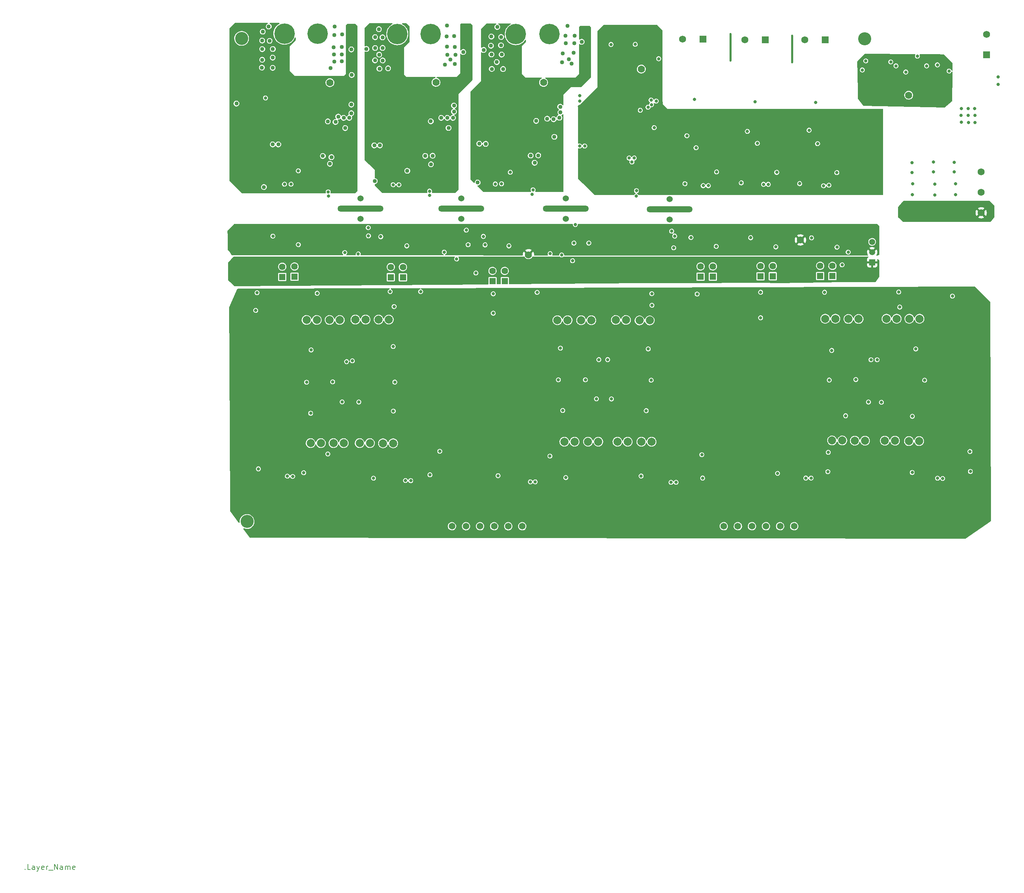
<source format=gbr>
%TF.GenerationSoftware,KiCad,Pcbnew,(5.99.0-10177-gd878cbddbc)*%
%TF.CreationDate,2021-05-11T02:45:32+02:00*%
%TF.ProjectId,TIDA-00555_E2,54494441-2d30-4303-9535-355f45322e6b,rev?*%
%TF.SameCoordinates,Original*%
%TF.FileFunction,Copper,L3,Inr*%
%TF.FilePolarity,Positive*%
%FSLAX46Y46*%
G04 Gerber Fmt 4.6, Leading zero omitted, Abs format (unit mm)*
G04 Created by KiCad (PCBNEW (5.99.0-10177-gd878cbddbc)) date 2021-05-11 02:45:32*
%MOMM*%
%LPD*%
G01*
G04 APERTURE LIST*
%ADD10C,0.203200*%
%TA.AperFunction,NonConductor*%
%ADD11C,0.203200*%
%TD*%
%TA.AperFunction,ComponentPad*%
%ADD12R,1.625600X1.625600*%
%TD*%
%TA.AperFunction,ComponentPad*%
%ADD13C,1.625600*%
%TD*%
%TA.AperFunction,ComponentPad*%
%ADD14C,1.651000*%
%TD*%
%TA.AperFunction,ComponentPad*%
%ADD15C,5.080000*%
%TD*%
%TA.AperFunction,ComponentPad*%
%ADD16C,1.778000*%
%TD*%
%TA.AperFunction,ComponentPad*%
%ADD17O,0.508000X7.162800*%
%TD*%
%TA.AperFunction,ComponentPad*%
%ADD18C,2.000000*%
%TD*%
%TA.AperFunction,ComponentPad*%
%ADD19O,11.430000X1.498600*%
%TD*%
%TA.AperFunction,ComponentPad*%
%ADD20C,3.251200*%
%TD*%
%TA.AperFunction,ComponentPad*%
%ADD21R,1.727200X1.727200*%
%TD*%
%TA.AperFunction,ComponentPad*%
%ADD22C,1.727200*%
%TD*%
%TA.AperFunction,ComponentPad*%
%ADD23C,1.524000*%
%TD*%
%TA.AperFunction,ComponentPad*%
%ADD24R,1.498600X1.498600*%
%TD*%
%TA.AperFunction,ComponentPad*%
%ADD25C,1.498600*%
%TD*%
%TA.AperFunction,ComponentPad*%
%ADD26C,1.752600*%
%TD*%
%TA.AperFunction,ViaPad*%
%ADD27C,0.800000*%
%TD*%
%TA.AperFunction,ViaPad*%
%ADD28C,0.812800*%
%TD*%
%TA.AperFunction,ViaPad*%
%ADD29C,1.016000*%
%TD*%
G04 APERTURE END LIST*
D10*
D11*
X27628508Y-229054572D02*
X27695274Y-229118048D01*
X27628508Y-229181524D01*
X27561742Y-229118048D01*
X27628508Y-229054572D01*
X27628508Y-229181524D01*
X28963822Y-229181524D02*
X28296165Y-229181524D01*
X28296165Y-227848532D01*
X30032074Y-229181524D02*
X30032074Y-228483290D01*
X29965308Y-228356338D01*
X29831777Y-228292862D01*
X29564714Y-228292862D01*
X29431182Y-228356338D01*
X30032074Y-229118048D02*
X29898542Y-229181524D01*
X29564714Y-229181524D01*
X29431182Y-229118048D01*
X29364417Y-228991096D01*
X29364417Y-228864145D01*
X29431182Y-228737193D01*
X29564714Y-228673717D01*
X29898542Y-228673717D01*
X30032074Y-228610241D01*
X30566200Y-228292862D02*
X30900028Y-229181524D01*
X31233857Y-228292862D02*
X30900028Y-229181524D01*
X30766497Y-229498903D01*
X30699731Y-229562379D01*
X30566200Y-229625854D01*
X32302108Y-229118048D02*
X32168577Y-229181524D01*
X31901514Y-229181524D01*
X31767982Y-229118048D01*
X31701217Y-228991096D01*
X31701217Y-228483290D01*
X31767982Y-228356338D01*
X31901514Y-228292862D01*
X32168577Y-228292862D01*
X32302108Y-228356338D01*
X32368874Y-228483290D01*
X32368874Y-228610241D01*
X31701217Y-228737193D01*
X32969765Y-229181524D02*
X32969765Y-228292862D01*
X32969765Y-228546766D02*
X33036531Y-228419814D01*
X33103297Y-228356338D01*
X33236828Y-228292862D01*
X33370360Y-228292862D01*
X33503891Y-229308475D02*
X34572142Y-229308475D01*
X34905971Y-229181524D02*
X34905971Y-227848532D01*
X35707160Y-229181524D01*
X35707160Y-227848532D01*
X36975708Y-229181524D02*
X36975708Y-228483290D01*
X36908942Y-228356338D01*
X36775411Y-228292862D01*
X36508348Y-228292862D01*
X36374817Y-228356338D01*
X36975708Y-229118048D02*
X36842177Y-229181524D01*
X36508348Y-229181524D01*
X36374817Y-229118048D01*
X36308051Y-228991096D01*
X36308051Y-228864145D01*
X36374817Y-228737193D01*
X36508348Y-228673717D01*
X36842177Y-228673717D01*
X36975708Y-228610241D01*
X37643365Y-229181524D02*
X37643365Y-228292862D01*
X37643365Y-228419814D02*
X37710131Y-228356338D01*
X37843662Y-228292862D01*
X38043960Y-228292862D01*
X38177491Y-228356338D01*
X38244257Y-228483290D01*
X38244257Y-229181524D01*
X38244257Y-228483290D02*
X38311022Y-228356338D01*
X38444554Y-228292862D01*
X38644851Y-228292862D01*
X38778382Y-228356338D01*
X38845148Y-228483290D01*
X38845148Y-229181524D01*
X40046931Y-229118048D02*
X39913400Y-229181524D01*
X39646337Y-229181524D01*
X39512805Y-229118048D01*
X39446040Y-228991096D01*
X39446040Y-228483290D01*
X39512805Y-228356338D01*
X39646337Y-228292862D01*
X39913400Y-228292862D01*
X40046931Y-228356338D01*
X40113697Y-228483290D01*
X40113697Y-228610241D01*
X39446040Y-228737193D01*
D12*
%TO.N,DOUTP_W_PH*%
%TO.C,J26*%
X228432200Y-81534000D03*
D13*
%TO.N,DOUTP_W_PH1*%
X228432200Y-78994000D03*
%TD*%
D14*
%TO.N,Ip_U*%
%TO.C,J8*%
X133794797Y-143771600D03*
%TO.N,In_U*%
X137294800Y-143771600D03*
%TO.N,Ip_V*%
X140794801Y-143771600D03*
%TO.N,In_V*%
X144294802Y-143771600D03*
%TO.N,Ip_W*%
X147794802Y-143771600D03*
%TO.N,In_W*%
X151294803Y-143771600D03*
%TD*%
D12*
%TO.N,DOUTN_W_PH*%
%TO.C,J27*%
X225384200Y-81508600D03*
D13*
%TO.N,DOUTN_W_PH1*%
X225384200Y-78968600D03*
%TD*%
D15*
%TO.N,GND_WSH*%
%TO.C,TP7*%
X149666800Y-21336000D03*
%TD*%
D16*
%TO.N,-5.0V_PH*%
%TO.C,TP16*%
X180898800Y-30022800D03*
%TD*%
D15*
%TO.N,NetFB6_1*%
%TO.C,TP8*%
X158048800Y-21336000D03*
%TD*%
D17*
%TO.N,*%
%TO.C,*%
X218399200Y-25069800D03*
%TD*%
D18*
%TO.N,Vp_V*%
%TO.C,TP29*%
X234950000Y-92202000D03*
X232410000Y-92202000D03*
%TD*%
D12*
%TO.N,DOUTP_CH_W*%
%TO.C,J20*%
X146923600Y-82778600D03*
D13*
%TO.N,DOUTP_CH_W1*%
X146923600Y-80238600D03*
%TD*%
D16*
%TO.N,AMC_VCC*%
%TO.C,TP17*%
X220472000Y-72542400D03*
%TD*%
D12*
%TO.N,DOUTN_CH_W*%
%TO.C,J21*%
X143875600Y-82778600D03*
D13*
%TO.N,DOUTN_CH_W1*%
X143875600Y-80238600D03*
%TD*%
D18*
%TO.N,Ip_W*%
%TO.C,TP21*%
X168452800Y-92506800D03*
X165912800Y-92506800D03*
%TD*%
%TO.N,In_U*%
%TO.C,TP15*%
X104343200Y-123088400D03*
X106883200Y-123088400D03*
%TD*%
D19*
%TO.N,*%
%TO.C,*%
X111058800Y-64770000D03*
%TD*%
D20*
%TO.N,N/C*%
%TO.C,MH2*%
X82829400Y-142595600D03*
%TD*%
D18*
%TO.N,Vn_V*%
%TO.C,TP33*%
X236524800Y-122478800D03*
X233984800Y-122478800D03*
%TD*%
D20*
%TO.N,N/C*%
%TO.C,MH3*%
X236433200Y-22529800D03*
%TD*%
D21*
%TO.N,NetFB11_1*%
%TO.C,J15*%
X211693600Y-22758400D03*
D22*
%TO.N,NEUTRAL*%
X206613600Y-22758400D03*
%TD*%
D18*
%TO.N,In_W*%
%TO.C,TP22*%
X167640000Y-122732800D03*
X170180000Y-122732800D03*
%TD*%
%TO.N,Net-(R120-Pad1)*%
%TO.C,TP23*%
X164287200Y-122732800D03*
X161747200Y-122732800D03*
%TD*%
D12*
%TO.N,DOUTN_CH_U*%
%TO.C,J11*%
X91602400Y-81737200D03*
D13*
%TO.N,DOUTN_CH_U1*%
X91602400Y-79197200D03*
%TD*%
D20*
%TO.N,N/C*%
%TO.C,MH1*%
X81493200Y-22402800D03*
%TD*%
D18*
%TO.N,Net-(R136-Pad1)*%
%TO.C,TP35*%
X247446800Y-122580400D03*
X249986800Y-122580400D03*
%TD*%
D14*
%TO.N,Vp_U*%
%TO.C,J29*%
X201409597Y-143764000D03*
%TO.N,Vn_U*%
X204909600Y-143764000D03*
%TO.N,Vp_V*%
X208409601Y-143764000D03*
%TO.N,Vn_V*%
X211909602Y-143764000D03*
%TO.N,Vp_W*%
X215409602Y-143764000D03*
%TO.N,Vn_W*%
X218909603Y-143764000D03*
%TD*%
D15*
%TO.N,NetFB4_1*%
%TO.C,TP5*%
X128534000Y-21336000D03*
%TD*%
D12*
%TO.N,DOUTP_CH_V*%
%TO.C,J18*%
X121599800Y-81838800D03*
D13*
%TO.N,DOUTP_CH_V1*%
X121599800Y-79298800D03*
%TD*%
D18*
%TO.N,In_V*%
%TO.C,TP53*%
X113385600Y-123088400D03*
X110845600Y-123088400D03*
%TD*%
D19*
%TO.N,*%
%TO.C,*%
X136077800Y-64770000D03*
%TD*%
D12*
%TO.N,DOUTP_U_PH*%
%TO.C,J22*%
X198688800Y-81661000D03*
D13*
%TO.N,DOUTP_U_PH1*%
X198688800Y-79121000D03*
%TD*%
D18*
%TO.N,Net-(R128-Pad2)*%
%TO.C,TP31*%
X247548400Y-92151200D03*
X250088400Y-92151200D03*
%TD*%
D12*
%TO.N,DOUTN_U_PH*%
%TO.C,J23*%
X195615400Y-81686400D03*
D13*
%TO.N,DOUTN_U_PH1*%
X195615400Y-79146400D03*
%TD*%
D12*
%TO.N,DOUTN_V_PH*%
%TO.C,J25*%
X210550600Y-81584800D03*
D13*
%TO.N,DOUTN_V_PH1*%
X210550600Y-79044800D03*
%TD*%
D18*
%TO.N,Net-(R46-Pad1)*%
%TO.C,TP52*%
X119176800Y-123139200D03*
X116636800Y-123139200D03*
%TD*%
D16*
%TO.N,-5.0V_VSH*%
%TO.C,TP6*%
X129829400Y-33324800D03*
%TD*%
D23*
%TO.N,DGND*%
%TO.C,C51*%
X187944600Y-67437000D03*
%TO.N,GND_PH*%
X187944600Y-62357000D03*
%TD*%
D17*
%TO.N,*%
%TO.C,*%
X203108400Y-24638000D03*
%TD*%
D23*
%TO.N,DGND*%
%TO.C,C7*%
X111058800Y-67310000D03*
%TO.N,GND_USH*%
X111058800Y-62230000D03*
%TD*%
D18*
%TO.N,Vn_U*%
%TO.C,TP26*%
X174955200Y-122732800D03*
X177495200Y-122732800D03*
%TD*%
D12*
%TO.N,DOUTP_CH_U*%
%TO.C,J10*%
X94650400Y-81686400D03*
D13*
%TO.N,DOUTP_CH_U1*%
X94650400Y-79146400D03*
%TD*%
D12*
%TO.N,DOUTN_CH_V*%
%TO.C,J19*%
X118577200Y-81813400D03*
D13*
%TO.N,DOUTN_CH_V1*%
X118577200Y-79273400D03*
%TD*%
D18*
%TO.N,Net-(R29-Pad1)*%
%TO.C,TP11*%
X100177600Y-92456000D03*
X97637600Y-92456000D03*
%TD*%
%TO.N,Net-(R124-Pad1)*%
%TO.C,TP28*%
X226618800Y-92151200D03*
X229158800Y-92151200D03*
%TD*%
D16*
%TO.N,AMC_VCC*%
%TO.C,TP9*%
X152816400Y-76225400D03*
%TD*%
D12*
%TO.N,DOUTP_V_PH*%
%TO.C,J24*%
X213598600Y-81559400D03*
D13*
%TO.N,DOUTP_V_PH1*%
X213598600Y-79019400D03*
%TD*%
D18*
%TO.N,Net-(R116-Pad2)*%
%TO.C,TP20*%
X160020000Y-92506800D03*
X162560000Y-92506800D03*
%TD*%
D24*
%TO.N,AVCC*%
%TO.C,J28*%
X238312800Y-78105000D03*
D25*
%TO.N,AMC_VCC*%
X238312800Y-75565000D03*
%TO.N,+5V_CNTL*%
X238312800Y-73025000D03*
%TD*%
D16*
%TO.N,-5.0V_WSH*%
%TO.C,TP10*%
X156575600Y-33350200D03*
%TD*%
D18*
%TO.N,Net-(R108-Pad1)*%
%TO.C,TP24*%
X180441600Y-92557600D03*
X182981600Y-92557600D03*
%TD*%
%TO.N,Ip_V*%
%TO.C,TP51*%
X109778800Y-92354400D03*
X112318800Y-92354400D03*
%TD*%
D26*
%TO.N,+15V*%
%TO.C,J30*%
X265430000Y-55626000D03*
%TO.N,DGND*%
X265430000Y-60706000D03*
%TO.N,-15V*%
X265430000Y-65786000D03*
%TD*%
D15*
%TO.N,GND_VSH*%
%TO.C,TP4*%
X120202800Y-21336000D03*
%TD*%
D18*
%TO.N,Vp_W*%
%TO.C,TP30*%
X244398800Y-92151200D03*
X241858800Y-92151200D03*
%TD*%
D15*
%TO.N,GND_USH*%
%TO.C,TP1*%
X92135800Y-21209000D03*
%TD*%
D19*
%TO.N,*%
%TO.C,*%
X187944600Y-64897000D03*
%TD*%
D16*
%TO.N,-5.0V_USH*%
%TO.C,TP3*%
X103438800Y-33401000D03*
%TD*%
D15*
%TO.N,NetFB2_1*%
%TO.C,TP2*%
X100390800Y-21209000D03*
%TD*%
D21*
%TO.N,+5V_CNTL*%
%TO.C,J17*%
X266750800Y-26517600D03*
D22*
%TO.N,DGND*%
X266750800Y-21437600D03*
%TD*%
D21*
%TO.N,NetFB12_1*%
%TO.C,J16*%
X226603400Y-22758400D03*
D22*
%TO.N,NEUTRAL*%
X221523400Y-22758400D03*
%TD*%
D21*
%TO.N,NetFB9_1*%
%TO.C,J14*%
X196225000Y-22555200D03*
D22*
%TO.N,NEUTRAL*%
X191145000Y-22555200D03*
%TD*%
D18*
%TO.N,Net-(R132-Pad2)*%
%TO.C,TP32*%
X230886000Y-122428000D03*
X228346000Y-122428000D03*
%TD*%
D19*
%TO.N,*%
%TO.C,*%
X162112800Y-64770000D03*
%TD*%
D18*
%TO.N,Net-(R112-Pad2)*%
%TO.C,TP27*%
X183438800Y-122732800D03*
X180898800Y-122732800D03*
%TD*%
%TO.N,Ip_U*%
%TO.C,TP12*%
X103378000Y-92456000D03*
X105918000Y-92456000D03*
%TD*%
%TO.N,Vn_W*%
%TO.C,TP34*%
X241452400Y-122478800D03*
X243992400Y-122478800D03*
%TD*%
%TO.N,Net-(R38-Pad2)*%
%TO.C,TP50*%
X115570000Y-92354400D03*
X118110000Y-92354400D03*
%TD*%
D23*
%TO.N,DGND*%
%TO.C,C15*%
X136077800Y-67310000D03*
%TO.N,GND_VSH*%
X136077800Y-62230000D03*
%TD*%
D18*
%TO.N,Net-(R34-Pad2)*%
%TO.C,TP13*%
X101193600Y-123088400D03*
X98653600Y-123088400D03*
%TD*%
%TO.N,Vp_U*%
%TO.C,TP25*%
X174548800Y-92456000D03*
X177088800Y-92456000D03*
%TD*%
D23*
%TO.N,DGND*%
%TO.C,C26*%
X162112800Y-67310000D03*
%TO.N,GND_WSH*%
X162112800Y-62230000D03*
%TD*%
D16*
%TO.N,DVCC*%
%TO.C,TP18*%
X247396000Y-36525200D03*
%TD*%
D27*
%TO.N,DGND*%
X89255600Y-71577200D03*
D28*
%TO.N,NetC55_1*%
X197545800Y-59029600D03*
%TO.N,+5V_CNTL*%
X113040000Y-71526400D03*
X189189200Y-71577200D03*
X137830400Y-73736200D03*
X142021400Y-73761600D03*
X167827800Y-73329800D03*
X164119400Y-73329800D03*
%TO.N,+5.0V_PH*%
X166811800Y-39370000D03*
X165491000Y-39370000D03*
X208188400Y-55397400D03*
X214563800Y-57302400D03*
X222387000Y-55372000D03*
X165541800Y-37973000D03*
X193812000Y-55245000D03*
X229524400Y-57378600D03*
X165541800Y-36601400D03*
X199603200Y-58216800D03*
%TO.N,+5.0V_USH*%
X90611800Y-38862000D03*
X89214800Y-39878000D03*
X89976800Y-37338000D03*
X95590200Y-56946800D03*
X90611800Y-39878000D03*
D29*
%TO.N,+5.0V_VSH*%
X122692000Y-56946800D03*
D28*
X116011800Y-38862000D03*
X114614800Y-38862000D03*
X114741800Y-37338000D03*
X115376800Y-39878000D03*
%TO.N,+5.0V_WSH*%
X142173800Y-39497000D03*
X148295200Y-57302400D03*
X141234000Y-36449000D03*
X140776800Y-38100000D03*
X140776800Y-39497000D03*
X142173800Y-38100000D03*
%TO.N,AGND*%
X235864400Y-30251400D03*
D27*
X242925600Y-28244800D03*
D28*
%TO.N,AMC_VCC*%
X147965000Y-72415400D03*
X199552400Y-72466200D03*
X95590200Y-72110600D03*
X229524400Y-72567800D03*
X122539600Y-72415400D03*
X214360600Y-72669400D03*
D27*
%TO.N,DGND*%
X248259600Y-130403600D03*
X228244400Y-100025200D03*
X154969600Y-85598000D03*
D28*
X110500000Y-76047600D03*
D27*
X97637600Y-107950000D03*
X183337200Y-107442000D03*
D28*
X208086800Y-71983600D03*
X188452600Y-70358000D03*
D27*
X262636000Y-125171200D03*
X210566000Y-91897200D03*
X126005200Y-85394800D03*
X227633000Y-107391200D03*
X194767200Y-86004400D03*
X182626000Y-99669600D03*
X119401200Y-89103200D03*
D28*
X223225200Y-72009000D03*
X141615000Y-71653400D03*
X263880600Y-43307000D03*
X164475000Y-68707000D03*
X147965000Y-74015600D03*
X249580400Y-26822400D03*
D27*
X259029200Y-58572400D03*
D28*
X251866400Y-29235400D03*
D27*
X158170000Y-126314800D03*
X253898400Y-61366400D03*
X248310400Y-116433600D03*
D28*
X122565000Y-74015600D03*
X134960200Y-77266800D03*
X262204200Y-39827200D03*
D27*
X249174000Y-99669600D03*
D28*
X139760800Y-80772000D03*
X137347800Y-70104000D03*
X257454400Y-30530800D03*
X260451600Y-43256200D03*
D27*
X100279200Y-85801200D03*
X144047600Y-90779600D03*
X227380800Y-125374400D03*
X245160800Y-89255600D03*
X114300000Y-131826000D03*
X182118000Y-115011200D03*
X214782400Y-130606800D03*
D28*
X214360600Y-74269600D03*
D27*
X102920800Y-125780800D03*
X248310400Y-61315600D03*
D28*
X116088000Y-71729600D03*
D27*
X258267200Y-86512400D03*
X251358400Y-107442000D03*
D28*
X263880600Y-41529000D03*
D27*
X183540400Y-88798400D03*
D28*
X262204200Y-41579800D03*
D27*
X180848000Y-131267200D03*
D28*
X95590200Y-73710800D03*
D27*
X161340800Y-114960400D03*
X145266800Y-131191600D03*
D28*
X158201200Y-75946000D03*
X112963800Y-69469000D03*
D27*
X253898400Y-58623200D03*
D28*
X199527000Y-74142600D03*
X246659400Y-30759400D03*
D27*
X84988400Y-90068400D03*
D28*
X230819800Y-78740000D03*
X244246400Y-29235400D03*
D27*
X236728000Y-27990800D03*
X231698800Y-116281200D03*
X119225800Y-115114600D03*
D28*
X260527800Y-39827200D03*
D27*
X226466400Y-85547200D03*
D28*
X254533400Y-28981400D03*
D27*
X98653600Y-115671600D03*
D28*
X260426200Y-41579800D03*
X131886800Y-75565000D03*
D27*
X248361200Y-58572400D03*
X119583200Y-107899200D03*
X119176800Y-99060000D03*
D28*
X163789200Y-77724000D03*
D27*
X259080000Y-61264800D03*
X130759200Y-125120400D03*
D28*
X263829800Y-39827200D03*
X269646400Y-32004000D03*
X161096800Y-76276200D03*
X193227800Y-71932800D03*
D27*
X160274000Y-107340400D03*
D28*
X107121800Y-75692000D03*
D27*
X195935600Y-125984000D03*
D28*
X229549800Y-74345800D03*
D27*
X98755200Y-99923600D03*
D28*
X262229600Y-43332400D03*
X269646400Y-33807400D03*
X232343800Y-75565000D03*
X188960600Y-74498200D03*
D27*
X85648800Y-129489200D03*
X160782000Y-99466400D03*
%TO.N,DOUTN_CH_U*%
X94183200Y-131368800D03*
%TO.N,DOUTN_CH_V*%
X123545600Y-132435600D03*
%TO.N,DOUTN_CH_W*%
X154512400Y-132715600D03*
%TO.N,DOUTN_U_PH*%
X189534800Y-132842000D03*
%TO.N,DOUTN_V_PH*%
X223113600Y-131775200D03*
%TO.N,DOUTN_W_PH*%
X255828800Y-131876800D03*
%TO.N,DOUTP_CH_U*%
X92862400Y-131318000D03*
%TO.N,DOUTP_CH_V*%
X122224800Y-132384800D03*
%TO.N,DOUTP_CH_W*%
X153293200Y-132715600D03*
%TO.N,DOUTP_U_PH*%
X188264800Y-132842000D03*
%TO.N,DOUTP_V_PH*%
X221792800Y-131775200D03*
%TO.N,DOUTP_W_PH*%
X254558800Y-131826000D03*
D28*
%TO.N,GND_PH*%
X229524400Y-55803800D03*
X166811800Y-49174400D03*
X209737800Y-48514000D03*
X222615600Y-45237400D03*
X177860800Y-52171600D03*
X165541800Y-49174400D03*
X220278800Y-58521600D03*
X205750000Y-58343800D03*
X184083800Y-44602400D03*
X180654800Y-40284400D03*
X199603200Y-55626000D03*
X179130800Y-52171600D03*
X184591800Y-37998400D03*
X182559800Y-39522400D03*
X183321800Y-37744400D03*
X214563800Y-55727600D03*
X183448800Y-38887400D03*
X178572000Y-53162200D03*
X191754600Y-58547000D03*
X194497800Y-49606200D03*
X192211800Y-46609000D03*
X207274000Y-45542200D03*
X185226800Y-27457400D03*
X179359400Y-23876000D03*
X224723800Y-48590200D03*
X173365000Y-23901400D03*
D29*
%TO.N,GND_USH*%
X89214800Y-48768000D03*
X86598600Y-22936200D03*
X104835800Y-43180000D03*
X105521600Y-41859200D03*
X102930800Y-43053000D03*
X103819800Y-51943000D03*
X86522400Y-29667200D03*
X90611800Y-48768000D03*
X80197800Y-38608000D03*
X86624000Y-25069800D03*
X106867800Y-42164000D03*
X86598600Y-27711400D03*
X88224200Y-19431000D03*
X89214800Y-27178000D03*
X108772800Y-38862000D03*
D28*
X95590200Y-55346600D03*
D29*
X108874400Y-31496000D03*
X88452800Y-23012400D03*
X89214800Y-29718000D03*
X86751000Y-20726400D03*
X103438800Y-53594000D03*
X87030400Y-59385200D03*
X108772800Y-41021000D03*
X101686200Y-51663600D03*
X108772800Y-25146000D03*
X107248800Y-44704000D03*
X89240200Y-25044400D03*
X108264800Y-42164000D03*
%TO.N,GND_VSH*%
X134045800Y-42164000D03*
X114614800Y-57912000D03*
X115630800Y-20116800D03*
X127162400Y-51638200D03*
X132648800Y-42164000D03*
X114691000Y-24790400D03*
X112532000Y-25019000D03*
X115757800Y-29921200D03*
X134299800Y-40640000D03*
X114691000Y-22098000D03*
X116570600Y-27889200D03*
X116545200Y-24765000D03*
X117916800Y-29845000D03*
X115707000Y-26441400D03*
X114487800Y-49022000D03*
X136585800Y-25781000D03*
X128534000Y-43027600D03*
X132953600Y-44678600D03*
X116519800Y-22148800D03*
X134299800Y-39116000D03*
X115884800Y-49022000D03*
X128991200Y-51587400D03*
X114665600Y-27863800D03*
X131124800Y-42164000D03*
X128584800Y-53721000D03*
X122692000Y-55346600D03*
D27*
%TO.N,Ip_V*%
X109016800Y-102616000D03*
D28*
%TO.N,NetC9_2*%
X119186800Y-58801000D03*
%TO.N,NetC9_1*%
X120583800Y-58801000D03*
%TO.N,NetC55_2*%
X196275800Y-59029600D03*
%TO.N,NetC61_2*%
X211287200Y-58699400D03*
%TO.N,NetC61_1*%
X212455600Y-58699400D03*
%TO.N,NetC68_2*%
X226222400Y-59055000D03*
%TO.N,NetC68_1*%
X227543200Y-58928000D03*
%TO.N,NetC18_2*%
X144586800Y-58623200D03*
D27*
%TO.N,In_U*%
X106476800Y-112826800D03*
%TO.N,Ip_U*%
X107594400Y-102819200D03*
D28*
%TO.N,NetC18_1*%
X146136200Y-58572400D03*
D27*
%TO.N,Vn_W*%
X240607002Y-112928400D03*
%TO.N,Vn_V*%
X237406602Y-112877600D03*
%TO.N,Vp_W*%
X239540202Y-102362000D03*
D28*
%TO.N,NetC2_1*%
X93786800Y-58674000D03*
%TO.N,NetC2_2*%
X92135800Y-58674000D03*
%TO.N,NetD1_2*%
X87411400Y-37211000D03*
%TO.N,NetD21_1*%
X179638800Y-61645800D03*
D27*
X179679600Y-60299600D03*
D28*
%TO.N,NetD43_1*%
X103032400Y-60579000D03*
X103057800Y-61595000D03*
%TO.N,NetD37_1*%
X128203800Y-61468000D03*
X128254600Y-60401200D03*
%TO.N,NetD32_1*%
X153730800Y-61214000D03*
X153984800Y-60071000D03*
D29*
%TO.N,NetFB2_1*%
X106486800Y-21386800D03*
X106385200Y-24561800D03*
X106436000Y-28117800D03*
X103591200Y-29819600D03*
X104454800Y-26416000D03*
X104378600Y-24612600D03*
X104505600Y-28168600D03*
X104505600Y-21564600D03*
X104607200Y-19481800D03*
X106436000Y-26416000D03*
%TO.N,NetFB4_1*%
X132496400Y-21894800D03*
X134350600Y-21818600D03*
X132598000Y-19177000D03*
X134680800Y-26492200D03*
X132623400Y-26441400D03*
X134528400Y-24511000D03*
X132598000Y-24460200D03*
X134528400Y-28803600D03*
X132013800Y-28956000D03*
X133410800Y-27686000D03*
%TO.N,NetFB6_1*%
X162493800Y-19304000D03*
X162087400Y-23622000D03*
X161350800Y-26162000D03*
X163525200Y-28651200D03*
X164221000Y-23596600D03*
X162900200Y-27559000D03*
X162036600Y-21767800D03*
X164271800Y-21742400D03*
X164094000Y-25958800D03*
X161188400Y-28346400D03*
D28*
%TO.N,NetR60_2*%
X194142200Y-37592000D03*
%TO.N,NetR72_2*%
X209204400Y-38125400D03*
%TO.N,NetR84_2*%
X224241200Y-38354000D03*
D27*
%TO.N,Vp_V*%
X238016202Y-102362000D03*
%TO.N,Vn_U*%
X173482000Y-112115600D03*
%TO.N,Vp_U*%
X172516800Y-102311200D03*
%TO.N,In_W*%
X169722800Y-112064800D03*
%TO.N,Ip_W*%
X170332400Y-102311200D03*
D29*
%TO.N,GND_WSH*%
X154746800Y-42926000D03*
X153375200Y-51536600D03*
X142173800Y-48641000D03*
X159090200Y-42519600D03*
X157490000Y-42367200D03*
X155254800Y-51511200D03*
X159268000Y-46888400D03*
X143621600Y-26390600D03*
X143596200Y-21945600D03*
X160715800Y-39395400D03*
X143494600Y-24231600D03*
X145983800Y-24104600D03*
X143697800Y-29997400D03*
X146034600Y-22047200D03*
X140192600Y-58267600D03*
X141665800Y-25273000D03*
X144942400Y-28295600D03*
X154365800Y-53340000D03*
X160766600Y-40817800D03*
X145069400Y-19558000D03*
X146517200Y-30022800D03*
D28*
X148320600Y-55702200D03*
D29*
X140599000Y-48590200D03*
X146161600Y-26416000D03*
X160512600Y-42138600D03*
X166049800Y-23241000D03*
D28*
%TO.N,AVCC*%
X237388400Y-35331400D03*
X236118400Y-35331400D03*
X238658400Y-35331400D03*
D27*
%TO.N,-15V*%
X231292400Y-89560400D03*
X113131600Y-107696000D03*
X248818400Y-66852800D03*
X248259600Y-125222000D03*
X258724400Y-64058800D03*
X214680800Y-125425200D03*
X248716800Y-64109600D03*
X114300000Y-125984000D03*
X131572000Y-90779600D03*
X96621600Y-90170000D03*
X253796800Y-66802000D03*
X258724400Y-66802000D03*
X145470000Y-126264000D03*
X176326800Y-107442000D03*
X163402400Y-89662000D03*
X180949600Y-126288800D03*
X85902800Y-124561600D03*
X243502602Y-107340400D03*
X253847600Y-64058800D03*
X193954400Y-90830400D03*
X262534400Y-91135200D03*
%TO.N,+15V*%
X234238800Y-107289600D03*
X183489600Y-85902800D03*
X104140000Y-107848400D03*
X144047600Y-85953600D03*
X196138800Y-131775200D03*
X253542800Y-53187600D03*
X248208800Y-55778400D03*
X210566000Y-85547200D03*
X248208800Y-53289200D03*
X166979600Y-107340400D03*
X128320800Y-130962400D03*
X258724400Y-53238400D03*
X253542800Y-55575200D03*
X162102800Y-131673600D03*
X227279200Y-130200400D03*
X118436000Y-85394800D03*
X96926400Y-130454400D03*
X262737600Y-130149600D03*
X85322899Y-85678499D03*
X258724400Y-55626000D03*
X244906800Y-85496400D03*
%TO.N,In_V*%
X110642400Y-112877600D03*
%TD*%
%TA.AperFunction,Conductor*%
%TO.N,-15V*%
G36*
X263921782Y-84195559D02*
G01*
X263943050Y-84212650D01*
X267628440Y-87898040D01*
X267662466Y-87960352D01*
X267665345Y-87986783D01*
X267817415Y-142427826D01*
X267797603Y-142496002D01*
X267763223Y-142531713D01*
X261550871Y-146840280D01*
X261478885Y-146862744D01*
X83578962Y-146608891D01*
X83510870Y-146588792D01*
X83477510Y-146557369D01*
X81945864Y-144467310D01*
X81921732Y-144400541D01*
X81937529Y-144331324D01*
X81988240Y-144281635D01*
X82057764Y-144267251D01*
X82096442Y-144276957D01*
X82097975Y-144277763D01*
X82102383Y-144279302D01*
X82102389Y-144279305D01*
X82347231Y-144364808D01*
X82354648Y-144367398D01*
X82359241Y-144368270D01*
X82617162Y-144417238D01*
X82617165Y-144417238D01*
X82621751Y-144418109D01*
X82757584Y-144423446D01*
X82888748Y-144428600D01*
X82888754Y-144428600D01*
X82893416Y-144428783D01*
X83163675Y-144399184D01*
X83168186Y-144397996D01*
X83168188Y-144397996D01*
X83422067Y-144331156D01*
X83422070Y-144331155D01*
X83426590Y-144329965D01*
X83434986Y-144326358D01*
X83672091Y-144224489D01*
X83672093Y-144224488D01*
X83676385Y-144222644D01*
X83811885Y-144138794D01*
X83903601Y-144082039D01*
X83903605Y-144082036D01*
X83907574Y-144079580D01*
X84115078Y-143903915D01*
X84134709Y-143881530D01*
X84243779Y-143757160D01*
X132760698Y-143757160D01*
X132777587Y-143958293D01*
X132833222Y-144152314D01*
X132925483Y-144331835D01*
X132929306Y-144336659D01*
X132929309Y-144336663D01*
X132993863Y-144418109D01*
X133050856Y-144490016D01*
X133204565Y-144620833D01*
X133209943Y-144623839D01*
X133209945Y-144623840D01*
X133292661Y-144670068D01*
X133380756Y-144719302D01*
X133572718Y-144781674D01*
X133773138Y-144805573D01*
X133779273Y-144805101D01*
X133779275Y-144805101D01*
X133968242Y-144790561D01*
X133968246Y-144790560D01*
X133974384Y-144790088D01*
X134168789Y-144735809D01*
X134174293Y-144733029D01*
X134174295Y-144733028D01*
X134343446Y-144647584D01*
X134343448Y-144647583D01*
X134348949Y-144644804D01*
X134508002Y-144520539D01*
X134534349Y-144490016D01*
X134635864Y-144372408D01*
X134635864Y-144372407D01*
X134639888Y-144367746D01*
X134642932Y-144362388D01*
X134736541Y-144197608D01*
X134736543Y-144197604D01*
X134739586Y-144192247D01*
X134803296Y-144000725D01*
X134815145Y-143906934D01*
X134828152Y-143803979D01*
X134828153Y-143803972D01*
X134828594Y-143800477D01*
X134828997Y-143771600D01*
X134827581Y-143757160D01*
X136260701Y-143757160D01*
X136277590Y-143958293D01*
X136333225Y-144152314D01*
X136425486Y-144331835D01*
X136429309Y-144336659D01*
X136429312Y-144336663D01*
X136493866Y-144418109D01*
X136550859Y-144490016D01*
X136704568Y-144620833D01*
X136709946Y-144623839D01*
X136709948Y-144623840D01*
X136792664Y-144670068D01*
X136880759Y-144719302D01*
X137072721Y-144781674D01*
X137273141Y-144805573D01*
X137279276Y-144805101D01*
X137279278Y-144805101D01*
X137468245Y-144790561D01*
X137468249Y-144790560D01*
X137474387Y-144790088D01*
X137668792Y-144735809D01*
X137674296Y-144733029D01*
X137674298Y-144733028D01*
X137843449Y-144647584D01*
X137843451Y-144647583D01*
X137848952Y-144644804D01*
X138008005Y-144520539D01*
X138034352Y-144490016D01*
X138135867Y-144372408D01*
X138135867Y-144372407D01*
X138139891Y-144367746D01*
X138142935Y-144362388D01*
X138236544Y-144197608D01*
X138236546Y-144197604D01*
X138239589Y-144192247D01*
X138303299Y-144000725D01*
X138315148Y-143906934D01*
X138328155Y-143803979D01*
X138328156Y-143803972D01*
X138328597Y-143800477D01*
X138329000Y-143771600D01*
X138327584Y-143757160D01*
X139760702Y-143757160D01*
X139777591Y-143958293D01*
X139833226Y-144152314D01*
X139925487Y-144331835D01*
X139929310Y-144336659D01*
X139929313Y-144336663D01*
X139993867Y-144418109D01*
X140050860Y-144490016D01*
X140204569Y-144620833D01*
X140209947Y-144623839D01*
X140209949Y-144623840D01*
X140292665Y-144670068D01*
X140380760Y-144719302D01*
X140572722Y-144781674D01*
X140773142Y-144805573D01*
X140779277Y-144805101D01*
X140779279Y-144805101D01*
X140968246Y-144790561D01*
X140968250Y-144790560D01*
X140974388Y-144790088D01*
X141168793Y-144735809D01*
X141174297Y-144733029D01*
X141174299Y-144733028D01*
X141343450Y-144647584D01*
X141343452Y-144647583D01*
X141348953Y-144644804D01*
X141508006Y-144520539D01*
X141534353Y-144490016D01*
X141635868Y-144372408D01*
X141635868Y-144372407D01*
X141639892Y-144367746D01*
X141642936Y-144362388D01*
X141736545Y-144197608D01*
X141736547Y-144197604D01*
X141739590Y-144192247D01*
X141803300Y-144000725D01*
X141815149Y-143906934D01*
X141828156Y-143803979D01*
X141828157Y-143803972D01*
X141828598Y-143800477D01*
X141829001Y-143771600D01*
X141827585Y-143757160D01*
X143260703Y-143757160D01*
X143277592Y-143958293D01*
X143333227Y-144152314D01*
X143425488Y-144331835D01*
X143429311Y-144336659D01*
X143429314Y-144336663D01*
X143493868Y-144418109D01*
X143550861Y-144490016D01*
X143704570Y-144620833D01*
X143709948Y-144623839D01*
X143709950Y-144623840D01*
X143792666Y-144670068D01*
X143880761Y-144719302D01*
X144072723Y-144781674D01*
X144273143Y-144805573D01*
X144279278Y-144805101D01*
X144279280Y-144805101D01*
X144468247Y-144790561D01*
X144468251Y-144790560D01*
X144474389Y-144790088D01*
X144668794Y-144735809D01*
X144674298Y-144733029D01*
X144674300Y-144733028D01*
X144843451Y-144647584D01*
X144843453Y-144647583D01*
X144848954Y-144644804D01*
X145008007Y-144520539D01*
X145034354Y-144490016D01*
X145135869Y-144372408D01*
X145135869Y-144372407D01*
X145139893Y-144367746D01*
X145142937Y-144362388D01*
X145236546Y-144197608D01*
X145236548Y-144197604D01*
X145239591Y-144192247D01*
X145303301Y-144000725D01*
X145315150Y-143906934D01*
X145328157Y-143803979D01*
X145328158Y-143803972D01*
X145328599Y-143800477D01*
X145329002Y-143771600D01*
X145327586Y-143757160D01*
X146760703Y-143757160D01*
X146777592Y-143958293D01*
X146833227Y-144152314D01*
X146925488Y-144331835D01*
X146929311Y-144336659D01*
X146929314Y-144336663D01*
X146993868Y-144418109D01*
X147050861Y-144490016D01*
X147204570Y-144620833D01*
X147209948Y-144623839D01*
X147209950Y-144623840D01*
X147292666Y-144670068D01*
X147380761Y-144719302D01*
X147572723Y-144781674D01*
X147773143Y-144805573D01*
X147779278Y-144805101D01*
X147779280Y-144805101D01*
X147968247Y-144790561D01*
X147968251Y-144790560D01*
X147974389Y-144790088D01*
X148168794Y-144735809D01*
X148174298Y-144733029D01*
X148174300Y-144733028D01*
X148343451Y-144647584D01*
X148343453Y-144647583D01*
X148348954Y-144644804D01*
X148508007Y-144520539D01*
X148534354Y-144490016D01*
X148635869Y-144372408D01*
X148635869Y-144372407D01*
X148639893Y-144367746D01*
X148642937Y-144362388D01*
X148736546Y-144197608D01*
X148736548Y-144197604D01*
X148739591Y-144192247D01*
X148803301Y-144000725D01*
X148815150Y-143906934D01*
X148828157Y-143803979D01*
X148828158Y-143803972D01*
X148828599Y-143800477D01*
X148829002Y-143771600D01*
X148827586Y-143757160D01*
X150260704Y-143757160D01*
X150277593Y-143958293D01*
X150333228Y-144152314D01*
X150425489Y-144331835D01*
X150429312Y-144336659D01*
X150429315Y-144336663D01*
X150493869Y-144418109D01*
X150550862Y-144490016D01*
X150704571Y-144620833D01*
X150709949Y-144623839D01*
X150709951Y-144623840D01*
X150792667Y-144670068D01*
X150880762Y-144719302D01*
X151072724Y-144781674D01*
X151273144Y-144805573D01*
X151279279Y-144805101D01*
X151279281Y-144805101D01*
X151468248Y-144790561D01*
X151468252Y-144790560D01*
X151474390Y-144790088D01*
X151668795Y-144735809D01*
X151674299Y-144733029D01*
X151674301Y-144733028D01*
X151843452Y-144647584D01*
X151843454Y-144647583D01*
X151848955Y-144644804D01*
X152008008Y-144520539D01*
X152034355Y-144490016D01*
X152135870Y-144372408D01*
X152135870Y-144372407D01*
X152139894Y-144367746D01*
X152142938Y-144362388D01*
X152236547Y-144197608D01*
X152236549Y-144197604D01*
X152239592Y-144192247D01*
X152303302Y-144000725D01*
X152315151Y-143906934D01*
X152328158Y-143803979D01*
X152328159Y-143803972D01*
X152328600Y-143800477D01*
X152329003Y-143771600D01*
X152326842Y-143749560D01*
X200375498Y-143749560D01*
X200392387Y-143950693D01*
X200448022Y-144144714D01*
X200540283Y-144324235D01*
X200544106Y-144329059D01*
X200544109Y-144329063D01*
X200613996Y-144417238D01*
X200665656Y-144482416D01*
X200819365Y-144613233D01*
X200824743Y-144616239D01*
X200824745Y-144616240D01*
X200875855Y-144644804D01*
X200995556Y-144711702D01*
X201187518Y-144774074D01*
X201387938Y-144797973D01*
X201394073Y-144797501D01*
X201394075Y-144797501D01*
X201583042Y-144782961D01*
X201583046Y-144782960D01*
X201589184Y-144782488D01*
X201783589Y-144728209D01*
X201789093Y-144725429D01*
X201789095Y-144725428D01*
X201958246Y-144639984D01*
X201958248Y-144639983D01*
X201963749Y-144637204D01*
X202122802Y-144512939D01*
X202142589Y-144490016D01*
X202250664Y-144364808D01*
X202250664Y-144364807D01*
X202254688Y-144360146D01*
X202257732Y-144354788D01*
X202351341Y-144190008D01*
X202351343Y-144190004D01*
X202354386Y-144184647D01*
X202418096Y-143993125D01*
X202429810Y-143900404D01*
X202442952Y-143796379D01*
X202442953Y-143796372D01*
X202443394Y-143792877D01*
X202443797Y-143764000D01*
X202442381Y-143749560D01*
X203875501Y-143749560D01*
X203892390Y-143950693D01*
X203948025Y-144144714D01*
X204040286Y-144324235D01*
X204044109Y-144329059D01*
X204044112Y-144329063D01*
X204113999Y-144417238D01*
X204165659Y-144482416D01*
X204319368Y-144613233D01*
X204324746Y-144616239D01*
X204324748Y-144616240D01*
X204375858Y-144644804D01*
X204495559Y-144711702D01*
X204687521Y-144774074D01*
X204887941Y-144797973D01*
X204894076Y-144797501D01*
X204894078Y-144797501D01*
X205083045Y-144782961D01*
X205083049Y-144782960D01*
X205089187Y-144782488D01*
X205283592Y-144728209D01*
X205289096Y-144725429D01*
X205289098Y-144725428D01*
X205458249Y-144639984D01*
X205458251Y-144639983D01*
X205463752Y-144637204D01*
X205622805Y-144512939D01*
X205642592Y-144490016D01*
X205750667Y-144364808D01*
X205750667Y-144364807D01*
X205754691Y-144360146D01*
X205757735Y-144354788D01*
X205851344Y-144190008D01*
X205851346Y-144190004D01*
X205854389Y-144184647D01*
X205918099Y-143993125D01*
X205929813Y-143900404D01*
X205942955Y-143796379D01*
X205942956Y-143796372D01*
X205943397Y-143792877D01*
X205943800Y-143764000D01*
X205942384Y-143749560D01*
X207375502Y-143749560D01*
X207392391Y-143950693D01*
X207448026Y-144144714D01*
X207540287Y-144324235D01*
X207544110Y-144329059D01*
X207544113Y-144329063D01*
X207614000Y-144417238D01*
X207665660Y-144482416D01*
X207819369Y-144613233D01*
X207824747Y-144616239D01*
X207824749Y-144616240D01*
X207875859Y-144644804D01*
X207995560Y-144711702D01*
X208187522Y-144774074D01*
X208387942Y-144797973D01*
X208394077Y-144797501D01*
X208394079Y-144797501D01*
X208583046Y-144782961D01*
X208583050Y-144782960D01*
X208589188Y-144782488D01*
X208783593Y-144728209D01*
X208789097Y-144725429D01*
X208789099Y-144725428D01*
X208958250Y-144639984D01*
X208958252Y-144639983D01*
X208963753Y-144637204D01*
X209122806Y-144512939D01*
X209142593Y-144490016D01*
X209250668Y-144364808D01*
X209250668Y-144364807D01*
X209254692Y-144360146D01*
X209257736Y-144354788D01*
X209351345Y-144190008D01*
X209351347Y-144190004D01*
X209354390Y-144184647D01*
X209418100Y-143993125D01*
X209429814Y-143900404D01*
X209442956Y-143796379D01*
X209442957Y-143796372D01*
X209443398Y-143792877D01*
X209443801Y-143764000D01*
X209442385Y-143749560D01*
X210875503Y-143749560D01*
X210892392Y-143950693D01*
X210948027Y-144144714D01*
X211040288Y-144324235D01*
X211044111Y-144329059D01*
X211044114Y-144329063D01*
X211114001Y-144417238D01*
X211165661Y-144482416D01*
X211319370Y-144613233D01*
X211324748Y-144616239D01*
X211324750Y-144616240D01*
X211375860Y-144644804D01*
X211495561Y-144711702D01*
X211687523Y-144774074D01*
X211887943Y-144797973D01*
X211894078Y-144797501D01*
X211894080Y-144797501D01*
X212083047Y-144782961D01*
X212083051Y-144782960D01*
X212089189Y-144782488D01*
X212283594Y-144728209D01*
X212289098Y-144725429D01*
X212289100Y-144725428D01*
X212458251Y-144639984D01*
X212458253Y-144639983D01*
X212463754Y-144637204D01*
X212622807Y-144512939D01*
X212642594Y-144490016D01*
X212750669Y-144364808D01*
X212750669Y-144364807D01*
X212754693Y-144360146D01*
X212757737Y-144354788D01*
X212851346Y-144190008D01*
X212851348Y-144190004D01*
X212854391Y-144184647D01*
X212918101Y-143993125D01*
X212929815Y-143900404D01*
X212942957Y-143796379D01*
X212942958Y-143796372D01*
X212943399Y-143792877D01*
X212943802Y-143764000D01*
X212942386Y-143749560D01*
X214375503Y-143749560D01*
X214392392Y-143950693D01*
X214448027Y-144144714D01*
X214540288Y-144324235D01*
X214544111Y-144329059D01*
X214544114Y-144329063D01*
X214614001Y-144417238D01*
X214665661Y-144482416D01*
X214819370Y-144613233D01*
X214824748Y-144616239D01*
X214824750Y-144616240D01*
X214875860Y-144644804D01*
X214995561Y-144711702D01*
X215187523Y-144774074D01*
X215387943Y-144797973D01*
X215394078Y-144797501D01*
X215394080Y-144797501D01*
X215583047Y-144782961D01*
X215583051Y-144782960D01*
X215589189Y-144782488D01*
X215783594Y-144728209D01*
X215789098Y-144725429D01*
X215789100Y-144725428D01*
X215958251Y-144639984D01*
X215958253Y-144639983D01*
X215963754Y-144637204D01*
X216122807Y-144512939D01*
X216142594Y-144490016D01*
X216250669Y-144364808D01*
X216250669Y-144364807D01*
X216254693Y-144360146D01*
X216257737Y-144354788D01*
X216351346Y-144190008D01*
X216351348Y-144190004D01*
X216354391Y-144184647D01*
X216418101Y-143993125D01*
X216429815Y-143900404D01*
X216442957Y-143796379D01*
X216442958Y-143796372D01*
X216443399Y-143792877D01*
X216443802Y-143764000D01*
X216442386Y-143749560D01*
X217875504Y-143749560D01*
X217892393Y-143950693D01*
X217948028Y-144144714D01*
X218040289Y-144324235D01*
X218044112Y-144329059D01*
X218044115Y-144329063D01*
X218114002Y-144417238D01*
X218165662Y-144482416D01*
X218319371Y-144613233D01*
X218324749Y-144616239D01*
X218324751Y-144616240D01*
X218375861Y-144644804D01*
X218495562Y-144711702D01*
X218687524Y-144774074D01*
X218887944Y-144797973D01*
X218894079Y-144797501D01*
X218894081Y-144797501D01*
X219083048Y-144782961D01*
X219083052Y-144782960D01*
X219089190Y-144782488D01*
X219283595Y-144728209D01*
X219289099Y-144725429D01*
X219289101Y-144725428D01*
X219458252Y-144639984D01*
X219458254Y-144639983D01*
X219463755Y-144637204D01*
X219622808Y-144512939D01*
X219642595Y-144490016D01*
X219750670Y-144364808D01*
X219750670Y-144364807D01*
X219754694Y-144360146D01*
X219757738Y-144354788D01*
X219851347Y-144190008D01*
X219851349Y-144190004D01*
X219854392Y-144184647D01*
X219918102Y-143993125D01*
X219929816Y-143900404D01*
X219942958Y-143796379D01*
X219942959Y-143796372D01*
X219943400Y-143792877D01*
X219943803Y-143764000D01*
X219924107Y-143563123D01*
X219865769Y-143369897D01*
X219850764Y-143341677D01*
X219773906Y-143197128D01*
X219773905Y-143197126D01*
X219771010Y-143191682D01*
X219653534Y-143047642D01*
X219647336Y-143040042D01*
X219647333Y-143040039D01*
X219643441Y-143035267D01*
X219559476Y-142965805D01*
X219492670Y-142910538D01*
X219492666Y-142910536D01*
X219487920Y-142906609D01*
X219310372Y-142810609D01*
X219142110Y-142758523D01*
X219123445Y-142752745D01*
X219123442Y-142752744D01*
X219117558Y-142750923D01*
X219111433Y-142750279D01*
X219111432Y-142750279D01*
X218922951Y-142730469D01*
X218922950Y-142730469D01*
X218916823Y-142729825D01*
X218834086Y-142737355D01*
X218721952Y-142747560D01*
X218721949Y-142747561D01*
X218715813Y-142748119D01*
X218709907Y-142749857D01*
X218709903Y-142749858D01*
X218562177Y-142793336D01*
X218522185Y-142805106D01*
X218343313Y-142898618D01*
X218338513Y-142902478D01*
X218338512Y-142902478D01*
X218327567Y-142911278D01*
X218186011Y-143025092D01*
X218056271Y-143179711D01*
X218053305Y-143185106D01*
X218053301Y-143185112D01*
X217988216Y-143303501D01*
X217959033Y-143356585D01*
X217898003Y-143548978D01*
X217897317Y-143555095D01*
X217897316Y-143555099D01*
X217897078Y-143557221D01*
X217875504Y-143749560D01*
X216442386Y-143749560D01*
X216424106Y-143563123D01*
X216365768Y-143369897D01*
X216350763Y-143341677D01*
X216273905Y-143197128D01*
X216273904Y-143197126D01*
X216271009Y-143191682D01*
X216153533Y-143047642D01*
X216147335Y-143040042D01*
X216147332Y-143040039D01*
X216143440Y-143035267D01*
X216059475Y-142965805D01*
X215992669Y-142910538D01*
X215992665Y-142910536D01*
X215987919Y-142906609D01*
X215810371Y-142810609D01*
X215642109Y-142758523D01*
X215623444Y-142752745D01*
X215623441Y-142752744D01*
X215617557Y-142750923D01*
X215611432Y-142750279D01*
X215611431Y-142750279D01*
X215422950Y-142730469D01*
X215422949Y-142730469D01*
X215416822Y-142729825D01*
X215334085Y-142737355D01*
X215221951Y-142747560D01*
X215221948Y-142747561D01*
X215215812Y-142748119D01*
X215209906Y-142749857D01*
X215209902Y-142749858D01*
X215062176Y-142793336D01*
X215022184Y-142805106D01*
X214843312Y-142898618D01*
X214838512Y-142902478D01*
X214838511Y-142902478D01*
X214827566Y-142911278D01*
X214686010Y-143025092D01*
X214556270Y-143179711D01*
X214553304Y-143185106D01*
X214553300Y-143185112D01*
X214488215Y-143303501D01*
X214459032Y-143356585D01*
X214398002Y-143548978D01*
X214397316Y-143555095D01*
X214397315Y-143555099D01*
X214397077Y-143557221D01*
X214375503Y-143749560D01*
X212942386Y-143749560D01*
X212924106Y-143563123D01*
X212865768Y-143369897D01*
X212850763Y-143341677D01*
X212773905Y-143197128D01*
X212773904Y-143197126D01*
X212771009Y-143191682D01*
X212653533Y-143047642D01*
X212647335Y-143040042D01*
X212647332Y-143040039D01*
X212643440Y-143035267D01*
X212559475Y-142965805D01*
X212492669Y-142910538D01*
X212492665Y-142910536D01*
X212487919Y-142906609D01*
X212310371Y-142810609D01*
X212142109Y-142758523D01*
X212123444Y-142752745D01*
X212123441Y-142752744D01*
X212117557Y-142750923D01*
X212111432Y-142750279D01*
X212111431Y-142750279D01*
X211922950Y-142730469D01*
X211922949Y-142730469D01*
X211916822Y-142729825D01*
X211834085Y-142737355D01*
X211721951Y-142747560D01*
X211721948Y-142747561D01*
X211715812Y-142748119D01*
X211709906Y-142749857D01*
X211709902Y-142749858D01*
X211562176Y-142793336D01*
X211522184Y-142805106D01*
X211343312Y-142898618D01*
X211338512Y-142902478D01*
X211338511Y-142902478D01*
X211327566Y-142911278D01*
X211186010Y-143025092D01*
X211056270Y-143179711D01*
X211053304Y-143185106D01*
X211053300Y-143185112D01*
X210988215Y-143303501D01*
X210959032Y-143356585D01*
X210898002Y-143548978D01*
X210897316Y-143555095D01*
X210897315Y-143555099D01*
X210897077Y-143557221D01*
X210875503Y-143749560D01*
X209442385Y-143749560D01*
X209424105Y-143563123D01*
X209365767Y-143369897D01*
X209350762Y-143341677D01*
X209273904Y-143197128D01*
X209273903Y-143197126D01*
X209271008Y-143191682D01*
X209153532Y-143047642D01*
X209147334Y-143040042D01*
X209147331Y-143040039D01*
X209143439Y-143035267D01*
X209059474Y-142965805D01*
X208992668Y-142910538D01*
X208992664Y-142910536D01*
X208987918Y-142906609D01*
X208810370Y-142810609D01*
X208642108Y-142758523D01*
X208623443Y-142752745D01*
X208623440Y-142752744D01*
X208617556Y-142750923D01*
X208611431Y-142750279D01*
X208611430Y-142750279D01*
X208422949Y-142730469D01*
X208422948Y-142730469D01*
X208416821Y-142729825D01*
X208334084Y-142737355D01*
X208221950Y-142747560D01*
X208221947Y-142747561D01*
X208215811Y-142748119D01*
X208209905Y-142749857D01*
X208209901Y-142749858D01*
X208062175Y-142793336D01*
X208022183Y-142805106D01*
X207843311Y-142898618D01*
X207838511Y-142902478D01*
X207838510Y-142902478D01*
X207827565Y-142911278D01*
X207686009Y-143025092D01*
X207556269Y-143179711D01*
X207553303Y-143185106D01*
X207553299Y-143185112D01*
X207488214Y-143303501D01*
X207459031Y-143356585D01*
X207398001Y-143548978D01*
X207397315Y-143555095D01*
X207397314Y-143555099D01*
X207397076Y-143557221D01*
X207375502Y-143749560D01*
X205942384Y-143749560D01*
X205924104Y-143563123D01*
X205865766Y-143369897D01*
X205850761Y-143341677D01*
X205773903Y-143197128D01*
X205773902Y-143197126D01*
X205771007Y-143191682D01*
X205653531Y-143047642D01*
X205647333Y-143040042D01*
X205647330Y-143040039D01*
X205643438Y-143035267D01*
X205559473Y-142965805D01*
X205492667Y-142910538D01*
X205492663Y-142910536D01*
X205487917Y-142906609D01*
X205310369Y-142810609D01*
X205142107Y-142758523D01*
X205123442Y-142752745D01*
X205123439Y-142752744D01*
X205117555Y-142750923D01*
X205111430Y-142750279D01*
X205111429Y-142750279D01*
X204922948Y-142730469D01*
X204922947Y-142730469D01*
X204916820Y-142729825D01*
X204834083Y-142737355D01*
X204721949Y-142747560D01*
X204721946Y-142747561D01*
X204715810Y-142748119D01*
X204709904Y-142749857D01*
X204709900Y-142749858D01*
X204562174Y-142793336D01*
X204522182Y-142805106D01*
X204343310Y-142898618D01*
X204338510Y-142902478D01*
X204338509Y-142902478D01*
X204327564Y-142911278D01*
X204186008Y-143025092D01*
X204056268Y-143179711D01*
X204053302Y-143185106D01*
X204053298Y-143185112D01*
X203988213Y-143303501D01*
X203959030Y-143356585D01*
X203898000Y-143548978D01*
X203897314Y-143555095D01*
X203897313Y-143555099D01*
X203897075Y-143557221D01*
X203875501Y-143749560D01*
X202442381Y-143749560D01*
X202424101Y-143563123D01*
X202365763Y-143369897D01*
X202350758Y-143341677D01*
X202273900Y-143197128D01*
X202273899Y-143197126D01*
X202271004Y-143191682D01*
X202153528Y-143047642D01*
X202147330Y-143040042D01*
X202147327Y-143040039D01*
X202143435Y-143035267D01*
X202059470Y-142965805D01*
X201992664Y-142910538D01*
X201992660Y-142910536D01*
X201987914Y-142906609D01*
X201810366Y-142810609D01*
X201642104Y-142758523D01*
X201623439Y-142752745D01*
X201623436Y-142752744D01*
X201617552Y-142750923D01*
X201611427Y-142750279D01*
X201611426Y-142750279D01*
X201422945Y-142730469D01*
X201422944Y-142730469D01*
X201416817Y-142729825D01*
X201334080Y-142737355D01*
X201221946Y-142747560D01*
X201221943Y-142747561D01*
X201215807Y-142748119D01*
X201209901Y-142749857D01*
X201209897Y-142749858D01*
X201062171Y-142793336D01*
X201022179Y-142805106D01*
X200843307Y-142898618D01*
X200838507Y-142902478D01*
X200838506Y-142902478D01*
X200827561Y-142911278D01*
X200686005Y-143025092D01*
X200556265Y-143179711D01*
X200553299Y-143185106D01*
X200553295Y-143185112D01*
X200488210Y-143303501D01*
X200459027Y-143356585D01*
X200397997Y-143548978D01*
X200397311Y-143555095D01*
X200397310Y-143555099D01*
X200397072Y-143557221D01*
X200375498Y-143749560D01*
X152326842Y-143749560D01*
X152309307Y-143570723D01*
X152250969Y-143377497D01*
X152231923Y-143341677D01*
X152159106Y-143204728D01*
X152159105Y-143204726D01*
X152156210Y-143199282D01*
X152109042Y-143141448D01*
X152032536Y-143047642D01*
X152032533Y-143047639D01*
X152028641Y-143042867D01*
X152022046Y-143037411D01*
X151877870Y-142918138D01*
X151877866Y-142918136D01*
X151873120Y-142914209D01*
X151695572Y-142818209D01*
X151599165Y-142788366D01*
X151508645Y-142760345D01*
X151508642Y-142760344D01*
X151502758Y-142758523D01*
X151496633Y-142757879D01*
X151496632Y-142757879D01*
X151308151Y-142738069D01*
X151308150Y-142738069D01*
X151302023Y-142737425D01*
X151219286Y-142744955D01*
X151107152Y-142755160D01*
X151107149Y-142755161D01*
X151101013Y-142755719D01*
X151095107Y-142757457D01*
X151095103Y-142757458D01*
X150963757Y-142796115D01*
X150907385Y-142812706D01*
X150728513Y-142906218D01*
X150723713Y-142910078D01*
X150723712Y-142910078D01*
X150701927Y-142927594D01*
X150571211Y-143032692D01*
X150441471Y-143187311D01*
X150438505Y-143192706D01*
X150438501Y-143192712D01*
X150421868Y-143222968D01*
X150344233Y-143364185D01*
X150283203Y-143556578D01*
X150282517Y-143562695D01*
X150282516Y-143562699D01*
X150261556Y-143749560D01*
X150260704Y-143757160D01*
X148827586Y-143757160D01*
X148809306Y-143570723D01*
X148750968Y-143377497D01*
X148731922Y-143341677D01*
X148659105Y-143204728D01*
X148659104Y-143204726D01*
X148656209Y-143199282D01*
X148609041Y-143141448D01*
X148532535Y-143047642D01*
X148532532Y-143047639D01*
X148528640Y-143042867D01*
X148522045Y-143037411D01*
X148377869Y-142918138D01*
X148377865Y-142918136D01*
X148373119Y-142914209D01*
X148195571Y-142818209D01*
X148099164Y-142788366D01*
X148008644Y-142760345D01*
X148008641Y-142760344D01*
X148002757Y-142758523D01*
X147996632Y-142757879D01*
X147996631Y-142757879D01*
X147808150Y-142738069D01*
X147808149Y-142738069D01*
X147802022Y-142737425D01*
X147719285Y-142744955D01*
X147607151Y-142755160D01*
X147607148Y-142755161D01*
X147601012Y-142755719D01*
X147595106Y-142757457D01*
X147595102Y-142757458D01*
X147463756Y-142796115D01*
X147407384Y-142812706D01*
X147228512Y-142906218D01*
X147223712Y-142910078D01*
X147223711Y-142910078D01*
X147201926Y-142927594D01*
X147071210Y-143032692D01*
X146941470Y-143187311D01*
X146938504Y-143192706D01*
X146938500Y-143192712D01*
X146921867Y-143222968D01*
X146844232Y-143364185D01*
X146783202Y-143556578D01*
X146782516Y-143562695D01*
X146782515Y-143562699D01*
X146761555Y-143749560D01*
X146760703Y-143757160D01*
X145327586Y-143757160D01*
X145309306Y-143570723D01*
X145250968Y-143377497D01*
X145231922Y-143341677D01*
X145159105Y-143204728D01*
X145159104Y-143204726D01*
X145156209Y-143199282D01*
X145109041Y-143141448D01*
X145032535Y-143047642D01*
X145032532Y-143047639D01*
X145028640Y-143042867D01*
X145022045Y-143037411D01*
X144877869Y-142918138D01*
X144877865Y-142918136D01*
X144873119Y-142914209D01*
X144695571Y-142818209D01*
X144599164Y-142788366D01*
X144508644Y-142760345D01*
X144508641Y-142760344D01*
X144502757Y-142758523D01*
X144496632Y-142757879D01*
X144496631Y-142757879D01*
X144308150Y-142738069D01*
X144308149Y-142738069D01*
X144302022Y-142737425D01*
X144219285Y-142744955D01*
X144107151Y-142755160D01*
X144107148Y-142755161D01*
X144101012Y-142755719D01*
X144095106Y-142757457D01*
X144095102Y-142757458D01*
X143963756Y-142796115D01*
X143907384Y-142812706D01*
X143728512Y-142906218D01*
X143723712Y-142910078D01*
X143723711Y-142910078D01*
X143701926Y-142927594D01*
X143571210Y-143032692D01*
X143441470Y-143187311D01*
X143438504Y-143192706D01*
X143438500Y-143192712D01*
X143421867Y-143222968D01*
X143344232Y-143364185D01*
X143283202Y-143556578D01*
X143282516Y-143562695D01*
X143282515Y-143562699D01*
X143261555Y-143749560D01*
X143260703Y-143757160D01*
X141827585Y-143757160D01*
X141809305Y-143570723D01*
X141750967Y-143377497D01*
X141731921Y-143341677D01*
X141659104Y-143204728D01*
X141659103Y-143204726D01*
X141656208Y-143199282D01*
X141609040Y-143141448D01*
X141532534Y-143047642D01*
X141532531Y-143047639D01*
X141528639Y-143042867D01*
X141522044Y-143037411D01*
X141377868Y-142918138D01*
X141377864Y-142918136D01*
X141373118Y-142914209D01*
X141195570Y-142818209D01*
X141099163Y-142788366D01*
X141008643Y-142760345D01*
X141008640Y-142760344D01*
X141002756Y-142758523D01*
X140996631Y-142757879D01*
X140996630Y-142757879D01*
X140808149Y-142738069D01*
X140808148Y-142738069D01*
X140802021Y-142737425D01*
X140719284Y-142744955D01*
X140607150Y-142755160D01*
X140607147Y-142755161D01*
X140601011Y-142755719D01*
X140595105Y-142757457D01*
X140595101Y-142757458D01*
X140463755Y-142796115D01*
X140407383Y-142812706D01*
X140228511Y-142906218D01*
X140223711Y-142910078D01*
X140223710Y-142910078D01*
X140201925Y-142927594D01*
X140071209Y-143032692D01*
X139941469Y-143187311D01*
X139938503Y-143192706D01*
X139938499Y-143192712D01*
X139921866Y-143222968D01*
X139844231Y-143364185D01*
X139783201Y-143556578D01*
X139782515Y-143562695D01*
X139782514Y-143562699D01*
X139761554Y-143749560D01*
X139760702Y-143757160D01*
X138327584Y-143757160D01*
X138309304Y-143570723D01*
X138250966Y-143377497D01*
X138231920Y-143341677D01*
X138159103Y-143204728D01*
X138159102Y-143204726D01*
X138156207Y-143199282D01*
X138109039Y-143141448D01*
X138032533Y-143047642D01*
X138032530Y-143047639D01*
X138028638Y-143042867D01*
X138022043Y-143037411D01*
X137877867Y-142918138D01*
X137877863Y-142918136D01*
X137873117Y-142914209D01*
X137695569Y-142818209D01*
X137599162Y-142788366D01*
X137508642Y-142760345D01*
X137508639Y-142760344D01*
X137502755Y-142758523D01*
X137496630Y-142757879D01*
X137496629Y-142757879D01*
X137308148Y-142738069D01*
X137308147Y-142738069D01*
X137302020Y-142737425D01*
X137219283Y-142744955D01*
X137107149Y-142755160D01*
X137107146Y-142755161D01*
X137101010Y-142755719D01*
X137095104Y-142757457D01*
X137095100Y-142757458D01*
X136963754Y-142796115D01*
X136907382Y-142812706D01*
X136728510Y-142906218D01*
X136723710Y-142910078D01*
X136723709Y-142910078D01*
X136701924Y-142927594D01*
X136571208Y-143032692D01*
X136441468Y-143187311D01*
X136438502Y-143192706D01*
X136438498Y-143192712D01*
X136421865Y-143222968D01*
X136344230Y-143364185D01*
X136283200Y-143556578D01*
X136282514Y-143562695D01*
X136282513Y-143562699D01*
X136261553Y-143749560D01*
X136260701Y-143757160D01*
X134827581Y-143757160D01*
X134809301Y-143570723D01*
X134750963Y-143377497D01*
X134731917Y-143341677D01*
X134659100Y-143204728D01*
X134659099Y-143204726D01*
X134656204Y-143199282D01*
X134609036Y-143141448D01*
X134532530Y-143047642D01*
X134532527Y-143047639D01*
X134528635Y-143042867D01*
X134522040Y-143037411D01*
X134377864Y-142918138D01*
X134377860Y-142918136D01*
X134373114Y-142914209D01*
X134195566Y-142818209D01*
X134099159Y-142788366D01*
X134008639Y-142760345D01*
X134008636Y-142760344D01*
X134002752Y-142758523D01*
X133996627Y-142757879D01*
X133996626Y-142757879D01*
X133808145Y-142738069D01*
X133808144Y-142738069D01*
X133802017Y-142737425D01*
X133719280Y-142744955D01*
X133607146Y-142755160D01*
X133607143Y-142755161D01*
X133601007Y-142755719D01*
X133595101Y-142757457D01*
X133595097Y-142757458D01*
X133463751Y-142796115D01*
X133407379Y-142812706D01*
X133228507Y-142906218D01*
X133223707Y-142910078D01*
X133223706Y-142910078D01*
X133201921Y-142927594D01*
X133071205Y-143032692D01*
X132941465Y-143187311D01*
X132938499Y-143192706D01*
X132938495Y-143192712D01*
X132921862Y-143222968D01*
X132844227Y-143364185D01*
X132783197Y-143556578D01*
X132782511Y-143562695D01*
X132782510Y-143562699D01*
X132761550Y-143749560D01*
X132760698Y-143757160D01*
X84243779Y-143757160D01*
X84291255Y-143703024D01*
X84291258Y-143703019D01*
X84294337Y-143699509D01*
X84441414Y-143470852D01*
X84553078Y-143222968D01*
X84605411Y-143037411D01*
X84625606Y-142965805D01*
X84625607Y-142965802D01*
X84626876Y-142961301D01*
X84644707Y-142821139D01*
X84660788Y-142694731D01*
X84660788Y-142694725D01*
X84661186Y-142691600D01*
X84663700Y-142595600D01*
X84659786Y-142542929D01*
X84643898Y-142329125D01*
X84643897Y-142329121D01*
X84643552Y-142324473D01*
X84583550Y-142059303D01*
X84485012Y-141805913D01*
X84482694Y-141801857D01*
X84352423Y-141573929D01*
X84352421Y-141573927D01*
X84350104Y-141569872D01*
X84181788Y-141356365D01*
X83983762Y-141170081D01*
X83760378Y-141015114D01*
X83712058Y-140991285D01*
X83520729Y-140896932D01*
X83520726Y-140896931D01*
X83516541Y-140894867D01*
X83257609Y-140811982D01*
X83253002Y-140811232D01*
X83252999Y-140811231D01*
X82993881Y-140769031D01*
X82993882Y-140769031D01*
X82989270Y-140768280D01*
X82857189Y-140766551D01*
X82722096Y-140764782D01*
X82722093Y-140764782D01*
X82717419Y-140764721D01*
X82448028Y-140801384D01*
X82187015Y-140877462D01*
X81940114Y-140991285D01*
X81903769Y-141015114D01*
X81716662Y-141137786D01*
X81716657Y-141137790D01*
X81712749Y-141140352D01*
X81509915Y-141321388D01*
X81336068Y-141530417D01*
X81195027Y-141762845D01*
X81089890Y-142013568D01*
X81088739Y-142018100D01*
X81088738Y-142018103D01*
X81078275Y-142059303D01*
X81022967Y-142277077D01*
X80995729Y-142547584D01*
X81005727Y-142755719D01*
X81007667Y-142796115D01*
X80990956Y-142865117D01*
X80939593Y-142914130D01*
X80869885Y-142927594D01*
X80803963Y-142901234D01*
X80780182Y-142876640D01*
X78662561Y-139986969D01*
X78638195Y-139913123D01*
X78605699Y-133426799D01*
X78595134Y-131318000D01*
X92253700Y-131318000D01*
X92274441Y-131475543D01*
X92277600Y-131483170D01*
X92277601Y-131483173D01*
X92291222Y-131516057D01*
X92335250Y-131622350D01*
X92431984Y-131748416D01*
X92558050Y-131845150D01*
X92614693Y-131868612D01*
X92697227Y-131902799D01*
X92697230Y-131902800D01*
X92704857Y-131905959D01*
X92862400Y-131926700D01*
X92870588Y-131925622D01*
X93011755Y-131907037D01*
X93019943Y-131905959D01*
X93027570Y-131902800D01*
X93027573Y-131902799D01*
X93110107Y-131868612D01*
X93166750Y-131845150D01*
X93292816Y-131748416D01*
X93389550Y-131622350D01*
X93395870Y-131607092D01*
X93440418Y-131551811D01*
X93507781Y-131529390D01*
X93576573Y-131546948D01*
X93624951Y-131598910D01*
X93628688Y-131607092D01*
X93656050Y-131673150D01*
X93752784Y-131799216D01*
X93878850Y-131895950D01*
X93947909Y-131924555D01*
X94018027Y-131953599D01*
X94018030Y-131953600D01*
X94025657Y-131956759D01*
X94183200Y-131977500D01*
X94191388Y-131976422D01*
X94332555Y-131957837D01*
X94340743Y-131956759D01*
X94348370Y-131953600D01*
X94348373Y-131953599D01*
X94418491Y-131924555D01*
X94487550Y-131895950D01*
X94578710Y-131826000D01*
X113691300Y-131826000D01*
X113712041Y-131983543D01*
X113772850Y-132130350D01*
X113869584Y-132256416D01*
X113995650Y-132353150D01*
X114022417Y-132364237D01*
X114134827Y-132410799D01*
X114134830Y-132410800D01*
X114142457Y-132413959D01*
X114150645Y-132415037D01*
X114221229Y-132424330D01*
X114300000Y-132434700D01*
X114308188Y-132433622D01*
X114449355Y-132415037D01*
X114457543Y-132413959D01*
X114465170Y-132410800D01*
X114465173Y-132410799D01*
X114527940Y-132384800D01*
X121616100Y-132384800D01*
X121636841Y-132542343D01*
X121640000Y-132549970D01*
X121640001Y-132549973D01*
X121657883Y-132593143D01*
X121697650Y-132689150D01*
X121794384Y-132815216D01*
X121920450Y-132911950D01*
X121993853Y-132942354D01*
X122059627Y-132969599D01*
X122059630Y-132969600D01*
X122067257Y-132972759D01*
X122224800Y-132993500D01*
X122232988Y-132992422D01*
X122374155Y-132973837D01*
X122382343Y-132972759D01*
X122389970Y-132969600D01*
X122389973Y-132969599D01*
X122455747Y-132942354D01*
X122529150Y-132911950D01*
X122655216Y-132815216D01*
X122751950Y-132689150D01*
X122758270Y-132673892D01*
X122802818Y-132618611D01*
X122870181Y-132596190D01*
X122938973Y-132613748D01*
X122987351Y-132665710D01*
X122991088Y-132673892D01*
X123018450Y-132739950D01*
X123115184Y-132866016D01*
X123241250Y-132962750D01*
X123268017Y-132973837D01*
X123380427Y-133020399D01*
X123380430Y-133020400D01*
X123388057Y-133023559D01*
X123545600Y-133044300D01*
X123553788Y-133043222D01*
X123694955Y-133024637D01*
X123703143Y-133023559D01*
X123710770Y-133020400D01*
X123710773Y-133020399D01*
X123823183Y-132973837D01*
X123849950Y-132962750D01*
X123976016Y-132866016D01*
X124072750Y-132739950D01*
X124082836Y-132715600D01*
X152684500Y-132715600D01*
X152705241Y-132873143D01*
X152766050Y-133019950D01*
X152862784Y-133146016D01*
X152988850Y-133242750D01*
X153060471Y-133272416D01*
X153128027Y-133300399D01*
X153128030Y-133300400D01*
X153135657Y-133303559D01*
X153293200Y-133324300D01*
X153301388Y-133323222D01*
X153442555Y-133304637D01*
X153450743Y-133303559D01*
X153458370Y-133300400D01*
X153458373Y-133300399D01*
X153525929Y-133272416D01*
X153597550Y-133242750D01*
X153723616Y-133146016D01*
X153802838Y-133042772D01*
X153860176Y-133000905D01*
X153931046Y-132996683D01*
X153992949Y-133031447D01*
X154002762Y-133042772D01*
X154081984Y-133146016D01*
X154208050Y-133242750D01*
X154279671Y-133272416D01*
X154347227Y-133300399D01*
X154347230Y-133300400D01*
X154354857Y-133303559D01*
X154512400Y-133324300D01*
X154520588Y-133323222D01*
X154661755Y-133304637D01*
X154669943Y-133303559D01*
X154677570Y-133300400D01*
X154677573Y-133300399D01*
X154745129Y-133272416D01*
X154816750Y-133242750D01*
X154942816Y-133146016D01*
X155039550Y-133019950D01*
X155100359Y-132873143D01*
X155104459Y-132842000D01*
X187656100Y-132842000D01*
X187676841Y-132999543D01*
X187680000Y-133007170D01*
X187680001Y-133007173D01*
X187687235Y-133024637D01*
X187737650Y-133146350D01*
X187834384Y-133272416D01*
X187960450Y-133369150D01*
X188033854Y-133399555D01*
X188099627Y-133426799D01*
X188099630Y-133426800D01*
X188107257Y-133429959D01*
X188264800Y-133450700D01*
X188272988Y-133449622D01*
X188414155Y-133431037D01*
X188422343Y-133429959D01*
X188429970Y-133426800D01*
X188429973Y-133426799D01*
X188495746Y-133399555D01*
X188569150Y-133369150D01*
X188695216Y-133272416D01*
X188791950Y-133146350D01*
X188792750Y-133144420D01*
X188842065Y-133097398D01*
X188911779Y-133083963D01*
X188977689Y-133110350D01*
X189006521Y-133143625D01*
X189007650Y-133146350D01*
X189104384Y-133272416D01*
X189230450Y-133369150D01*
X189303854Y-133399555D01*
X189369627Y-133426799D01*
X189369630Y-133426800D01*
X189377257Y-133429959D01*
X189534800Y-133450700D01*
X189542988Y-133449622D01*
X189684155Y-133431037D01*
X189692343Y-133429959D01*
X189699970Y-133426800D01*
X189699973Y-133426799D01*
X189765746Y-133399555D01*
X189839150Y-133369150D01*
X189965216Y-133272416D01*
X190061950Y-133146350D01*
X190112365Y-133024637D01*
X190119599Y-133007173D01*
X190119600Y-133007170D01*
X190122759Y-132999543D01*
X190143500Y-132842000D01*
X190122759Y-132684457D01*
X190061950Y-132537650D01*
X189965216Y-132411584D01*
X189839150Y-132314850D01*
X189757964Y-132281222D01*
X189699973Y-132257201D01*
X189699970Y-132257200D01*
X189692343Y-132254041D01*
X189534800Y-132233300D01*
X189377257Y-132254041D01*
X189369630Y-132257200D01*
X189369627Y-132257201D01*
X189311636Y-132281222D01*
X189230450Y-132314850D01*
X189104384Y-132411584D01*
X189007650Y-132537650D01*
X189006850Y-132539580D01*
X188957535Y-132586602D01*
X188887821Y-132600037D01*
X188821911Y-132573650D01*
X188793079Y-132540375D01*
X188791950Y-132537650D01*
X188695216Y-132411584D01*
X188569150Y-132314850D01*
X188487964Y-132281222D01*
X188429973Y-132257201D01*
X188429970Y-132257200D01*
X188422343Y-132254041D01*
X188264800Y-132233300D01*
X188107257Y-132254041D01*
X188099630Y-132257200D01*
X188099627Y-132257201D01*
X188041636Y-132281222D01*
X187960450Y-132314850D01*
X187834384Y-132411584D01*
X187737650Y-132537650D01*
X187676841Y-132684457D01*
X187656100Y-132842000D01*
X155104459Y-132842000D01*
X155121100Y-132715600D01*
X155100359Y-132558057D01*
X155091907Y-132537650D01*
X155069859Y-132484422D01*
X155039550Y-132411250D01*
X154942816Y-132285184D01*
X154816750Y-132188450D01*
X154735246Y-132154690D01*
X154677573Y-132130801D01*
X154677570Y-132130800D01*
X154669943Y-132127641D01*
X154632565Y-132122720D01*
X154520588Y-132107978D01*
X154512400Y-132106900D01*
X154504212Y-132107978D01*
X154392236Y-132122720D01*
X154354857Y-132127641D01*
X154347230Y-132130800D01*
X154347227Y-132130801D01*
X154289554Y-132154690D01*
X154208050Y-132188450D01*
X154081984Y-132285184D01*
X154076958Y-132291734D01*
X154002762Y-132388428D01*
X153945424Y-132430295D01*
X153874554Y-132434517D01*
X153812651Y-132399753D01*
X153802838Y-132388428D01*
X153728642Y-132291734D01*
X153723616Y-132285184D01*
X153597550Y-132188450D01*
X153516046Y-132154690D01*
X153458373Y-132130801D01*
X153458370Y-132130800D01*
X153450743Y-132127641D01*
X153413365Y-132122720D01*
X153301388Y-132107978D01*
X153293200Y-132106900D01*
X153285012Y-132107978D01*
X153173036Y-132122720D01*
X153135657Y-132127641D01*
X153128030Y-132130800D01*
X153128027Y-132130801D01*
X153070354Y-132154690D01*
X152988850Y-132188450D01*
X152862784Y-132285184D01*
X152766050Y-132411250D01*
X152735741Y-132484422D01*
X152713694Y-132537650D01*
X152705241Y-132558057D01*
X152684500Y-132715600D01*
X124082836Y-132715600D01*
X124123010Y-132618611D01*
X124130399Y-132600773D01*
X124130400Y-132600770D01*
X124133559Y-132593143D01*
X124154300Y-132435600D01*
X124133559Y-132278057D01*
X124126726Y-132261559D01*
X124093419Y-132181150D01*
X124072750Y-132131250D01*
X123976016Y-132005184D01*
X123849950Y-131908450D01*
X123753772Y-131868612D01*
X123710773Y-131850801D01*
X123710770Y-131850800D01*
X123703143Y-131847641D01*
X123545600Y-131826900D01*
X123388057Y-131847641D01*
X123380430Y-131850800D01*
X123380427Y-131850801D01*
X123337428Y-131868612D01*
X123241250Y-131908450D01*
X123115184Y-132005184D01*
X123018450Y-132131250D01*
X123015290Y-132138880D01*
X123012130Y-132146508D01*
X122967582Y-132201789D01*
X122900219Y-132224210D01*
X122831427Y-132206652D01*
X122783049Y-132154690D01*
X122779312Y-132146508D01*
X122771050Y-132126563D01*
X122751950Y-132080450D01*
X122655216Y-131954384D01*
X122529150Y-131857650D01*
X122432972Y-131817812D01*
X122389973Y-131800001D01*
X122389970Y-131800000D01*
X122382343Y-131796841D01*
X122224800Y-131776100D01*
X122067257Y-131796841D01*
X122059630Y-131800000D01*
X122059627Y-131800001D01*
X122016628Y-131817812D01*
X121920450Y-131857650D01*
X121794384Y-131954384D01*
X121697650Y-132080450D01*
X121678550Y-132126563D01*
X121645376Y-132206652D01*
X121636841Y-132227257D01*
X121616100Y-132384800D01*
X114527940Y-132384800D01*
X114577583Y-132364237D01*
X114604350Y-132353150D01*
X114730416Y-132256416D01*
X114827150Y-132130350D01*
X114887959Y-131983543D01*
X114908700Y-131826000D01*
X114887959Y-131668457D01*
X114871576Y-131628903D01*
X114850533Y-131578103D01*
X114827150Y-131521650D01*
X114730416Y-131395584D01*
X114604350Y-131298850D01*
X114508172Y-131259012D01*
X114465173Y-131241201D01*
X114465170Y-131241200D01*
X114457543Y-131238041D01*
X114300000Y-131217300D01*
X114142457Y-131238041D01*
X114134830Y-131241200D01*
X114134827Y-131241201D01*
X114091828Y-131259012D01*
X113995650Y-131298850D01*
X113869584Y-131395584D01*
X113772850Y-131521650D01*
X113749467Y-131578103D01*
X113728425Y-131628903D01*
X113712041Y-131668457D01*
X113691300Y-131826000D01*
X94578710Y-131826000D01*
X94613616Y-131799216D01*
X94710350Y-131673150D01*
X94748901Y-131580080D01*
X94767999Y-131533973D01*
X94768000Y-131533970D01*
X94771159Y-131526343D01*
X94791900Y-131368800D01*
X94771159Y-131211257D01*
X94766409Y-131199788D01*
X94720059Y-131087890D01*
X94710350Y-131064450D01*
X94613616Y-130938384D01*
X94487550Y-130841650D01*
X94380303Y-130797227D01*
X94348373Y-130784001D01*
X94348370Y-130784000D01*
X94340743Y-130780841D01*
X94183200Y-130760100D01*
X94025657Y-130780841D01*
X94018030Y-130784000D01*
X94018027Y-130784001D01*
X93986097Y-130797227D01*
X93878850Y-130841650D01*
X93752784Y-130938384D01*
X93656050Y-131064450D01*
X93652890Y-131072080D01*
X93649730Y-131079708D01*
X93605182Y-131134989D01*
X93537819Y-131157410D01*
X93469027Y-131139852D01*
X93420649Y-131087890D01*
X93416912Y-131079708D01*
X93409586Y-131062022D01*
X93389550Y-131013650D01*
X93292816Y-130887584D01*
X93166750Y-130790850D01*
X93085564Y-130757222D01*
X93027573Y-130733201D01*
X93027570Y-130733200D01*
X93019943Y-130730041D01*
X92862400Y-130709300D01*
X92704857Y-130730041D01*
X92697230Y-130733200D01*
X92697227Y-130733201D01*
X92639236Y-130757222D01*
X92558050Y-130790850D01*
X92431984Y-130887584D01*
X92335250Y-131013650D01*
X92315214Y-131062022D01*
X92278160Y-131151479D01*
X92274441Y-131160457D01*
X92253700Y-131318000D01*
X78595134Y-131318000D01*
X78590807Y-130454400D01*
X96317700Y-130454400D01*
X96338441Y-130611943D01*
X96341600Y-130619570D01*
X96341601Y-130619573D01*
X96366594Y-130679910D01*
X96399250Y-130758750D01*
X96495984Y-130884816D01*
X96622050Y-130981550D01*
X96693685Y-131011222D01*
X96761227Y-131039199D01*
X96761230Y-131039200D01*
X96768857Y-131042359D01*
X96926400Y-131063100D01*
X96934588Y-131062022D01*
X96965921Y-131057897D01*
X97083943Y-131042359D01*
X97091570Y-131039200D01*
X97091573Y-131039199D01*
X97159115Y-131011222D01*
X97230750Y-130981550D01*
X97255707Y-130962400D01*
X127712100Y-130962400D01*
X127732841Y-131119943D01*
X127736000Y-131127570D01*
X127736001Y-131127573D01*
X127762025Y-131190401D01*
X127793650Y-131266750D01*
X127890384Y-131392816D01*
X128016450Y-131489550D01*
X128080444Y-131516057D01*
X128155627Y-131547199D01*
X128155630Y-131547200D01*
X128163257Y-131550359D01*
X128320800Y-131571100D01*
X128328988Y-131570022D01*
X128360321Y-131565897D01*
X128478343Y-131550359D01*
X128485970Y-131547200D01*
X128485973Y-131547199D01*
X128561156Y-131516057D01*
X128625150Y-131489550D01*
X128751216Y-131392816D01*
X128847950Y-131266750D01*
X128879078Y-131191600D01*
X144658100Y-131191600D01*
X144678841Y-131349143D01*
X144682000Y-131356770D01*
X144682001Y-131356773D01*
X144700790Y-131402134D01*
X144739650Y-131495950D01*
X144836384Y-131622016D01*
X144962450Y-131718750D01*
X145034071Y-131748416D01*
X145101627Y-131776399D01*
X145101630Y-131776400D01*
X145109257Y-131779559D01*
X145266800Y-131800300D01*
X145274988Y-131799222D01*
X145293074Y-131796841D01*
X145424343Y-131779559D01*
X145431970Y-131776400D01*
X145431973Y-131776399D01*
X145499529Y-131748416D01*
X145571150Y-131718750D01*
X145629991Y-131673600D01*
X161494100Y-131673600D01*
X161495178Y-131681788D01*
X161510639Y-131799222D01*
X161514841Y-131831143D01*
X161518000Y-131838770D01*
X161518001Y-131838773D01*
X161537144Y-131884988D01*
X161575650Y-131977950D01*
X161672384Y-132104016D01*
X161798450Y-132200750D01*
X161855088Y-132224210D01*
X161937627Y-132258399D01*
X161937630Y-132258400D01*
X161945257Y-132261559D01*
X162102800Y-132282300D01*
X162110988Y-132281222D01*
X162252155Y-132262637D01*
X162260343Y-132261559D01*
X162267970Y-132258400D01*
X162267973Y-132258399D01*
X162350512Y-132224210D01*
X162407150Y-132200750D01*
X162533216Y-132104016D01*
X162629950Y-131977950D01*
X162668456Y-131884988D01*
X162687599Y-131838773D01*
X162687600Y-131838770D01*
X162690759Y-131831143D01*
X162694962Y-131799222D01*
X162710422Y-131681788D01*
X162711500Y-131673600D01*
X162690759Y-131516057D01*
X162682431Y-131495950D01*
X162633110Y-131376880D01*
X162629950Y-131369250D01*
X162551644Y-131267200D01*
X180239300Y-131267200D01*
X180260041Y-131424743D01*
X180263200Y-131432370D01*
X180263201Y-131432373D01*
X180277691Y-131467355D01*
X180320850Y-131571550D01*
X180417584Y-131697616D01*
X180543650Y-131794350D01*
X180567532Y-131804242D01*
X180682827Y-131851999D01*
X180682830Y-131852000D01*
X180690457Y-131855159D01*
X180848000Y-131875900D01*
X180856188Y-131874822D01*
X180997355Y-131856237D01*
X181005543Y-131855159D01*
X181013170Y-131852000D01*
X181013173Y-131851999D01*
X181128468Y-131804242D01*
X181152350Y-131794350D01*
X181177307Y-131775200D01*
X195530100Y-131775200D01*
X195550841Y-131932743D01*
X195554000Y-131940370D01*
X195554001Y-131940373D01*
X195575043Y-131991173D01*
X195611650Y-132079550D01*
X195708384Y-132205616D01*
X195834450Y-132302350D01*
X195907853Y-132332754D01*
X195973627Y-132359999D01*
X195973630Y-132360000D01*
X195981257Y-132363159D01*
X196138800Y-132383900D01*
X196146988Y-132382822D01*
X196288155Y-132364237D01*
X196296343Y-132363159D01*
X196303970Y-132360000D01*
X196303973Y-132359999D01*
X196369747Y-132332754D01*
X196443150Y-132302350D01*
X196569216Y-132205616D01*
X196665950Y-132079550D01*
X196702557Y-131991173D01*
X196723599Y-131940373D01*
X196723600Y-131940370D01*
X196726759Y-131932743D01*
X196747500Y-131775200D01*
X221184100Y-131775200D01*
X221204841Y-131932743D01*
X221208000Y-131940370D01*
X221208001Y-131940373D01*
X221229043Y-131991173D01*
X221265650Y-132079550D01*
X221362384Y-132205616D01*
X221488450Y-132302350D01*
X221561853Y-132332754D01*
X221627627Y-132359999D01*
X221627630Y-132360000D01*
X221635257Y-132363159D01*
X221792800Y-132383900D01*
X221800988Y-132382822D01*
X221942155Y-132364237D01*
X221950343Y-132363159D01*
X221957970Y-132360000D01*
X221957973Y-132359999D01*
X222023747Y-132332754D01*
X222097150Y-132302350D01*
X222223216Y-132205616D01*
X222319950Y-132079550D01*
X222336791Y-132038892D01*
X222381339Y-131983611D01*
X222448703Y-131961190D01*
X222517494Y-131978748D01*
X222565872Y-132030710D01*
X222569609Y-132038892D01*
X222586450Y-132079550D01*
X222683184Y-132205616D01*
X222809250Y-132302350D01*
X222882653Y-132332754D01*
X222948427Y-132359999D01*
X222948430Y-132360000D01*
X222956057Y-132363159D01*
X223113600Y-132383900D01*
X223121788Y-132382822D01*
X223262955Y-132364237D01*
X223271143Y-132363159D01*
X223278770Y-132360000D01*
X223278773Y-132359999D01*
X223344547Y-132332754D01*
X223417950Y-132302350D01*
X223544016Y-132205616D01*
X223640750Y-132079550D01*
X223677357Y-131991173D01*
X223698399Y-131940373D01*
X223698400Y-131940370D01*
X223701559Y-131932743D01*
X223715612Y-131826000D01*
X253950100Y-131826000D01*
X253970841Y-131983543D01*
X254031650Y-132130350D01*
X254128384Y-132256416D01*
X254254450Y-132353150D01*
X254281217Y-132364237D01*
X254393627Y-132410799D01*
X254393630Y-132410800D01*
X254401257Y-132413959D01*
X254409445Y-132415037D01*
X254480029Y-132424330D01*
X254558800Y-132434700D01*
X254566988Y-132433622D01*
X254708155Y-132415037D01*
X254716343Y-132413959D01*
X254723970Y-132410800D01*
X254723973Y-132410799D01*
X254836383Y-132364237D01*
X254863150Y-132353150D01*
X254989216Y-132256416D01*
X255079514Y-132138738D01*
X255136849Y-132096873D01*
X255207720Y-132092651D01*
X255269623Y-132127415D01*
X255295884Y-132167230D01*
X255298488Y-132173518D01*
X255298491Y-132173523D01*
X255301650Y-132181150D01*
X255398384Y-132307216D01*
X255524450Y-132403950D01*
X255581093Y-132427412D01*
X255663627Y-132461599D01*
X255663630Y-132461600D01*
X255671257Y-132464759D01*
X255828800Y-132485500D01*
X255836988Y-132484422D01*
X255978155Y-132465837D01*
X255986343Y-132464759D01*
X255993970Y-132461600D01*
X255993973Y-132461599D01*
X256076507Y-132427412D01*
X256133150Y-132403950D01*
X256259216Y-132307216D01*
X256355950Y-132181150D01*
X256394501Y-132088080D01*
X256413599Y-132041973D01*
X256413600Y-132041970D01*
X256416759Y-132034343D01*
X256437500Y-131876800D01*
X256416759Y-131719257D01*
X256400376Y-131679703D01*
X256379333Y-131628903D01*
X256355950Y-131572450D01*
X256259216Y-131446384D01*
X256133150Y-131349650D01*
X256036972Y-131309812D01*
X255993973Y-131292001D01*
X255993970Y-131292000D01*
X255986343Y-131288841D01*
X255828800Y-131268100D01*
X255671257Y-131288841D01*
X255663630Y-131292000D01*
X255663627Y-131292001D01*
X255620628Y-131309812D01*
X255524450Y-131349650D01*
X255398384Y-131446384D01*
X255308086Y-131564062D01*
X255250751Y-131605927D01*
X255179880Y-131610149D01*
X255117977Y-131575385D01*
X255091716Y-131535570D01*
X255089112Y-131529282D01*
X255089109Y-131529277D01*
X255085950Y-131521650D01*
X254989216Y-131395584D01*
X254863150Y-131298850D01*
X254766972Y-131259012D01*
X254723973Y-131241201D01*
X254723970Y-131241200D01*
X254716343Y-131238041D01*
X254558800Y-131217300D01*
X254401257Y-131238041D01*
X254393630Y-131241200D01*
X254393627Y-131241201D01*
X254350628Y-131259012D01*
X254254450Y-131298850D01*
X254128384Y-131395584D01*
X254031650Y-131521650D01*
X254008267Y-131578103D01*
X253987225Y-131628903D01*
X253970841Y-131668457D01*
X253950100Y-131826000D01*
X223715612Y-131826000D01*
X223722300Y-131775200D01*
X223701559Y-131617657D01*
X223696701Y-131605927D01*
X223659475Y-131516057D01*
X223640750Y-131470850D01*
X223544016Y-131344784D01*
X223417950Y-131248050D01*
X223310703Y-131203627D01*
X223278773Y-131190401D01*
X223278770Y-131190400D01*
X223271143Y-131187241D01*
X223113600Y-131166500D01*
X222956057Y-131187241D01*
X222948430Y-131190400D01*
X222948427Y-131190401D01*
X222916497Y-131203627D01*
X222809250Y-131248050D01*
X222683184Y-131344784D01*
X222586450Y-131470850D01*
X222573339Y-131502503D01*
X222569609Y-131511508D01*
X222525061Y-131566789D01*
X222457697Y-131589210D01*
X222388906Y-131571652D01*
X222340528Y-131519690D01*
X222336791Y-131511508D01*
X222333061Y-131502503D01*
X222319950Y-131470850D01*
X222223216Y-131344784D01*
X222097150Y-131248050D01*
X221989903Y-131203627D01*
X221957973Y-131190401D01*
X221957970Y-131190400D01*
X221950343Y-131187241D01*
X221792800Y-131166500D01*
X221635257Y-131187241D01*
X221627630Y-131190400D01*
X221627627Y-131190401D01*
X221595697Y-131203627D01*
X221488450Y-131248050D01*
X221362384Y-131344784D01*
X221265650Y-131470850D01*
X221246925Y-131516057D01*
X221209700Y-131605927D01*
X221204841Y-131617657D01*
X221184100Y-131775200D01*
X196747500Y-131775200D01*
X196726759Y-131617657D01*
X196721901Y-131605927D01*
X196684675Y-131516057D01*
X196665950Y-131470850D01*
X196569216Y-131344784D01*
X196443150Y-131248050D01*
X196335903Y-131203627D01*
X196303973Y-131190401D01*
X196303970Y-131190400D01*
X196296343Y-131187241D01*
X196138800Y-131166500D01*
X195981257Y-131187241D01*
X195973630Y-131190400D01*
X195973627Y-131190401D01*
X195941697Y-131203627D01*
X195834450Y-131248050D01*
X195708384Y-131344784D01*
X195611650Y-131470850D01*
X195592925Y-131516057D01*
X195555700Y-131605927D01*
X195550841Y-131617657D01*
X195530100Y-131775200D01*
X181177307Y-131775200D01*
X181278416Y-131697616D01*
X181375150Y-131571550D01*
X181418309Y-131467355D01*
X181432799Y-131432373D01*
X181432800Y-131432370D01*
X181435959Y-131424743D01*
X181456700Y-131267200D01*
X181435959Y-131109657D01*
X181427321Y-131088801D01*
X181395186Y-131011222D01*
X181375150Y-130962850D01*
X181278416Y-130836784D01*
X181152350Y-130740050D01*
X181056433Y-130700320D01*
X181013173Y-130682401D01*
X181013170Y-130682400D01*
X181005543Y-130679241D01*
X180848000Y-130658500D01*
X180690457Y-130679241D01*
X180682830Y-130682400D01*
X180682827Y-130682401D01*
X180639567Y-130700320D01*
X180543650Y-130740050D01*
X180417584Y-130836784D01*
X180320850Y-130962850D01*
X180300814Y-131011222D01*
X180268680Y-131088801D01*
X180260041Y-131109657D01*
X180239300Y-131267200D01*
X162551644Y-131267200D01*
X162533216Y-131243184D01*
X162407150Y-131146450D01*
X162299903Y-131102027D01*
X162267973Y-131088801D01*
X162267970Y-131088800D01*
X162260343Y-131085641D01*
X162102800Y-131064900D01*
X161945257Y-131085641D01*
X161937630Y-131088800D01*
X161937627Y-131088801D01*
X161905697Y-131102027D01*
X161798450Y-131146450D01*
X161672384Y-131243184D01*
X161575650Y-131369250D01*
X161572490Y-131376880D01*
X161523170Y-131495950D01*
X161514841Y-131516057D01*
X161494100Y-131673600D01*
X145629991Y-131673600D01*
X145697216Y-131622016D01*
X145793950Y-131495950D01*
X145832810Y-131402134D01*
X145851599Y-131356773D01*
X145851600Y-131356770D01*
X145854759Y-131349143D01*
X145875500Y-131191600D01*
X145859765Y-131072080D01*
X145855837Y-131042245D01*
X145854759Y-131034057D01*
X145846307Y-131013650D01*
X145806564Y-130917703D01*
X145793950Y-130887250D01*
X145697216Y-130761184D01*
X145571150Y-130664450D01*
X145462807Y-130619573D01*
X145431973Y-130606801D01*
X145431970Y-130606800D01*
X214173700Y-130606800D01*
X214194441Y-130764343D01*
X214197600Y-130771970D01*
X214197601Y-130771973D01*
X214208062Y-130797227D01*
X214255250Y-130911150D01*
X214351984Y-131037216D01*
X214478050Y-131133950D01*
X214534688Y-131157410D01*
X214617227Y-131191599D01*
X214617230Y-131191600D01*
X214624857Y-131194759D01*
X214782400Y-131215500D01*
X214790588Y-131214422D01*
X214931755Y-131195837D01*
X214939943Y-131194759D01*
X214947570Y-131191600D01*
X214947573Y-131191599D01*
X215030112Y-131157410D01*
X215086750Y-131133950D01*
X215212816Y-131037216D01*
X215309550Y-130911150D01*
X215356738Y-130797227D01*
X215367199Y-130771973D01*
X215367200Y-130771970D01*
X215370359Y-130764343D01*
X215391100Y-130606800D01*
X215370359Y-130449257D01*
X215366641Y-130440279D01*
X215312710Y-130310080D01*
X215309550Y-130302450D01*
X215231244Y-130200400D01*
X226670500Y-130200400D01*
X226691241Y-130357943D01*
X226694400Y-130365570D01*
X226694401Y-130365573D01*
X226713544Y-130411788D01*
X226752050Y-130504750D01*
X226848784Y-130630816D01*
X226974850Y-130727550D01*
X227043909Y-130756155D01*
X227114027Y-130785199D01*
X227114030Y-130785200D01*
X227121657Y-130788359D01*
X227279200Y-130809100D01*
X227287388Y-130808022D01*
X227428555Y-130789437D01*
X227436743Y-130788359D01*
X227444370Y-130785200D01*
X227444373Y-130785199D01*
X227514491Y-130756155D01*
X227583550Y-130727550D01*
X227709616Y-130630816D01*
X227806350Y-130504750D01*
X227844856Y-130411788D01*
X227848248Y-130403600D01*
X247650900Y-130403600D01*
X247671641Y-130561143D01*
X247674800Y-130568770D01*
X247674801Y-130568773D01*
X247690553Y-130606801D01*
X247732450Y-130707950D01*
X247829184Y-130834016D01*
X247955250Y-130930750D01*
X248028654Y-130961155D01*
X248094427Y-130988399D01*
X248094430Y-130988400D01*
X248102057Y-130991559D01*
X248259600Y-131012300D01*
X248267788Y-131011222D01*
X248299121Y-131007097D01*
X248417143Y-130991559D01*
X248424770Y-130988400D01*
X248424773Y-130988399D01*
X248490546Y-130961155D01*
X248563950Y-130930750D01*
X248690016Y-130834016D01*
X248786750Y-130707950D01*
X248828647Y-130606801D01*
X248844399Y-130568773D01*
X248844400Y-130568770D01*
X248847559Y-130561143D01*
X248868300Y-130403600D01*
X248847559Y-130246057D01*
X248828648Y-130200400D01*
X248807605Y-130149600D01*
X262128900Y-130149600D01*
X262149641Y-130307143D01*
X262152800Y-130314770D01*
X262152801Y-130314773D01*
X262178825Y-130377601D01*
X262210450Y-130453950D01*
X262307184Y-130580016D01*
X262433250Y-130676750D01*
X262506654Y-130707155D01*
X262572427Y-130734399D01*
X262572430Y-130734400D01*
X262580057Y-130737559D01*
X262737600Y-130758300D01*
X262745788Y-130757222D01*
X262886955Y-130738637D01*
X262895143Y-130737559D01*
X262902770Y-130734400D01*
X262902773Y-130734399D01*
X262968546Y-130707155D01*
X263041950Y-130676750D01*
X263168016Y-130580016D01*
X263264750Y-130453950D01*
X263296375Y-130377601D01*
X263322399Y-130314773D01*
X263322400Y-130314770D01*
X263325559Y-130307143D01*
X263346300Y-130149600D01*
X263325559Y-129992057D01*
X263264750Y-129845250D01*
X263168016Y-129719184D01*
X263041950Y-129622450D01*
X262967712Y-129591700D01*
X262902773Y-129564801D01*
X262902770Y-129564800D01*
X262895143Y-129561641D01*
X262737600Y-129540900D01*
X262580057Y-129561641D01*
X262572430Y-129564800D01*
X262572427Y-129564801D01*
X262507488Y-129591700D01*
X262433250Y-129622450D01*
X262307184Y-129719184D01*
X262210450Y-129845250D01*
X262149641Y-129992057D01*
X262128900Y-130149600D01*
X248807605Y-130149600D01*
X248786750Y-130099250D01*
X248690016Y-129973184D01*
X248563950Y-129876450D01*
X248472806Y-129838697D01*
X248424773Y-129818801D01*
X248424770Y-129818800D01*
X248417143Y-129815641D01*
X248259600Y-129794900D01*
X248102057Y-129815641D01*
X248094430Y-129818800D01*
X248094427Y-129818801D01*
X248046394Y-129838697D01*
X247955250Y-129876450D01*
X247829184Y-129973184D01*
X247732450Y-130099250D01*
X247711595Y-130149600D01*
X247690553Y-130200400D01*
X247671641Y-130246057D01*
X247650900Y-130403600D01*
X227848248Y-130403600D01*
X227863999Y-130365573D01*
X227864000Y-130365570D01*
X227867159Y-130357943D01*
X227887900Y-130200400D01*
X227867159Y-130042857D01*
X227858521Y-130022001D01*
X227809510Y-129903680D01*
X227806350Y-129896050D01*
X227709616Y-129769984D01*
X227583550Y-129673250D01*
X227499788Y-129638555D01*
X227444373Y-129615601D01*
X227444370Y-129615600D01*
X227436743Y-129612441D01*
X227279200Y-129591700D01*
X227121657Y-129612441D01*
X227114030Y-129615600D01*
X227114027Y-129615601D01*
X227058612Y-129638555D01*
X226974850Y-129673250D01*
X226848784Y-129769984D01*
X226752050Y-129896050D01*
X226748890Y-129903680D01*
X226699880Y-130022001D01*
X226691241Y-130042857D01*
X226670500Y-130200400D01*
X215231244Y-130200400D01*
X215212816Y-130176384D01*
X215086750Y-130079650D01*
X214968173Y-130030534D01*
X214947573Y-130022001D01*
X214947570Y-130022000D01*
X214939943Y-130018841D01*
X214782400Y-129998100D01*
X214624857Y-130018841D01*
X214617230Y-130022000D01*
X214617227Y-130022001D01*
X214596627Y-130030534D01*
X214478050Y-130079650D01*
X214351984Y-130176384D01*
X214255250Y-130302450D01*
X214252090Y-130310080D01*
X214198160Y-130440279D01*
X214194441Y-130449257D01*
X214173700Y-130606800D01*
X145431970Y-130606800D01*
X145424343Y-130603641D01*
X145266800Y-130582900D01*
X145109257Y-130603641D01*
X145101630Y-130606800D01*
X145101627Y-130606801D01*
X145070793Y-130619573D01*
X144962450Y-130664450D01*
X144836384Y-130761184D01*
X144739650Y-130887250D01*
X144727036Y-130917703D01*
X144687294Y-131013650D01*
X144678841Y-131034057D01*
X144677763Y-131042245D01*
X144673835Y-131072080D01*
X144658100Y-131191600D01*
X128879078Y-131191600D01*
X128879575Y-131190401D01*
X128905599Y-131127573D01*
X128905600Y-131127570D01*
X128908759Y-131119943D01*
X128929500Y-130962400D01*
X128908759Y-130804857D01*
X128905041Y-130795879D01*
X128868619Y-130707950D01*
X128847950Y-130658050D01*
X128751216Y-130531984D01*
X128625150Y-130435250D01*
X128528972Y-130395412D01*
X128485973Y-130377601D01*
X128485970Y-130377600D01*
X128478343Y-130374441D01*
X128320800Y-130353700D01*
X128163257Y-130374441D01*
X128155630Y-130377600D01*
X128155627Y-130377601D01*
X128112628Y-130395412D01*
X128016450Y-130435250D01*
X127890384Y-130531984D01*
X127793650Y-130658050D01*
X127772981Y-130707950D01*
X127736560Y-130795879D01*
X127732841Y-130804857D01*
X127712100Y-130962400D01*
X97255707Y-130962400D01*
X97356816Y-130884816D01*
X97453550Y-130758750D01*
X97486206Y-130679910D01*
X97511199Y-130619573D01*
X97511200Y-130619570D01*
X97514359Y-130611943D01*
X97535100Y-130454400D01*
X97514359Y-130296857D01*
X97453550Y-130150050D01*
X97356816Y-130023984D01*
X97230750Y-129927250D01*
X97139606Y-129889497D01*
X97091573Y-129869601D01*
X97091570Y-129869600D01*
X97083943Y-129866441D01*
X96926400Y-129845700D01*
X96768857Y-129866441D01*
X96761230Y-129869600D01*
X96761227Y-129869601D01*
X96713194Y-129889497D01*
X96622050Y-129927250D01*
X96495984Y-130023984D01*
X96399250Y-130150050D01*
X96338441Y-130296857D01*
X96317700Y-130454400D01*
X78590807Y-130454400D01*
X78585971Y-129489200D01*
X85040100Y-129489200D01*
X85060841Y-129646743D01*
X85064000Y-129654370D01*
X85064001Y-129654373D01*
X85088765Y-129714158D01*
X85121650Y-129793550D01*
X85218384Y-129919616D01*
X85344450Y-130016350D01*
X85408444Y-130042857D01*
X85483627Y-130073999D01*
X85483630Y-130074000D01*
X85491257Y-130077159D01*
X85648800Y-130097900D01*
X85656988Y-130096822D01*
X85688321Y-130092697D01*
X85806343Y-130077159D01*
X85813970Y-130074000D01*
X85813973Y-130073999D01*
X85889156Y-130042857D01*
X85953150Y-130016350D01*
X86079216Y-129919616D01*
X86175950Y-129793550D01*
X86208835Y-129714158D01*
X86233599Y-129654373D01*
X86233600Y-129654370D01*
X86236759Y-129646743D01*
X86257500Y-129489200D01*
X86236759Y-129331657D01*
X86175950Y-129184850D01*
X86079216Y-129058784D01*
X85953150Y-128962050D01*
X85879747Y-128931646D01*
X85813973Y-128904401D01*
X85813970Y-128904400D01*
X85806343Y-128901241D01*
X85648800Y-128880500D01*
X85491257Y-128901241D01*
X85483630Y-128904400D01*
X85483627Y-128904401D01*
X85417853Y-128931646D01*
X85344450Y-128962050D01*
X85218384Y-129058784D01*
X85121650Y-129184850D01*
X85060841Y-129331657D01*
X85040100Y-129489200D01*
X78585971Y-129489200D01*
X78567392Y-125780800D01*
X102312100Y-125780800D01*
X102332841Y-125938343D01*
X102336000Y-125945970D01*
X102336001Y-125945973D01*
X102355144Y-125992188D01*
X102393650Y-126085150D01*
X102490384Y-126211216D01*
X102616450Y-126307950D01*
X102689854Y-126338355D01*
X102755627Y-126365599D01*
X102755630Y-126365600D01*
X102763257Y-126368759D01*
X102920800Y-126389500D01*
X102928988Y-126388422D01*
X103070155Y-126369837D01*
X103078343Y-126368759D01*
X103085970Y-126365600D01*
X103085973Y-126365599D01*
X103151746Y-126338355D01*
X103208613Y-126314800D01*
X157561300Y-126314800D01*
X157582041Y-126472343D01*
X157642850Y-126619150D01*
X157739584Y-126745216D01*
X157865650Y-126841950D01*
X157939054Y-126872355D01*
X158004827Y-126899599D01*
X158004830Y-126899600D01*
X158012457Y-126902759D01*
X158170000Y-126923500D01*
X158178188Y-126922422D01*
X158319355Y-126903837D01*
X158327543Y-126902759D01*
X158335170Y-126899600D01*
X158335173Y-126899599D01*
X158400946Y-126872355D01*
X158474350Y-126841950D01*
X158600416Y-126745216D01*
X158697150Y-126619150D01*
X158757959Y-126472343D01*
X158778700Y-126314800D01*
X158757959Y-126157257D01*
X158697150Y-126010450D01*
X158676854Y-125984000D01*
X195326900Y-125984000D01*
X195347641Y-126141543D01*
X195408450Y-126288350D01*
X195505184Y-126414416D01*
X195631250Y-126511150D01*
X195704654Y-126541555D01*
X195770427Y-126568799D01*
X195770430Y-126568800D01*
X195778057Y-126571959D01*
X195935600Y-126592700D01*
X195943788Y-126591622D01*
X196084955Y-126573037D01*
X196093143Y-126571959D01*
X196100770Y-126568800D01*
X196100773Y-126568799D01*
X196166546Y-126541555D01*
X196239950Y-126511150D01*
X196366016Y-126414416D01*
X196462750Y-126288350D01*
X196523559Y-126141543D01*
X196544300Y-125984000D01*
X196523559Y-125826457D01*
X196504648Y-125780800D01*
X196475088Y-125709437D01*
X196462750Y-125679650D01*
X196366016Y-125553584D01*
X196239950Y-125456850D01*
X196144033Y-125417120D01*
X196100773Y-125399201D01*
X196100770Y-125399200D01*
X196093143Y-125396041D01*
X195935600Y-125375300D01*
X195778057Y-125396041D01*
X195770430Y-125399200D01*
X195770427Y-125399201D01*
X195727167Y-125417120D01*
X195631250Y-125456850D01*
X195505184Y-125553584D01*
X195408450Y-125679650D01*
X195396112Y-125709437D01*
X195366553Y-125780800D01*
X195347641Y-125826457D01*
X195326900Y-125984000D01*
X158676854Y-125984000D01*
X158600416Y-125884384D01*
X158474350Y-125787650D01*
X158397937Y-125755999D01*
X158335173Y-125730001D01*
X158335170Y-125730000D01*
X158327543Y-125726841D01*
X158170000Y-125706100D01*
X158012457Y-125726841D01*
X158004830Y-125730000D01*
X158004827Y-125730001D01*
X157942063Y-125755999D01*
X157865650Y-125787650D01*
X157739584Y-125884384D01*
X157642850Y-126010450D01*
X157582041Y-126157257D01*
X157561300Y-126314800D01*
X103208613Y-126314800D01*
X103225150Y-126307950D01*
X103351216Y-126211216D01*
X103447950Y-126085150D01*
X103486456Y-125992188D01*
X103505599Y-125945973D01*
X103505600Y-125945970D01*
X103508759Y-125938343D01*
X103529500Y-125780800D01*
X103508759Y-125623257D01*
X103447950Y-125476450D01*
X103351216Y-125350384D01*
X103225150Y-125253650D01*
X103117903Y-125209227D01*
X103085973Y-125196001D01*
X103085970Y-125196000D01*
X103078343Y-125192841D01*
X102920800Y-125172100D01*
X102763257Y-125192841D01*
X102755630Y-125196000D01*
X102755627Y-125196001D01*
X102723697Y-125209227D01*
X102616450Y-125253650D01*
X102490384Y-125350384D01*
X102393650Y-125476450D01*
X102332841Y-125623257D01*
X102312100Y-125780800D01*
X78567392Y-125780800D01*
X78564083Y-125120400D01*
X130150500Y-125120400D01*
X130171241Y-125277943D01*
X130232050Y-125424750D01*
X130328784Y-125550816D01*
X130454850Y-125647550D01*
X130528254Y-125677955D01*
X130594027Y-125705199D01*
X130594030Y-125705200D01*
X130601657Y-125708359D01*
X130759200Y-125729100D01*
X130767388Y-125728022D01*
X130908555Y-125709437D01*
X130916743Y-125708359D01*
X130924370Y-125705200D01*
X130924373Y-125705199D01*
X130990146Y-125677955D01*
X131063550Y-125647550D01*
X131189616Y-125550816D01*
X131286350Y-125424750D01*
X131307205Y-125374400D01*
X226772100Y-125374400D01*
X226792841Y-125531943D01*
X226853650Y-125678750D01*
X226950384Y-125804816D01*
X227076450Y-125901550D01*
X227145509Y-125930155D01*
X227215627Y-125959199D01*
X227215630Y-125959200D01*
X227223257Y-125962359D01*
X227380800Y-125983100D01*
X227388988Y-125982022D01*
X227530155Y-125963437D01*
X227538343Y-125962359D01*
X227545970Y-125959200D01*
X227545973Y-125959199D01*
X227616091Y-125930155D01*
X227685150Y-125901550D01*
X227811216Y-125804816D01*
X227907950Y-125678750D01*
X227968759Y-125531943D01*
X227989500Y-125374400D01*
X227968759Y-125216857D01*
X227960121Y-125196001D01*
X227949848Y-125171200D01*
X262027300Y-125171200D01*
X262048041Y-125328743D01*
X262051200Y-125336370D01*
X262051201Y-125336373D01*
X262077225Y-125399201D01*
X262108850Y-125475550D01*
X262205584Y-125601616D01*
X262331650Y-125698350D01*
X262358417Y-125709437D01*
X262470827Y-125755999D01*
X262470830Y-125756000D01*
X262478457Y-125759159D01*
X262636000Y-125779900D01*
X262644188Y-125778822D01*
X262785355Y-125760237D01*
X262793543Y-125759159D01*
X262801170Y-125756000D01*
X262801173Y-125755999D01*
X262913583Y-125709437D01*
X262940350Y-125698350D01*
X263066416Y-125601616D01*
X263163150Y-125475550D01*
X263194775Y-125399201D01*
X263220799Y-125336373D01*
X263220800Y-125336370D01*
X263223959Y-125328743D01*
X263244700Y-125171200D01*
X263223959Y-125013657D01*
X263163150Y-124866850D01*
X263066416Y-124740784D01*
X262940350Y-124644050D01*
X262866947Y-124613646D01*
X262801173Y-124586401D01*
X262801170Y-124586400D01*
X262793543Y-124583241D01*
X262636000Y-124562500D01*
X262478457Y-124583241D01*
X262470830Y-124586400D01*
X262470827Y-124586401D01*
X262405053Y-124613646D01*
X262331650Y-124644050D01*
X262205584Y-124740784D01*
X262108850Y-124866850D01*
X262048041Y-125013657D01*
X262027300Y-125171200D01*
X227949848Y-125171200D01*
X227911110Y-125077680D01*
X227907950Y-125070050D01*
X227811216Y-124943984D01*
X227685150Y-124847250D01*
X227594006Y-124809497D01*
X227545973Y-124789601D01*
X227545970Y-124789600D01*
X227538343Y-124786441D01*
X227380800Y-124765700D01*
X227223257Y-124786441D01*
X227215630Y-124789600D01*
X227215627Y-124789601D01*
X227167594Y-124809497D01*
X227076450Y-124847250D01*
X226950384Y-124943984D01*
X226853650Y-125070050D01*
X226850490Y-125077680D01*
X226801480Y-125196001D01*
X226792841Y-125216857D01*
X226772100Y-125374400D01*
X131307205Y-125374400D01*
X131347159Y-125277943D01*
X131367900Y-125120400D01*
X131347159Y-124962857D01*
X131286350Y-124816050D01*
X131189616Y-124689984D01*
X131063550Y-124593250D01*
X130989312Y-124562500D01*
X130924373Y-124535601D01*
X130924370Y-124535600D01*
X130916743Y-124532441D01*
X130759200Y-124511700D01*
X130601657Y-124532441D01*
X130594030Y-124535600D01*
X130594027Y-124535601D01*
X130529088Y-124562500D01*
X130454850Y-124593250D01*
X130328784Y-124689984D01*
X130232050Y-124816050D01*
X130171241Y-124962857D01*
X130150500Y-125120400D01*
X78564083Y-125120400D01*
X78553744Y-123056760D01*
X97445314Y-123056760D01*
X97459781Y-123277482D01*
X97514229Y-123491872D01*
X97606835Y-123692750D01*
X97610168Y-123697466D01*
X97710094Y-123838858D01*
X97734497Y-123873388D01*
X97892940Y-124027736D01*
X98076858Y-124150626D01*
X98082161Y-124152904D01*
X98082164Y-124152906D01*
X98274784Y-124235662D01*
X98280091Y-124237942D01*
X98358935Y-124255783D01*
X98490196Y-124285484D01*
X98490201Y-124285485D01*
X98495833Y-124286759D01*
X98501604Y-124286986D01*
X98501606Y-124286986D01*
X98565652Y-124289502D01*
X98716858Y-124295444D01*
X98845620Y-124276774D01*
X98930043Y-124264534D01*
X98930047Y-124264533D01*
X98935765Y-124263704D01*
X98941237Y-124261846D01*
X98941239Y-124261846D01*
X99112512Y-124203706D01*
X99145223Y-124192602D01*
X99150264Y-124189779D01*
X99333168Y-124087348D01*
X99333172Y-124087345D01*
X99338215Y-124084521D01*
X99508280Y-123943080D01*
X99649721Y-123773015D01*
X99652545Y-123767972D01*
X99652548Y-123767968D01*
X99754979Y-123585064D01*
X99754979Y-123585063D01*
X99757802Y-123580023D01*
X99803443Y-123445570D01*
X99844280Y-123387494D01*
X99910033Y-123360716D01*
X99979825Y-123373737D01*
X100031499Y-123422424D01*
X100044879Y-123455056D01*
X100054229Y-123491872D01*
X100146835Y-123692750D01*
X100150168Y-123697466D01*
X100250094Y-123838858D01*
X100274497Y-123873388D01*
X100432940Y-124027736D01*
X100616858Y-124150626D01*
X100622161Y-124152904D01*
X100622164Y-124152906D01*
X100814784Y-124235662D01*
X100820091Y-124237942D01*
X100898935Y-124255783D01*
X101030196Y-124285484D01*
X101030201Y-124285485D01*
X101035833Y-124286759D01*
X101041604Y-124286986D01*
X101041606Y-124286986D01*
X101105652Y-124289502D01*
X101256858Y-124295444D01*
X101385620Y-124276774D01*
X101470043Y-124264534D01*
X101470047Y-124264533D01*
X101475765Y-124263704D01*
X101481237Y-124261846D01*
X101481239Y-124261846D01*
X101652512Y-124203706D01*
X101685223Y-124192602D01*
X101690264Y-124189779D01*
X101873168Y-124087348D01*
X101873172Y-124087345D01*
X101878215Y-124084521D01*
X102048280Y-123943080D01*
X102189721Y-123773015D01*
X102192545Y-123767972D01*
X102192548Y-123767968D01*
X102294979Y-123585064D01*
X102294979Y-123585063D01*
X102297802Y-123580023D01*
X102347004Y-123435080D01*
X102367046Y-123376039D01*
X102367046Y-123376037D01*
X102368904Y-123370565D01*
X102374223Y-123333884D01*
X102389363Y-123229464D01*
X102400644Y-123151658D01*
X102402300Y-123088400D01*
X102399393Y-123056760D01*
X103134914Y-123056760D01*
X103149381Y-123277482D01*
X103203829Y-123491872D01*
X103296435Y-123692750D01*
X103299768Y-123697466D01*
X103399694Y-123838858D01*
X103424097Y-123873388D01*
X103582540Y-124027736D01*
X103766458Y-124150626D01*
X103771761Y-124152904D01*
X103771764Y-124152906D01*
X103964384Y-124235662D01*
X103969691Y-124237942D01*
X104048535Y-124255783D01*
X104179796Y-124285484D01*
X104179801Y-124285485D01*
X104185433Y-124286759D01*
X104191204Y-124286986D01*
X104191206Y-124286986D01*
X104255252Y-124289502D01*
X104406458Y-124295444D01*
X104535220Y-124276774D01*
X104619643Y-124264534D01*
X104619647Y-124264533D01*
X104625365Y-124263704D01*
X104630837Y-124261846D01*
X104630839Y-124261846D01*
X104802112Y-124203706D01*
X104834823Y-124192602D01*
X104839864Y-124189779D01*
X105022768Y-124087348D01*
X105022772Y-124087345D01*
X105027815Y-124084521D01*
X105197880Y-123943080D01*
X105339321Y-123773015D01*
X105342145Y-123767972D01*
X105342148Y-123767968D01*
X105444579Y-123585064D01*
X105444579Y-123585063D01*
X105447402Y-123580023D01*
X105493043Y-123445570D01*
X105533880Y-123387494D01*
X105599633Y-123360716D01*
X105669425Y-123373737D01*
X105721099Y-123422424D01*
X105734479Y-123455056D01*
X105743829Y-123491872D01*
X105836435Y-123692750D01*
X105839768Y-123697466D01*
X105939694Y-123838858D01*
X105964097Y-123873388D01*
X106122540Y-124027736D01*
X106306458Y-124150626D01*
X106311761Y-124152904D01*
X106311764Y-124152906D01*
X106504384Y-124235662D01*
X106509691Y-124237942D01*
X106588535Y-124255783D01*
X106719796Y-124285484D01*
X106719801Y-124285485D01*
X106725433Y-124286759D01*
X106731204Y-124286986D01*
X106731206Y-124286986D01*
X106795252Y-124289502D01*
X106946458Y-124295444D01*
X107075220Y-124276774D01*
X107159643Y-124264534D01*
X107159647Y-124264533D01*
X107165365Y-124263704D01*
X107170837Y-124261846D01*
X107170839Y-124261846D01*
X107342112Y-124203706D01*
X107374823Y-124192602D01*
X107379864Y-124189779D01*
X107562768Y-124087348D01*
X107562772Y-124087345D01*
X107567815Y-124084521D01*
X107737880Y-123943080D01*
X107879321Y-123773015D01*
X107882145Y-123767972D01*
X107882148Y-123767968D01*
X107984579Y-123585064D01*
X107984579Y-123585063D01*
X107987402Y-123580023D01*
X108036604Y-123435080D01*
X108056646Y-123376039D01*
X108056646Y-123376037D01*
X108058504Y-123370565D01*
X108063823Y-123333884D01*
X108078963Y-123229464D01*
X108090244Y-123151658D01*
X108091900Y-123088400D01*
X108088993Y-123056760D01*
X109637314Y-123056760D01*
X109651781Y-123277482D01*
X109706229Y-123491872D01*
X109798835Y-123692750D01*
X109802168Y-123697466D01*
X109902094Y-123838858D01*
X109926497Y-123873388D01*
X110084940Y-124027736D01*
X110268858Y-124150626D01*
X110274161Y-124152904D01*
X110274164Y-124152906D01*
X110466784Y-124235662D01*
X110472091Y-124237942D01*
X110550935Y-124255783D01*
X110682196Y-124285484D01*
X110682201Y-124285485D01*
X110687833Y-124286759D01*
X110693604Y-124286986D01*
X110693606Y-124286986D01*
X110757652Y-124289502D01*
X110908858Y-124295444D01*
X111037620Y-124276774D01*
X111122043Y-124264534D01*
X111122047Y-124264533D01*
X111127765Y-124263704D01*
X111133237Y-124261846D01*
X111133239Y-124261846D01*
X111304512Y-124203706D01*
X111337223Y-124192602D01*
X111342264Y-124189779D01*
X111525168Y-124087348D01*
X111525172Y-124087345D01*
X111530215Y-124084521D01*
X111700280Y-123943080D01*
X111841721Y-123773015D01*
X111844545Y-123767972D01*
X111844548Y-123767968D01*
X111946979Y-123585064D01*
X111946979Y-123585063D01*
X111949802Y-123580023D01*
X111995443Y-123445570D01*
X112036280Y-123387494D01*
X112102033Y-123360716D01*
X112171825Y-123373737D01*
X112223499Y-123422424D01*
X112236879Y-123455056D01*
X112246229Y-123491872D01*
X112338835Y-123692750D01*
X112342168Y-123697466D01*
X112442094Y-123838858D01*
X112466497Y-123873388D01*
X112624940Y-124027736D01*
X112808858Y-124150626D01*
X112814161Y-124152904D01*
X112814164Y-124152906D01*
X113006784Y-124235662D01*
X113012091Y-124237942D01*
X113090935Y-124255783D01*
X113222196Y-124285484D01*
X113222201Y-124285485D01*
X113227833Y-124286759D01*
X113233604Y-124286986D01*
X113233606Y-124286986D01*
X113297652Y-124289502D01*
X113448858Y-124295444D01*
X113577620Y-124276774D01*
X113662043Y-124264534D01*
X113662047Y-124264533D01*
X113667765Y-124263704D01*
X113673237Y-124261846D01*
X113673239Y-124261846D01*
X113844512Y-124203706D01*
X113877223Y-124192602D01*
X113882264Y-124189779D01*
X114065168Y-124087348D01*
X114065172Y-124087345D01*
X114070215Y-124084521D01*
X114240280Y-123943080D01*
X114381721Y-123773015D01*
X114384545Y-123767972D01*
X114384548Y-123767968D01*
X114486979Y-123585064D01*
X114486979Y-123585063D01*
X114489802Y-123580023D01*
X114539004Y-123435080D01*
X114559046Y-123376039D01*
X114559046Y-123376037D01*
X114560904Y-123370565D01*
X114566223Y-123333884D01*
X114581363Y-123229464D01*
X114592644Y-123151658D01*
X114593798Y-123107560D01*
X115428514Y-123107560D01*
X115442981Y-123328282D01*
X115497429Y-123542672D01*
X115590035Y-123743550D01*
X115598625Y-123755704D01*
X115706917Y-123908934D01*
X115717697Y-123924188D01*
X115876140Y-124078536D01*
X116060058Y-124201426D01*
X116065361Y-124203704D01*
X116065364Y-124203706D01*
X116206945Y-124264534D01*
X116263291Y-124288742D01*
X116342135Y-124306583D01*
X116473396Y-124336284D01*
X116473401Y-124336285D01*
X116479033Y-124337559D01*
X116484804Y-124337786D01*
X116484806Y-124337786D01*
X116548852Y-124340302D01*
X116700058Y-124346244D01*
X116828820Y-124327574D01*
X116913243Y-124315334D01*
X116913247Y-124315333D01*
X116918965Y-124314504D01*
X116924437Y-124312646D01*
X116924439Y-124312646D01*
X117034445Y-124275303D01*
X117128423Y-124243402D01*
X117142244Y-124235662D01*
X117316368Y-124138148D01*
X117316372Y-124138145D01*
X117321415Y-124135321D01*
X117491480Y-123993880D01*
X117632921Y-123823815D01*
X117635745Y-123818772D01*
X117635748Y-123818768D01*
X117738179Y-123635864D01*
X117738179Y-123635863D01*
X117741002Y-123630823D01*
X117786643Y-123496370D01*
X117827480Y-123438294D01*
X117893233Y-123411516D01*
X117963025Y-123424537D01*
X118014699Y-123473224D01*
X118028079Y-123505856D01*
X118037429Y-123542672D01*
X118130035Y-123743550D01*
X118138625Y-123755704D01*
X118246917Y-123908934D01*
X118257697Y-123924188D01*
X118416140Y-124078536D01*
X118600058Y-124201426D01*
X118605361Y-124203704D01*
X118605364Y-124203706D01*
X118746945Y-124264534D01*
X118803291Y-124288742D01*
X118882135Y-124306583D01*
X119013396Y-124336284D01*
X119013401Y-124336285D01*
X119019033Y-124337559D01*
X119024804Y-124337786D01*
X119024806Y-124337786D01*
X119088852Y-124340302D01*
X119240058Y-124346244D01*
X119368820Y-124327574D01*
X119453243Y-124315334D01*
X119453247Y-124315333D01*
X119458965Y-124314504D01*
X119464437Y-124312646D01*
X119464439Y-124312646D01*
X119574445Y-124275303D01*
X119668423Y-124243402D01*
X119682244Y-124235662D01*
X119856368Y-124138148D01*
X119856372Y-124138145D01*
X119861415Y-124135321D01*
X120031480Y-123993880D01*
X120172921Y-123823815D01*
X120175745Y-123818772D01*
X120175748Y-123818768D01*
X120278179Y-123635864D01*
X120278179Y-123635863D01*
X120281002Y-123630823D01*
X120340667Y-123455056D01*
X120350246Y-123426839D01*
X120350246Y-123426837D01*
X120352104Y-123421365D01*
X120359473Y-123370546D01*
X120374129Y-123269461D01*
X120383844Y-123202458D01*
X120385500Y-123139200D01*
X120365260Y-122918932D01*
X120354138Y-122879494D01*
X120339015Y-122825874D01*
X120305219Y-122706041D01*
X120302812Y-122701160D01*
X160538914Y-122701160D01*
X160553381Y-122921882D01*
X160607829Y-123136272D01*
X160700435Y-123337150D01*
X160703768Y-123341866D01*
X160813490Y-123497119D01*
X160828097Y-123517788D01*
X160832239Y-123521823D01*
X160941584Y-123628342D01*
X160986540Y-123672136D01*
X161170458Y-123795026D01*
X161175761Y-123797304D01*
X161175764Y-123797306D01*
X161272479Y-123838858D01*
X161373691Y-123882342D01*
X161452535Y-123900183D01*
X161583796Y-123929884D01*
X161583801Y-123929885D01*
X161589433Y-123931159D01*
X161595204Y-123931386D01*
X161595206Y-123931386D01*
X161659252Y-123933902D01*
X161810458Y-123939844D01*
X161950989Y-123919468D01*
X162023643Y-123908934D01*
X162023647Y-123908933D01*
X162029365Y-123908104D01*
X162034837Y-123906246D01*
X162034839Y-123906246D01*
X162233355Y-123838858D01*
X162238823Y-123837002D01*
X162271382Y-123818768D01*
X162426768Y-123731748D01*
X162426772Y-123731745D01*
X162431815Y-123728921D01*
X162601880Y-123587480D01*
X162743321Y-123417415D01*
X162746145Y-123412372D01*
X162746148Y-123412368D01*
X162848579Y-123229464D01*
X162848579Y-123229463D01*
X162851402Y-123224423D01*
X162897043Y-123089970D01*
X162937880Y-123031894D01*
X163003633Y-123005116D01*
X163073425Y-123018137D01*
X163125099Y-123066824D01*
X163138479Y-123099456D01*
X163147829Y-123136272D01*
X163240435Y-123337150D01*
X163243768Y-123341866D01*
X163353490Y-123497119D01*
X163368097Y-123517788D01*
X163372239Y-123521823D01*
X163481584Y-123628342D01*
X163526540Y-123672136D01*
X163710458Y-123795026D01*
X163715761Y-123797304D01*
X163715764Y-123797306D01*
X163812479Y-123838858D01*
X163913691Y-123882342D01*
X163992535Y-123900183D01*
X164123796Y-123929884D01*
X164123801Y-123929885D01*
X164129433Y-123931159D01*
X164135204Y-123931386D01*
X164135206Y-123931386D01*
X164199252Y-123933902D01*
X164350458Y-123939844D01*
X164490989Y-123919468D01*
X164563643Y-123908934D01*
X164563647Y-123908933D01*
X164569365Y-123908104D01*
X164574837Y-123906246D01*
X164574839Y-123906246D01*
X164773355Y-123838858D01*
X164778823Y-123837002D01*
X164811382Y-123818768D01*
X164966768Y-123731748D01*
X164966772Y-123731745D01*
X164971815Y-123728921D01*
X165141880Y-123587480D01*
X165283321Y-123417415D01*
X165286145Y-123412372D01*
X165286148Y-123412368D01*
X165388579Y-123229464D01*
X165388579Y-123229463D01*
X165391402Y-123224423D01*
X165444900Y-123066824D01*
X165460646Y-123020439D01*
X165460646Y-123020437D01*
X165462504Y-123014965D01*
X165466252Y-122989119D01*
X165480983Y-122887519D01*
X165494244Y-122796058D01*
X165495900Y-122732800D01*
X165492993Y-122701160D01*
X166431714Y-122701160D01*
X166446181Y-122921882D01*
X166500629Y-123136272D01*
X166593235Y-123337150D01*
X166596568Y-123341866D01*
X166706290Y-123497119D01*
X166720897Y-123517788D01*
X166725039Y-123521823D01*
X166834384Y-123628342D01*
X166879340Y-123672136D01*
X167063258Y-123795026D01*
X167068561Y-123797304D01*
X167068564Y-123797306D01*
X167165279Y-123838858D01*
X167266491Y-123882342D01*
X167345335Y-123900183D01*
X167476596Y-123929884D01*
X167476601Y-123929885D01*
X167482233Y-123931159D01*
X167488004Y-123931386D01*
X167488006Y-123931386D01*
X167552052Y-123933902D01*
X167703258Y-123939844D01*
X167843789Y-123919468D01*
X167916443Y-123908934D01*
X167916447Y-123908933D01*
X167922165Y-123908104D01*
X167927637Y-123906246D01*
X167927639Y-123906246D01*
X168126155Y-123838858D01*
X168131623Y-123837002D01*
X168164182Y-123818768D01*
X168319568Y-123731748D01*
X168319572Y-123731745D01*
X168324615Y-123728921D01*
X168494680Y-123587480D01*
X168636121Y-123417415D01*
X168638945Y-123412372D01*
X168638948Y-123412368D01*
X168741379Y-123229464D01*
X168741379Y-123229463D01*
X168744202Y-123224423D01*
X168789843Y-123089970D01*
X168830680Y-123031894D01*
X168896433Y-123005116D01*
X168966225Y-123018137D01*
X169017899Y-123066824D01*
X169031279Y-123099456D01*
X169040629Y-123136272D01*
X169133235Y-123337150D01*
X169136568Y-123341866D01*
X169246290Y-123497119D01*
X169260897Y-123517788D01*
X169265039Y-123521823D01*
X169374384Y-123628342D01*
X169419340Y-123672136D01*
X169603258Y-123795026D01*
X169608561Y-123797304D01*
X169608564Y-123797306D01*
X169705279Y-123838858D01*
X169806491Y-123882342D01*
X169885335Y-123900183D01*
X170016596Y-123929884D01*
X170016601Y-123929885D01*
X170022233Y-123931159D01*
X170028004Y-123931386D01*
X170028006Y-123931386D01*
X170092052Y-123933902D01*
X170243258Y-123939844D01*
X170383789Y-123919468D01*
X170456443Y-123908934D01*
X170456447Y-123908933D01*
X170462165Y-123908104D01*
X170467637Y-123906246D01*
X170467639Y-123906246D01*
X170666155Y-123838858D01*
X170671623Y-123837002D01*
X170704182Y-123818768D01*
X170859568Y-123731748D01*
X170859572Y-123731745D01*
X170864615Y-123728921D01*
X171034680Y-123587480D01*
X171176121Y-123417415D01*
X171178945Y-123412372D01*
X171178948Y-123412368D01*
X171281379Y-123229464D01*
X171281379Y-123229463D01*
X171284202Y-123224423D01*
X171337700Y-123066824D01*
X171353446Y-123020439D01*
X171353446Y-123020437D01*
X171355304Y-123014965D01*
X171359052Y-122989119D01*
X171373783Y-122887519D01*
X171387044Y-122796058D01*
X171388700Y-122732800D01*
X171385793Y-122701160D01*
X173746914Y-122701160D01*
X173761381Y-122921882D01*
X173815829Y-123136272D01*
X173908435Y-123337150D01*
X173911768Y-123341866D01*
X174021490Y-123497119D01*
X174036097Y-123517788D01*
X174040239Y-123521823D01*
X174149584Y-123628342D01*
X174194540Y-123672136D01*
X174378458Y-123795026D01*
X174383761Y-123797304D01*
X174383764Y-123797306D01*
X174480479Y-123838858D01*
X174581691Y-123882342D01*
X174660535Y-123900183D01*
X174791796Y-123929884D01*
X174791801Y-123929885D01*
X174797433Y-123931159D01*
X174803204Y-123931386D01*
X174803206Y-123931386D01*
X174867252Y-123933902D01*
X175018458Y-123939844D01*
X175158989Y-123919468D01*
X175231643Y-123908934D01*
X175231647Y-123908933D01*
X175237365Y-123908104D01*
X175242837Y-123906246D01*
X175242839Y-123906246D01*
X175441355Y-123838858D01*
X175446823Y-123837002D01*
X175479382Y-123818768D01*
X175634768Y-123731748D01*
X175634772Y-123731745D01*
X175639815Y-123728921D01*
X175809880Y-123587480D01*
X175951321Y-123417415D01*
X175954145Y-123412372D01*
X175954148Y-123412368D01*
X176056579Y-123229464D01*
X176056579Y-123229463D01*
X176059402Y-123224423D01*
X176105043Y-123089970D01*
X176145880Y-123031894D01*
X176211633Y-123005116D01*
X176281425Y-123018137D01*
X176333099Y-123066824D01*
X176346479Y-123099456D01*
X176355829Y-123136272D01*
X176448435Y-123337150D01*
X176451768Y-123341866D01*
X176561490Y-123497119D01*
X176576097Y-123517788D01*
X176580239Y-123521823D01*
X176689584Y-123628342D01*
X176734540Y-123672136D01*
X176918458Y-123795026D01*
X176923761Y-123797304D01*
X176923764Y-123797306D01*
X177020479Y-123838858D01*
X177121691Y-123882342D01*
X177200535Y-123900183D01*
X177331796Y-123929884D01*
X177331801Y-123929885D01*
X177337433Y-123931159D01*
X177343204Y-123931386D01*
X177343206Y-123931386D01*
X177407252Y-123933902D01*
X177558458Y-123939844D01*
X177698989Y-123919468D01*
X177771643Y-123908934D01*
X177771647Y-123908933D01*
X177777365Y-123908104D01*
X177782837Y-123906246D01*
X177782839Y-123906246D01*
X177981355Y-123838858D01*
X177986823Y-123837002D01*
X178019382Y-123818768D01*
X178174768Y-123731748D01*
X178174772Y-123731745D01*
X178179815Y-123728921D01*
X178349880Y-123587480D01*
X178491321Y-123417415D01*
X178494145Y-123412372D01*
X178494148Y-123412368D01*
X178596579Y-123229464D01*
X178596579Y-123229463D01*
X178599402Y-123224423D01*
X178652900Y-123066824D01*
X178668646Y-123020439D01*
X178668646Y-123020437D01*
X178670504Y-123014965D01*
X178674252Y-122989119D01*
X178688983Y-122887519D01*
X178702244Y-122796058D01*
X178703900Y-122732800D01*
X178700993Y-122701160D01*
X179690514Y-122701160D01*
X179704981Y-122921882D01*
X179759429Y-123136272D01*
X179852035Y-123337150D01*
X179855368Y-123341866D01*
X179965090Y-123497119D01*
X179979697Y-123517788D01*
X179983839Y-123521823D01*
X180093184Y-123628342D01*
X180138140Y-123672136D01*
X180322058Y-123795026D01*
X180327361Y-123797304D01*
X180327364Y-123797306D01*
X180424079Y-123838858D01*
X180525291Y-123882342D01*
X180604135Y-123900183D01*
X180735396Y-123929884D01*
X180735401Y-123929885D01*
X180741033Y-123931159D01*
X180746804Y-123931386D01*
X180746806Y-123931386D01*
X180810852Y-123933902D01*
X180962058Y-123939844D01*
X181102589Y-123919468D01*
X181175243Y-123908934D01*
X181175247Y-123908933D01*
X181180965Y-123908104D01*
X181186437Y-123906246D01*
X181186439Y-123906246D01*
X181384955Y-123838858D01*
X181390423Y-123837002D01*
X181422982Y-123818768D01*
X181578368Y-123731748D01*
X181578372Y-123731745D01*
X181583415Y-123728921D01*
X181753480Y-123587480D01*
X181894921Y-123417415D01*
X181897745Y-123412372D01*
X181897748Y-123412368D01*
X182000179Y-123229464D01*
X182000179Y-123229463D01*
X182003002Y-123224423D01*
X182048643Y-123089970D01*
X182089480Y-123031894D01*
X182155233Y-123005116D01*
X182225025Y-123018137D01*
X182276699Y-123066824D01*
X182290079Y-123099456D01*
X182299429Y-123136272D01*
X182392035Y-123337150D01*
X182395368Y-123341866D01*
X182505090Y-123497119D01*
X182519697Y-123517788D01*
X182523839Y-123521823D01*
X182633184Y-123628342D01*
X182678140Y-123672136D01*
X182862058Y-123795026D01*
X182867361Y-123797304D01*
X182867364Y-123797306D01*
X182964079Y-123838858D01*
X183065291Y-123882342D01*
X183144135Y-123900183D01*
X183275396Y-123929884D01*
X183275401Y-123929885D01*
X183281033Y-123931159D01*
X183286804Y-123931386D01*
X183286806Y-123931386D01*
X183350852Y-123933902D01*
X183502058Y-123939844D01*
X183642589Y-123919468D01*
X183715243Y-123908934D01*
X183715247Y-123908933D01*
X183720965Y-123908104D01*
X183726437Y-123906246D01*
X183726439Y-123906246D01*
X183924955Y-123838858D01*
X183930423Y-123837002D01*
X183962982Y-123818768D01*
X184118368Y-123731748D01*
X184118372Y-123731745D01*
X184123415Y-123728921D01*
X184293480Y-123587480D01*
X184434921Y-123417415D01*
X184437745Y-123412372D01*
X184437748Y-123412368D01*
X184540179Y-123229464D01*
X184540179Y-123229463D01*
X184543002Y-123224423D01*
X184596500Y-123066824D01*
X184612246Y-123020439D01*
X184612246Y-123020437D01*
X184614104Y-123014965D01*
X184617852Y-122989119D01*
X184632583Y-122887519D01*
X184645844Y-122796058D01*
X184647500Y-122732800D01*
X184627260Y-122512532D01*
X184620215Y-122487550D01*
X184604464Y-122431704D01*
X184594496Y-122396360D01*
X227137714Y-122396360D01*
X227152181Y-122617082D01*
X227206629Y-122831472D01*
X227299235Y-123032350D01*
X227302568Y-123037066D01*
X227416835Y-123198750D01*
X227426897Y-123212988D01*
X227585340Y-123367336D01*
X227590143Y-123370546D01*
X227590144Y-123370546D01*
X227594920Y-123373737D01*
X227769258Y-123490226D01*
X227774561Y-123492504D01*
X227774564Y-123492506D01*
X227967184Y-123575262D01*
X227972491Y-123577542D01*
X228032723Y-123591171D01*
X228182596Y-123625084D01*
X228182601Y-123625085D01*
X228188233Y-123626359D01*
X228194004Y-123626586D01*
X228194006Y-123626586D01*
X228258052Y-123629102D01*
X228409258Y-123635044D01*
X228538020Y-123616374D01*
X228622443Y-123604134D01*
X228622447Y-123604133D01*
X228628165Y-123603304D01*
X228633637Y-123601446D01*
X228633639Y-123601446D01*
X228743645Y-123564103D01*
X228837623Y-123532202D01*
X228900268Y-123497119D01*
X229025568Y-123426948D01*
X229025572Y-123426945D01*
X229030615Y-123424121D01*
X229200680Y-123282680D01*
X229342121Y-123112615D01*
X229344945Y-123107572D01*
X229344948Y-123107568D01*
X229447379Y-122924664D01*
X229447379Y-122924663D01*
X229450202Y-122919623D01*
X229495843Y-122785170D01*
X229536680Y-122727094D01*
X229602433Y-122700316D01*
X229672225Y-122713337D01*
X229723899Y-122762024D01*
X229737279Y-122794656D01*
X229746629Y-122831472D01*
X229839235Y-123032350D01*
X229842568Y-123037066D01*
X229956835Y-123198750D01*
X229966897Y-123212988D01*
X230125340Y-123367336D01*
X230130143Y-123370546D01*
X230130144Y-123370546D01*
X230134920Y-123373737D01*
X230309258Y-123490226D01*
X230314561Y-123492504D01*
X230314564Y-123492506D01*
X230507184Y-123575262D01*
X230512491Y-123577542D01*
X230572723Y-123591171D01*
X230722596Y-123625084D01*
X230722601Y-123625085D01*
X230728233Y-123626359D01*
X230734004Y-123626586D01*
X230734006Y-123626586D01*
X230798052Y-123629102D01*
X230949258Y-123635044D01*
X231078020Y-123616374D01*
X231162443Y-123604134D01*
X231162447Y-123604133D01*
X231168165Y-123603304D01*
X231173637Y-123601446D01*
X231173639Y-123601446D01*
X231283645Y-123564103D01*
X231377623Y-123532202D01*
X231440268Y-123497119D01*
X231565568Y-123426948D01*
X231565572Y-123426945D01*
X231570615Y-123424121D01*
X231740680Y-123282680D01*
X231882121Y-123112615D01*
X231884945Y-123107572D01*
X231884948Y-123107568D01*
X231987379Y-122924664D01*
X231987379Y-122924663D01*
X231990202Y-122919623D01*
X232039267Y-122775084D01*
X232059446Y-122715639D01*
X232059446Y-122715637D01*
X232061304Y-122710165D01*
X232062654Y-122700859D01*
X232080655Y-122576705D01*
X232093044Y-122491258D01*
X232094198Y-122447160D01*
X232776514Y-122447160D01*
X232790981Y-122667882D01*
X232845429Y-122882272D01*
X232938035Y-123083150D01*
X232941368Y-123087866D01*
X233037877Y-123224423D01*
X233065697Y-123263788D01*
X233069839Y-123267823D01*
X233073833Y-123271714D01*
X233224140Y-123418136D01*
X233228943Y-123421346D01*
X233228944Y-123421346D01*
X233254309Y-123438294D01*
X233408058Y-123541026D01*
X233413361Y-123543304D01*
X233413364Y-123543306D01*
X233605984Y-123626062D01*
X233611291Y-123628342D01*
X233674418Y-123642626D01*
X233821396Y-123675884D01*
X233821401Y-123675885D01*
X233827033Y-123677159D01*
X233832804Y-123677386D01*
X233832806Y-123677386D01*
X233896852Y-123679902D01*
X234048058Y-123685844D01*
X234176820Y-123667174D01*
X234261243Y-123654934D01*
X234261247Y-123654933D01*
X234266965Y-123654104D01*
X234272437Y-123652246D01*
X234272439Y-123652246D01*
X234382445Y-123614903D01*
X234476423Y-123583002D01*
X234481464Y-123580179D01*
X234664368Y-123477748D01*
X234664372Y-123477745D01*
X234669415Y-123474921D01*
X234839480Y-123333480D01*
X234980921Y-123163415D01*
X234983745Y-123158372D01*
X234983748Y-123158368D01*
X235086179Y-122975464D01*
X235086179Y-122975463D01*
X235089002Y-122970423D01*
X235134643Y-122835970D01*
X235175480Y-122777894D01*
X235241233Y-122751116D01*
X235311025Y-122764137D01*
X235362699Y-122812824D01*
X235376079Y-122845456D01*
X235385429Y-122882272D01*
X235478035Y-123083150D01*
X235481368Y-123087866D01*
X235577877Y-123224423D01*
X235605697Y-123263788D01*
X235609839Y-123267823D01*
X235613833Y-123271714D01*
X235764140Y-123418136D01*
X235768943Y-123421346D01*
X235768944Y-123421346D01*
X235794309Y-123438294D01*
X235948058Y-123541026D01*
X235953361Y-123543304D01*
X235953364Y-123543306D01*
X236145984Y-123626062D01*
X236151291Y-123628342D01*
X236214418Y-123642626D01*
X236361396Y-123675884D01*
X236361401Y-123675885D01*
X236367033Y-123677159D01*
X236372804Y-123677386D01*
X236372806Y-123677386D01*
X236436852Y-123679902D01*
X236588058Y-123685844D01*
X236716820Y-123667174D01*
X236801243Y-123654934D01*
X236801247Y-123654933D01*
X236806965Y-123654104D01*
X236812437Y-123652246D01*
X236812439Y-123652246D01*
X236922445Y-123614903D01*
X237016423Y-123583002D01*
X237021464Y-123580179D01*
X237204368Y-123477748D01*
X237204372Y-123477745D01*
X237209415Y-123474921D01*
X237379480Y-123333480D01*
X237520921Y-123163415D01*
X237523745Y-123158372D01*
X237523748Y-123158368D01*
X237626179Y-122975464D01*
X237626179Y-122975463D01*
X237629002Y-122970423D01*
X237667558Y-122856843D01*
X237698246Y-122766439D01*
X237698246Y-122766437D01*
X237700104Y-122760965D01*
X237704724Y-122729105D01*
X237718895Y-122631365D01*
X237731844Y-122542058D01*
X237733500Y-122478800D01*
X237730593Y-122447160D01*
X240244114Y-122447160D01*
X240258581Y-122667882D01*
X240313029Y-122882272D01*
X240405635Y-123083150D01*
X240408968Y-123087866D01*
X240505477Y-123224423D01*
X240533297Y-123263788D01*
X240537439Y-123267823D01*
X240541433Y-123271714D01*
X240691740Y-123418136D01*
X240696543Y-123421346D01*
X240696544Y-123421346D01*
X240721909Y-123438294D01*
X240875658Y-123541026D01*
X240880961Y-123543304D01*
X240880964Y-123543306D01*
X241073584Y-123626062D01*
X241078891Y-123628342D01*
X241142018Y-123642626D01*
X241288996Y-123675884D01*
X241289001Y-123675885D01*
X241294633Y-123677159D01*
X241300404Y-123677386D01*
X241300406Y-123677386D01*
X241364452Y-123679902D01*
X241515658Y-123685844D01*
X241644420Y-123667174D01*
X241728843Y-123654934D01*
X241728847Y-123654933D01*
X241734565Y-123654104D01*
X241740037Y-123652246D01*
X241740039Y-123652246D01*
X241850045Y-123614903D01*
X241944023Y-123583002D01*
X241949064Y-123580179D01*
X242131968Y-123477748D01*
X242131972Y-123477745D01*
X242137015Y-123474921D01*
X242307080Y-123333480D01*
X242448521Y-123163415D01*
X242451345Y-123158372D01*
X242451348Y-123158368D01*
X242553779Y-122975464D01*
X242553779Y-122975463D01*
X242556602Y-122970423D01*
X242602243Y-122835970D01*
X242643080Y-122777894D01*
X242708833Y-122751116D01*
X242778625Y-122764137D01*
X242830299Y-122812824D01*
X242843679Y-122845456D01*
X242853029Y-122882272D01*
X242945635Y-123083150D01*
X242948968Y-123087866D01*
X243045477Y-123224423D01*
X243073297Y-123263788D01*
X243077439Y-123267823D01*
X243081433Y-123271714D01*
X243231740Y-123418136D01*
X243236543Y-123421346D01*
X243236544Y-123421346D01*
X243261909Y-123438294D01*
X243415658Y-123541026D01*
X243420961Y-123543304D01*
X243420964Y-123543306D01*
X243613584Y-123626062D01*
X243618891Y-123628342D01*
X243682018Y-123642626D01*
X243828996Y-123675884D01*
X243829001Y-123675885D01*
X243834633Y-123677159D01*
X243840404Y-123677386D01*
X243840406Y-123677386D01*
X243904452Y-123679902D01*
X244055658Y-123685844D01*
X244184420Y-123667174D01*
X244268843Y-123654934D01*
X244268847Y-123654933D01*
X244274565Y-123654104D01*
X244280037Y-123652246D01*
X244280039Y-123652246D01*
X244390045Y-123614903D01*
X244484023Y-123583002D01*
X244489064Y-123580179D01*
X244671968Y-123477748D01*
X244671972Y-123477745D01*
X244677015Y-123474921D01*
X244847080Y-123333480D01*
X244988521Y-123163415D01*
X244991345Y-123158372D01*
X244991348Y-123158368D01*
X245093779Y-122975464D01*
X245093779Y-122975463D01*
X245096602Y-122970423D01*
X245135158Y-122856843D01*
X245165846Y-122766439D01*
X245165846Y-122766437D01*
X245167704Y-122760965D01*
X245172324Y-122729105D01*
X245186495Y-122631365D01*
X245198472Y-122548760D01*
X246238514Y-122548760D01*
X246252981Y-122769482D01*
X246307429Y-122983872D01*
X246400035Y-123184750D01*
X246403368Y-123189466D01*
X246504034Y-123331905D01*
X246527697Y-123365388D01*
X246531839Y-123369423D01*
X246538631Y-123376039D01*
X246686140Y-123519736D01*
X246870058Y-123642626D01*
X246875361Y-123644904D01*
X246875364Y-123644906D01*
X246970122Y-123685617D01*
X247073291Y-123729942D01*
X247152135Y-123747783D01*
X247283396Y-123777484D01*
X247283401Y-123777485D01*
X247289033Y-123778759D01*
X247294804Y-123778986D01*
X247294806Y-123778986D01*
X247358852Y-123781502D01*
X247510058Y-123787444D01*
X247644382Y-123767968D01*
X247723243Y-123756534D01*
X247723247Y-123756533D01*
X247728965Y-123755704D01*
X247734437Y-123753846D01*
X247734439Y-123753846D01*
X247932955Y-123686458D01*
X247938423Y-123684602D01*
X247951308Y-123677386D01*
X248126368Y-123579348D01*
X248126372Y-123579345D01*
X248131415Y-123576521D01*
X248301480Y-123435080D01*
X248442921Y-123265015D01*
X248445745Y-123259972D01*
X248445748Y-123259968D01*
X248548179Y-123077064D01*
X248548179Y-123077063D01*
X248551002Y-123072023D01*
X248596643Y-122937570D01*
X248637480Y-122879494D01*
X248703233Y-122852716D01*
X248773025Y-122865737D01*
X248824699Y-122914424D01*
X248838079Y-122947056D01*
X248847429Y-122983872D01*
X248940035Y-123184750D01*
X248943368Y-123189466D01*
X249044034Y-123331905D01*
X249067697Y-123365388D01*
X249071839Y-123369423D01*
X249078631Y-123376039D01*
X249226140Y-123519736D01*
X249410058Y-123642626D01*
X249415361Y-123644904D01*
X249415364Y-123644906D01*
X249510122Y-123685617D01*
X249613291Y-123729942D01*
X249692135Y-123747783D01*
X249823396Y-123777484D01*
X249823401Y-123777485D01*
X249829033Y-123778759D01*
X249834804Y-123778986D01*
X249834806Y-123778986D01*
X249898852Y-123781502D01*
X250050058Y-123787444D01*
X250184382Y-123767968D01*
X250263243Y-123756534D01*
X250263247Y-123756533D01*
X250268965Y-123755704D01*
X250274437Y-123753846D01*
X250274439Y-123753846D01*
X250472955Y-123686458D01*
X250478423Y-123684602D01*
X250491308Y-123677386D01*
X250666368Y-123579348D01*
X250666372Y-123579345D01*
X250671415Y-123576521D01*
X250841480Y-123435080D01*
X250982921Y-123265015D01*
X250985745Y-123259972D01*
X250985748Y-123259968D01*
X251088179Y-123077064D01*
X251088179Y-123077063D01*
X251091002Y-123072023D01*
X251141024Y-122924664D01*
X251160246Y-122868039D01*
X251160246Y-122868037D01*
X251162104Y-122862565D01*
X251165852Y-122836719D01*
X251181455Y-122729105D01*
X251193844Y-122643658D01*
X251195500Y-122580400D01*
X251175260Y-122360132D01*
X251115219Y-122147241D01*
X251017386Y-121948856D01*
X250907451Y-121801635D01*
X250888492Y-121776246D01*
X250888491Y-121776245D01*
X250885039Y-121771622D01*
X250757473Y-121653701D01*
X250726851Y-121625394D01*
X250726849Y-121625392D01*
X250722610Y-121621474D01*
X250645384Y-121572748D01*
X250540418Y-121506519D01*
X250535538Y-121503440D01*
X250330089Y-121421475D01*
X250113144Y-121378321D01*
X250107369Y-121378245D01*
X250107365Y-121378245D01*
X249996487Y-121376794D01*
X249891966Y-121375426D01*
X249886269Y-121376405D01*
X249886268Y-121376405D01*
X249679662Y-121411906D01*
X249679661Y-121411906D01*
X249673965Y-121412885D01*
X249466441Y-121489445D01*
X249461480Y-121492397D01*
X249461479Y-121492397D01*
X249281312Y-121599585D01*
X249281309Y-121599587D01*
X249276344Y-121602541D01*
X249272004Y-121606347D01*
X249272000Y-121606350D01*
X249194124Y-121674646D01*
X249110040Y-121748386D01*
X249106465Y-121752921D01*
X249106464Y-121752922D01*
X248989898Y-121900786D01*
X248973099Y-121922095D01*
X248970408Y-121927211D01*
X248970406Y-121927213D01*
X248890225Y-122079613D01*
X248870107Y-122117851D01*
X248837371Y-122223278D01*
X248798070Y-122282400D01*
X248733040Y-122310891D01*
X248662931Y-122299701D01*
X248610001Y-122252384D01*
X248595771Y-122220113D01*
X248576788Y-122152804D01*
X248576788Y-122152803D01*
X248575219Y-122147241D01*
X248477386Y-121948856D01*
X248367451Y-121801635D01*
X248348492Y-121776246D01*
X248348491Y-121776245D01*
X248345039Y-121771622D01*
X248217473Y-121653701D01*
X248186851Y-121625394D01*
X248186849Y-121625392D01*
X248182610Y-121621474D01*
X248105384Y-121572748D01*
X248000418Y-121506519D01*
X247995538Y-121503440D01*
X247790089Y-121421475D01*
X247573144Y-121378321D01*
X247567369Y-121378245D01*
X247567365Y-121378245D01*
X247456487Y-121376794D01*
X247351966Y-121375426D01*
X247346269Y-121376405D01*
X247346268Y-121376405D01*
X247139662Y-121411906D01*
X247139661Y-121411906D01*
X247133965Y-121412885D01*
X246926441Y-121489445D01*
X246921480Y-121492397D01*
X246921479Y-121492397D01*
X246741312Y-121599585D01*
X246741309Y-121599587D01*
X246736344Y-121602541D01*
X246732004Y-121606347D01*
X246732000Y-121606350D01*
X246654124Y-121674646D01*
X246570040Y-121748386D01*
X246566465Y-121752921D01*
X246566464Y-121752922D01*
X246449898Y-121900786D01*
X246433099Y-121922095D01*
X246430408Y-121927211D01*
X246430406Y-121927213D01*
X246350225Y-122079613D01*
X246330107Y-122117851D01*
X246319881Y-122150784D01*
X246271317Y-122307186D01*
X246264513Y-122329097D01*
X246238514Y-122548760D01*
X245198472Y-122548760D01*
X245199444Y-122542058D01*
X245201100Y-122478800D01*
X245180860Y-122258532D01*
X245120819Y-122045641D01*
X245022986Y-121847256D01*
X244890639Y-121670022D01*
X244776276Y-121564306D01*
X244732451Y-121523794D01*
X244732449Y-121523792D01*
X244728210Y-121519874D01*
X244679983Y-121489445D01*
X244546018Y-121404919D01*
X244541138Y-121401840D01*
X244335689Y-121319875D01*
X244118744Y-121276721D01*
X244112969Y-121276645D01*
X244112965Y-121276645D01*
X244002087Y-121275194D01*
X243897566Y-121273826D01*
X243891869Y-121274805D01*
X243891868Y-121274805D01*
X243685262Y-121310306D01*
X243685261Y-121310306D01*
X243679565Y-121311285D01*
X243472041Y-121387845D01*
X243467080Y-121390797D01*
X243467079Y-121390797D01*
X243286912Y-121497985D01*
X243286909Y-121497987D01*
X243281944Y-121500941D01*
X243277604Y-121504747D01*
X243277600Y-121504750D01*
X243161748Y-121606350D01*
X243115640Y-121646786D01*
X243112065Y-121651321D01*
X243112064Y-121651322D01*
X243012362Y-121777794D01*
X242978699Y-121820495D01*
X242976008Y-121825611D01*
X242976006Y-121825613D01*
X242878400Y-122011132D01*
X242875707Y-122016251D01*
X242842971Y-122121678D01*
X242803670Y-122180800D01*
X242738640Y-122209291D01*
X242668531Y-122198101D01*
X242615601Y-122150784D01*
X242601371Y-122118513D01*
X242582388Y-122051204D01*
X242582388Y-122051203D01*
X242580819Y-122045641D01*
X242482986Y-121847256D01*
X242350639Y-121670022D01*
X242236276Y-121564306D01*
X242192451Y-121523794D01*
X242192449Y-121523792D01*
X242188210Y-121519874D01*
X242139983Y-121489445D01*
X242006018Y-121404919D01*
X242001138Y-121401840D01*
X241795689Y-121319875D01*
X241578744Y-121276721D01*
X241572969Y-121276645D01*
X241572965Y-121276645D01*
X241462087Y-121275194D01*
X241357566Y-121273826D01*
X241351869Y-121274805D01*
X241351868Y-121274805D01*
X241145262Y-121310306D01*
X241145261Y-121310306D01*
X241139565Y-121311285D01*
X240932041Y-121387845D01*
X240927080Y-121390797D01*
X240927079Y-121390797D01*
X240746912Y-121497985D01*
X240746909Y-121497987D01*
X240741944Y-121500941D01*
X240737604Y-121504747D01*
X240737600Y-121504750D01*
X240621748Y-121606350D01*
X240575640Y-121646786D01*
X240572065Y-121651321D01*
X240572064Y-121651322D01*
X240472362Y-121777794D01*
X240438699Y-121820495D01*
X240436008Y-121825611D01*
X240436006Y-121825613D01*
X240338400Y-122011132D01*
X240335707Y-122016251D01*
X240311775Y-122093325D01*
X240272406Y-122220113D01*
X240270113Y-122227497D01*
X240244114Y-122447160D01*
X237730593Y-122447160D01*
X237713260Y-122258532D01*
X237653219Y-122045641D01*
X237555386Y-121847256D01*
X237423039Y-121670022D01*
X237308676Y-121564306D01*
X237264851Y-121523794D01*
X237264849Y-121523792D01*
X237260610Y-121519874D01*
X237212383Y-121489445D01*
X237078418Y-121404919D01*
X237073538Y-121401840D01*
X236868089Y-121319875D01*
X236651144Y-121276721D01*
X236645369Y-121276645D01*
X236645365Y-121276645D01*
X236534487Y-121275194D01*
X236429966Y-121273826D01*
X236424269Y-121274805D01*
X236424268Y-121274805D01*
X236217662Y-121310306D01*
X236217661Y-121310306D01*
X236211965Y-121311285D01*
X236004441Y-121387845D01*
X235999480Y-121390797D01*
X235999479Y-121390797D01*
X235819312Y-121497985D01*
X235819309Y-121497987D01*
X235814344Y-121500941D01*
X235810004Y-121504747D01*
X235810000Y-121504750D01*
X235694148Y-121606350D01*
X235648040Y-121646786D01*
X235644465Y-121651321D01*
X235644464Y-121651322D01*
X235544762Y-121777794D01*
X235511099Y-121820495D01*
X235508408Y-121825611D01*
X235508406Y-121825613D01*
X235410800Y-122011132D01*
X235408107Y-122016251D01*
X235375371Y-122121678D01*
X235336070Y-122180800D01*
X235271040Y-122209291D01*
X235200931Y-122198101D01*
X235148001Y-122150784D01*
X235133771Y-122118513D01*
X235114788Y-122051204D01*
X235114788Y-122051203D01*
X235113219Y-122045641D01*
X235015386Y-121847256D01*
X234883039Y-121670022D01*
X234768676Y-121564306D01*
X234724851Y-121523794D01*
X234724849Y-121523792D01*
X234720610Y-121519874D01*
X234672383Y-121489445D01*
X234538418Y-121404919D01*
X234533538Y-121401840D01*
X234328089Y-121319875D01*
X234111144Y-121276721D01*
X234105369Y-121276645D01*
X234105365Y-121276645D01*
X233994487Y-121275194D01*
X233889966Y-121273826D01*
X233884269Y-121274805D01*
X233884268Y-121274805D01*
X233677662Y-121310306D01*
X233677661Y-121310306D01*
X233671965Y-121311285D01*
X233464441Y-121387845D01*
X233459480Y-121390797D01*
X233459479Y-121390797D01*
X233279312Y-121497985D01*
X233279309Y-121497987D01*
X233274344Y-121500941D01*
X233270004Y-121504747D01*
X233270000Y-121504750D01*
X233154148Y-121606350D01*
X233108040Y-121646786D01*
X233104465Y-121651321D01*
X233104464Y-121651322D01*
X233004762Y-121777794D01*
X232971099Y-121820495D01*
X232968408Y-121825611D01*
X232968406Y-121825613D01*
X232870800Y-122011132D01*
X232868107Y-122016251D01*
X232844175Y-122093325D01*
X232804806Y-122220113D01*
X232802513Y-122227497D01*
X232776514Y-122447160D01*
X232094198Y-122447160D01*
X232094700Y-122428000D01*
X232074460Y-122207732D01*
X232066865Y-122180800D01*
X232047667Y-122112732D01*
X232014419Y-121994841D01*
X231916586Y-121796456D01*
X231801132Y-121641845D01*
X231787692Y-121623846D01*
X231787691Y-121623845D01*
X231784239Y-121619222D01*
X231656673Y-121501301D01*
X231626051Y-121472994D01*
X231626049Y-121472992D01*
X231621810Y-121469074D01*
X231544584Y-121420348D01*
X231439618Y-121354119D01*
X231434738Y-121351040D01*
X231229289Y-121269075D01*
X231012344Y-121225921D01*
X231006569Y-121225845D01*
X231006565Y-121225845D01*
X230895687Y-121224394D01*
X230791166Y-121223026D01*
X230785469Y-121224005D01*
X230785468Y-121224005D01*
X230578862Y-121259506D01*
X230578861Y-121259506D01*
X230573165Y-121260485D01*
X230365641Y-121337045D01*
X230360680Y-121339997D01*
X230360679Y-121339997D01*
X230180512Y-121447185D01*
X230180509Y-121447187D01*
X230175544Y-121450141D01*
X230171204Y-121453947D01*
X230171200Y-121453950D01*
X230085845Y-121528805D01*
X230009240Y-121595986D01*
X230005665Y-121600521D01*
X230005664Y-121600522D01*
X229889098Y-121748386D01*
X229872299Y-121769695D01*
X229869608Y-121774811D01*
X229869606Y-121774813D01*
X229791701Y-121922886D01*
X229769307Y-121965451D01*
X229736571Y-122070878D01*
X229697270Y-122130000D01*
X229632240Y-122158491D01*
X229562131Y-122147301D01*
X229509201Y-122099984D01*
X229494971Y-122067713D01*
X229475988Y-122000404D01*
X229475988Y-122000403D01*
X229474419Y-121994841D01*
X229376586Y-121796456D01*
X229261132Y-121641845D01*
X229247692Y-121623846D01*
X229247691Y-121623845D01*
X229244239Y-121619222D01*
X229116673Y-121501301D01*
X229086051Y-121472994D01*
X229086049Y-121472992D01*
X229081810Y-121469074D01*
X229004584Y-121420348D01*
X228899618Y-121354119D01*
X228894738Y-121351040D01*
X228689289Y-121269075D01*
X228472344Y-121225921D01*
X228466569Y-121225845D01*
X228466565Y-121225845D01*
X228355687Y-121224394D01*
X228251166Y-121223026D01*
X228245469Y-121224005D01*
X228245468Y-121224005D01*
X228038862Y-121259506D01*
X228038861Y-121259506D01*
X228033165Y-121260485D01*
X227825641Y-121337045D01*
X227820680Y-121339997D01*
X227820679Y-121339997D01*
X227640512Y-121447185D01*
X227640509Y-121447187D01*
X227635544Y-121450141D01*
X227631204Y-121453947D01*
X227631200Y-121453950D01*
X227545845Y-121528805D01*
X227469240Y-121595986D01*
X227465665Y-121600521D01*
X227465664Y-121600522D01*
X227349098Y-121748386D01*
X227332299Y-121769695D01*
X227329608Y-121774811D01*
X227329606Y-121774813D01*
X227251701Y-121922886D01*
X227229307Y-121965451D01*
X227226750Y-121973686D01*
X227172841Y-122147301D01*
X227163713Y-122176697D01*
X227137714Y-122396360D01*
X184594496Y-122396360D01*
X184567219Y-122299641D01*
X184469386Y-122101256D01*
X184372631Y-121971685D01*
X184340492Y-121928646D01*
X184340491Y-121928645D01*
X184337039Y-121924022D01*
X184174610Y-121773874D01*
X183987538Y-121655840D01*
X183782089Y-121573875D01*
X183565144Y-121530721D01*
X183559369Y-121530645D01*
X183559365Y-121530645D01*
X183448487Y-121529194D01*
X183343966Y-121527826D01*
X183338269Y-121528805D01*
X183338268Y-121528805D01*
X183131662Y-121564306D01*
X183131661Y-121564306D01*
X183125965Y-121565285D01*
X182918441Y-121641845D01*
X182913480Y-121644797D01*
X182913479Y-121644797D01*
X182733312Y-121751985D01*
X182733309Y-121751987D01*
X182728344Y-121754941D01*
X182724004Y-121758747D01*
X182724000Y-121758750D01*
X182580719Y-121884405D01*
X182562040Y-121900786D01*
X182558465Y-121905321D01*
X182558464Y-121905322D01*
X182443459Y-122051206D01*
X182425099Y-122074495D01*
X182422408Y-122079611D01*
X182422406Y-122079613D01*
X182327015Y-122260922D01*
X182322107Y-122270251D01*
X182289371Y-122375678D01*
X182250070Y-122434800D01*
X182185040Y-122463291D01*
X182114931Y-122452101D01*
X182062001Y-122404784D01*
X182047771Y-122372513D01*
X182028788Y-122305204D01*
X182028788Y-122305203D01*
X182027219Y-122299641D01*
X181929386Y-122101256D01*
X181832631Y-121971685D01*
X181800492Y-121928646D01*
X181800491Y-121928645D01*
X181797039Y-121924022D01*
X181634610Y-121773874D01*
X181447538Y-121655840D01*
X181242089Y-121573875D01*
X181025144Y-121530721D01*
X181019369Y-121530645D01*
X181019365Y-121530645D01*
X180908487Y-121529194D01*
X180803966Y-121527826D01*
X180798269Y-121528805D01*
X180798268Y-121528805D01*
X180591662Y-121564306D01*
X180591661Y-121564306D01*
X180585965Y-121565285D01*
X180378441Y-121641845D01*
X180373480Y-121644797D01*
X180373479Y-121644797D01*
X180193312Y-121751985D01*
X180193309Y-121751987D01*
X180188344Y-121754941D01*
X180184004Y-121758747D01*
X180184000Y-121758750D01*
X180040719Y-121884405D01*
X180022040Y-121900786D01*
X180018465Y-121905321D01*
X180018464Y-121905322D01*
X179903459Y-122051206D01*
X179885099Y-122074495D01*
X179882408Y-122079611D01*
X179882406Y-122079613D01*
X179787015Y-122260922D01*
X179782107Y-122270251D01*
X179771254Y-122305204D01*
X179718498Y-122475105D01*
X179716513Y-122481497D01*
X179690514Y-122701160D01*
X178700993Y-122701160D01*
X178683660Y-122512532D01*
X178676615Y-122487550D01*
X178660864Y-122431704D01*
X178623619Y-122299641D01*
X178525786Y-122101256D01*
X178429031Y-121971685D01*
X178396892Y-121928646D01*
X178396891Y-121928645D01*
X178393439Y-121924022D01*
X178231010Y-121773874D01*
X178043938Y-121655840D01*
X177838489Y-121573875D01*
X177621544Y-121530721D01*
X177615769Y-121530645D01*
X177615765Y-121530645D01*
X177504887Y-121529194D01*
X177400366Y-121527826D01*
X177394669Y-121528805D01*
X177394668Y-121528805D01*
X177188062Y-121564306D01*
X177188061Y-121564306D01*
X177182365Y-121565285D01*
X176974841Y-121641845D01*
X176969880Y-121644797D01*
X176969879Y-121644797D01*
X176789712Y-121751985D01*
X176789709Y-121751987D01*
X176784744Y-121754941D01*
X176780404Y-121758747D01*
X176780400Y-121758750D01*
X176637119Y-121884405D01*
X176618440Y-121900786D01*
X176614865Y-121905321D01*
X176614864Y-121905322D01*
X176499859Y-122051206D01*
X176481499Y-122074495D01*
X176478808Y-122079611D01*
X176478806Y-122079613D01*
X176383415Y-122260922D01*
X176378507Y-122270251D01*
X176345771Y-122375678D01*
X176306470Y-122434800D01*
X176241440Y-122463291D01*
X176171331Y-122452101D01*
X176118401Y-122404784D01*
X176104171Y-122372513D01*
X176085188Y-122305204D01*
X176085188Y-122305203D01*
X176083619Y-122299641D01*
X175985786Y-122101256D01*
X175889031Y-121971685D01*
X175856892Y-121928646D01*
X175856891Y-121928645D01*
X175853439Y-121924022D01*
X175691010Y-121773874D01*
X175503938Y-121655840D01*
X175298489Y-121573875D01*
X175081544Y-121530721D01*
X175075769Y-121530645D01*
X175075765Y-121530645D01*
X174964887Y-121529194D01*
X174860366Y-121527826D01*
X174854669Y-121528805D01*
X174854668Y-121528805D01*
X174648062Y-121564306D01*
X174648061Y-121564306D01*
X174642365Y-121565285D01*
X174434841Y-121641845D01*
X174429880Y-121644797D01*
X174429879Y-121644797D01*
X174249712Y-121751985D01*
X174249709Y-121751987D01*
X174244744Y-121754941D01*
X174240404Y-121758747D01*
X174240400Y-121758750D01*
X174097119Y-121884405D01*
X174078440Y-121900786D01*
X174074865Y-121905321D01*
X174074864Y-121905322D01*
X173959859Y-122051206D01*
X173941499Y-122074495D01*
X173938808Y-122079611D01*
X173938806Y-122079613D01*
X173843415Y-122260922D01*
X173838507Y-122270251D01*
X173827654Y-122305204D01*
X173774898Y-122475105D01*
X173772913Y-122481497D01*
X173746914Y-122701160D01*
X171385793Y-122701160D01*
X171368460Y-122512532D01*
X171361415Y-122487550D01*
X171345664Y-122431704D01*
X171308419Y-122299641D01*
X171210586Y-122101256D01*
X171113831Y-121971685D01*
X171081692Y-121928646D01*
X171081691Y-121928645D01*
X171078239Y-121924022D01*
X170915810Y-121773874D01*
X170728738Y-121655840D01*
X170523289Y-121573875D01*
X170306344Y-121530721D01*
X170300569Y-121530645D01*
X170300565Y-121530645D01*
X170189687Y-121529194D01*
X170085166Y-121527826D01*
X170079469Y-121528805D01*
X170079468Y-121528805D01*
X169872862Y-121564306D01*
X169872861Y-121564306D01*
X169867165Y-121565285D01*
X169659641Y-121641845D01*
X169654680Y-121644797D01*
X169654679Y-121644797D01*
X169474512Y-121751985D01*
X169474509Y-121751987D01*
X169469544Y-121754941D01*
X169465204Y-121758747D01*
X169465200Y-121758750D01*
X169321919Y-121884405D01*
X169303240Y-121900786D01*
X169299665Y-121905321D01*
X169299664Y-121905322D01*
X169184659Y-122051206D01*
X169166299Y-122074495D01*
X169163608Y-122079611D01*
X169163606Y-122079613D01*
X169068215Y-122260922D01*
X169063307Y-122270251D01*
X169030571Y-122375678D01*
X168991270Y-122434800D01*
X168926240Y-122463291D01*
X168856131Y-122452101D01*
X168803201Y-122404784D01*
X168788971Y-122372513D01*
X168769988Y-122305204D01*
X168769988Y-122305203D01*
X168768419Y-122299641D01*
X168670586Y-122101256D01*
X168573831Y-121971685D01*
X168541692Y-121928646D01*
X168541691Y-121928645D01*
X168538239Y-121924022D01*
X168375810Y-121773874D01*
X168188738Y-121655840D01*
X167983289Y-121573875D01*
X167766344Y-121530721D01*
X167760569Y-121530645D01*
X167760565Y-121530645D01*
X167649687Y-121529194D01*
X167545166Y-121527826D01*
X167539469Y-121528805D01*
X167539468Y-121528805D01*
X167332862Y-121564306D01*
X167332861Y-121564306D01*
X167327165Y-121565285D01*
X167119641Y-121641845D01*
X167114680Y-121644797D01*
X167114679Y-121644797D01*
X166934512Y-121751985D01*
X166934509Y-121751987D01*
X166929544Y-121754941D01*
X166925204Y-121758747D01*
X166925200Y-121758750D01*
X166781919Y-121884405D01*
X166763240Y-121900786D01*
X166759665Y-121905321D01*
X166759664Y-121905322D01*
X166644659Y-122051206D01*
X166626299Y-122074495D01*
X166623608Y-122079611D01*
X166623606Y-122079613D01*
X166528215Y-122260922D01*
X166523307Y-122270251D01*
X166512454Y-122305204D01*
X166459698Y-122475105D01*
X166457713Y-122481497D01*
X166431714Y-122701160D01*
X165492993Y-122701160D01*
X165475660Y-122512532D01*
X165468615Y-122487550D01*
X165452864Y-122431704D01*
X165415619Y-122299641D01*
X165317786Y-122101256D01*
X165221031Y-121971685D01*
X165188892Y-121928646D01*
X165188891Y-121928645D01*
X165185439Y-121924022D01*
X165023010Y-121773874D01*
X164835938Y-121655840D01*
X164630489Y-121573875D01*
X164413544Y-121530721D01*
X164407769Y-121530645D01*
X164407765Y-121530645D01*
X164296887Y-121529194D01*
X164192366Y-121527826D01*
X164186669Y-121528805D01*
X164186668Y-121528805D01*
X163980062Y-121564306D01*
X163980061Y-121564306D01*
X163974365Y-121565285D01*
X163766841Y-121641845D01*
X163761880Y-121644797D01*
X163761879Y-121644797D01*
X163581712Y-121751985D01*
X163581709Y-121751987D01*
X163576744Y-121754941D01*
X163572404Y-121758747D01*
X163572400Y-121758750D01*
X163429119Y-121884405D01*
X163410440Y-121900786D01*
X163406865Y-121905321D01*
X163406864Y-121905322D01*
X163291859Y-122051206D01*
X163273499Y-122074495D01*
X163270808Y-122079611D01*
X163270806Y-122079613D01*
X163175415Y-122260922D01*
X163170507Y-122270251D01*
X163137771Y-122375678D01*
X163098470Y-122434800D01*
X163033440Y-122463291D01*
X162963331Y-122452101D01*
X162910401Y-122404784D01*
X162896171Y-122372513D01*
X162877188Y-122305204D01*
X162877188Y-122305203D01*
X162875619Y-122299641D01*
X162777786Y-122101256D01*
X162681031Y-121971685D01*
X162648892Y-121928646D01*
X162648891Y-121928645D01*
X162645439Y-121924022D01*
X162483010Y-121773874D01*
X162295938Y-121655840D01*
X162090489Y-121573875D01*
X161873544Y-121530721D01*
X161867769Y-121530645D01*
X161867765Y-121530645D01*
X161756887Y-121529194D01*
X161652366Y-121527826D01*
X161646669Y-121528805D01*
X161646668Y-121528805D01*
X161440062Y-121564306D01*
X161440061Y-121564306D01*
X161434365Y-121565285D01*
X161226841Y-121641845D01*
X161221880Y-121644797D01*
X161221879Y-121644797D01*
X161041712Y-121751985D01*
X161041709Y-121751987D01*
X161036744Y-121754941D01*
X161032404Y-121758747D01*
X161032400Y-121758750D01*
X160889119Y-121884405D01*
X160870440Y-121900786D01*
X160866865Y-121905321D01*
X160866864Y-121905322D01*
X160751859Y-122051206D01*
X160733499Y-122074495D01*
X160730808Y-122079611D01*
X160730806Y-122079613D01*
X160635415Y-122260922D01*
X160630507Y-122270251D01*
X160619654Y-122305204D01*
X160566898Y-122475105D01*
X160564913Y-122481497D01*
X160538914Y-122701160D01*
X120302812Y-122701160D01*
X120207386Y-122507656D01*
X120106470Y-122372513D01*
X120078492Y-122335046D01*
X120078491Y-122335045D01*
X120075039Y-122330422D01*
X119969893Y-122233226D01*
X119916851Y-122184194D01*
X119916849Y-122184192D01*
X119912610Y-122180274D01*
X119822415Y-122123365D01*
X119730418Y-122065319D01*
X119725538Y-122062240D01*
X119520089Y-121980275D01*
X119303144Y-121937121D01*
X119297369Y-121937045D01*
X119297365Y-121937045D01*
X119186487Y-121935594D01*
X119081966Y-121934226D01*
X119076269Y-121935205D01*
X119076268Y-121935205D01*
X118869662Y-121970706D01*
X118869661Y-121970706D01*
X118863965Y-121971685D01*
X118656441Y-122048245D01*
X118651480Y-122051197D01*
X118651479Y-122051197D01*
X118471312Y-122158385D01*
X118471309Y-122158387D01*
X118466344Y-122161341D01*
X118462004Y-122165147D01*
X118462000Y-122165150D01*
X118347993Y-122265132D01*
X118300040Y-122307186D01*
X118296465Y-122311721D01*
X118296464Y-122311722D01*
X118189694Y-122447160D01*
X118163099Y-122480895D01*
X118160408Y-122486011D01*
X118160406Y-122486013D01*
X118062800Y-122671532D01*
X118060107Y-122676651D01*
X118027371Y-122782078D01*
X117988070Y-122841200D01*
X117923040Y-122869691D01*
X117852931Y-122858501D01*
X117800001Y-122811184D01*
X117785771Y-122778913D01*
X117766788Y-122711604D01*
X117766788Y-122711603D01*
X117765219Y-122706041D01*
X117667386Y-122507656D01*
X117566470Y-122372513D01*
X117538492Y-122335046D01*
X117538491Y-122335045D01*
X117535039Y-122330422D01*
X117429893Y-122233226D01*
X117376851Y-122184194D01*
X117376849Y-122184192D01*
X117372610Y-122180274D01*
X117282415Y-122123365D01*
X117190418Y-122065319D01*
X117185538Y-122062240D01*
X116980089Y-121980275D01*
X116763144Y-121937121D01*
X116757369Y-121937045D01*
X116757365Y-121937045D01*
X116646487Y-121935594D01*
X116541966Y-121934226D01*
X116536269Y-121935205D01*
X116536268Y-121935205D01*
X116329662Y-121970706D01*
X116329661Y-121970706D01*
X116323965Y-121971685D01*
X116116441Y-122048245D01*
X116111480Y-122051197D01*
X116111479Y-122051197D01*
X115931312Y-122158385D01*
X115931309Y-122158387D01*
X115926344Y-122161341D01*
X115922004Y-122165147D01*
X115922000Y-122165150D01*
X115807993Y-122265132D01*
X115760040Y-122307186D01*
X115756465Y-122311721D01*
X115756464Y-122311722D01*
X115649694Y-122447160D01*
X115623099Y-122480895D01*
X115620408Y-122486011D01*
X115620406Y-122486013D01*
X115522800Y-122671532D01*
X115520107Y-122676651D01*
X115512759Y-122700316D01*
X115456260Y-122882272D01*
X115454513Y-122887897D01*
X115428514Y-123107560D01*
X114593798Y-123107560D01*
X114594300Y-123088400D01*
X114574060Y-122868132D01*
X114514019Y-122655241D01*
X114416186Y-122456856D01*
X114304422Y-122307186D01*
X114287292Y-122284246D01*
X114287291Y-122284245D01*
X114283839Y-122279622D01*
X114173032Y-122177193D01*
X114125651Y-122133394D01*
X114125649Y-122133392D01*
X114121410Y-122129474D01*
X114034274Y-122074495D01*
X113939218Y-122014519D01*
X113934338Y-122011440D01*
X113728889Y-121929475D01*
X113511944Y-121886321D01*
X113506169Y-121886245D01*
X113506165Y-121886245D01*
X113395287Y-121884794D01*
X113290766Y-121883426D01*
X113285069Y-121884405D01*
X113285068Y-121884405D01*
X113078462Y-121919906D01*
X113078461Y-121919906D01*
X113072765Y-121920885D01*
X112865241Y-121997445D01*
X112860280Y-122000397D01*
X112860279Y-122000397D01*
X112680112Y-122107585D01*
X112680109Y-122107587D01*
X112675144Y-122110541D01*
X112670804Y-122114347D01*
X112670800Y-122114350D01*
X112535249Y-122233226D01*
X112508840Y-122256386D01*
X112505265Y-122260921D01*
X112505264Y-122260922D01*
X112391853Y-122404784D01*
X112371899Y-122430095D01*
X112369208Y-122435211D01*
X112369206Y-122435213D01*
X112271600Y-122620732D01*
X112268907Y-122625851D01*
X112236171Y-122731278D01*
X112196870Y-122790400D01*
X112131840Y-122818891D01*
X112061731Y-122807701D01*
X112008801Y-122760384D01*
X111994571Y-122728113D01*
X111975588Y-122660804D01*
X111975588Y-122660803D01*
X111974019Y-122655241D01*
X111876186Y-122456856D01*
X111764422Y-122307186D01*
X111747292Y-122284246D01*
X111747291Y-122284245D01*
X111743839Y-122279622D01*
X111633032Y-122177193D01*
X111585651Y-122133394D01*
X111585649Y-122133392D01*
X111581410Y-122129474D01*
X111494274Y-122074495D01*
X111399218Y-122014519D01*
X111394338Y-122011440D01*
X111188889Y-121929475D01*
X110971944Y-121886321D01*
X110966169Y-121886245D01*
X110966165Y-121886245D01*
X110855287Y-121884794D01*
X110750766Y-121883426D01*
X110745069Y-121884405D01*
X110745068Y-121884405D01*
X110538462Y-121919906D01*
X110538461Y-121919906D01*
X110532765Y-121920885D01*
X110325241Y-121997445D01*
X110320280Y-122000397D01*
X110320279Y-122000397D01*
X110140112Y-122107585D01*
X110140109Y-122107587D01*
X110135144Y-122110541D01*
X110130804Y-122114347D01*
X110130800Y-122114350D01*
X109995249Y-122233226D01*
X109968840Y-122256386D01*
X109965265Y-122260921D01*
X109965264Y-122260922D01*
X109851853Y-122404784D01*
X109831899Y-122430095D01*
X109829208Y-122435211D01*
X109829206Y-122435213D01*
X109731600Y-122620732D01*
X109728907Y-122625851D01*
X109713133Y-122676651D01*
X109665060Y-122831472D01*
X109663313Y-122837097D01*
X109637314Y-123056760D01*
X108088993Y-123056760D01*
X108071660Y-122868132D01*
X108011619Y-122655241D01*
X107913786Y-122456856D01*
X107802022Y-122307186D01*
X107784892Y-122284246D01*
X107784891Y-122284245D01*
X107781439Y-122279622D01*
X107670632Y-122177193D01*
X107623251Y-122133394D01*
X107623249Y-122133392D01*
X107619010Y-122129474D01*
X107531874Y-122074495D01*
X107436818Y-122014519D01*
X107431938Y-122011440D01*
X107226489Y-121929475D01*
X107009544Y-121886321D01*
X107003769Y-121886245D01*
X107003765Y-121886245D01*
X106892887Y-121884794D01*
X106788366Y-121883426D01*
X106782669Y-121884405D01*
X106782668Y-121884405D01*
X106576062Y-121919906D01*
X106576061Y-121919906D01*
X106570365Y-121920885D01*
X106362841Y-121997445D01*
X106357880Y-122000397D01*
X106357879Y-122000397D01*
X106177712Y-122107585D01*
X106177709Y-122107587D01*
X106172744Y-122110541D01*
X106168404Y-122114347D01*
X106168400Y-122114350D01*
X106032849Y-122233226D01*
X106006440Y-122256386D01*
X106002865Y-122260921D01*
X106002864Y-122260922D01*
X105889453Y-122404784D01*
X105869499Y-122430095D01*
X105866808Y-122435211D01*
X105866806Y-122435213D01*
X105769200Y-122620732D01*
X105766507Y-122625851D01*
X105733771Y-122731278D01*
X105694470Y-122790400D01*
X105629440Y-122818891D01*
X105559331Y-122807701D01*
X105506401Y-122760384D01*
X105492171Y-122728113D01*
X105473188Y-122660804D01*
X105473188Y-122660803D01*
X105471619Y-122655241D01*
X105373786Y-122456856D01*
X105262022Y-122307186D01*
X105244892Y-122284246D01*
X105244891Y-122284245D01*
X105241439Y-122279622D01*
X105130632Y-122177193D01*
X105083251Y-122133394D01*
X105083249Y-122133392D01*
X105079010Y-122129474D01*
X104991874Y-122074495D01*
X104896818Y-122014519D01*
X104891938Y-122011440D01*
X104686489Y-121929475D01*
X104469544Y-121886321D01*
X104463769Y-121886245D01*
X104463765Y-121886245D01*
X104352887Y-121884794D01*
X104248366Y-121883426D01*
X104242669Y-121884405D01*
X104242668Y-121884405D01*
X104036062Y-121919906D01*
X104036061Y-121919906D01*
X104030365Y-121920885D01*
X103822841Y-121997445D01*
X103817880Y-122000397D01*
X103817879Y-122000397D01*
X103637712Y-122107585D01*
X103637709Y-122107587D01*
X103632744Y-122110541D01*
X103628404Y-122114347D01*
X103628400Y-122114350D01*
X103492849Y-122233226D01*
X103466440Y-122256386D01*
X103462865Y-122260921D01*
X103462864Y-122260922D01*
X103349453Y-122404784D01*
X103329499Y-122430095D01*
X103326808Y-122435211D01*
X103326806Y-122435213D01*
X103229200Y-122620732D01*
X103226507Y-122625851D01*
X103210733Y-122676651D01*
X103162660Y-122831472D01*
X103160913Y-122837097D01*
X103134914Y-123056760D01*
X102399393Y-123056760D01*
X102382060Y-122868132D01*
X102322019Y-122655241D01*
X102224186Y-122456856D01*
X102112422Y-122307186D01*
X102095292Y-122284246D01*
X102095291Y-122284245D01*
X102091839Y-122279622D01*
X101981032Y-122177193D01*
X101933651Y-122133394D01*
X101933649Y-122133392D01*
X101929410Y-122129474D01*
X101842274Y-122074495D01*
X101747218Y-122014519D01*
X101742338Y-122011440D01*
X101536889Y-121929475D01*
X101319944Y-121886321D01*
X101314169Y-121886245D01*
X101314165Y-121886245D01*
X101203287Y-121884794D01*
X101098766Y-121883426D01*
X101093069Y-121884405D01*
X101093068Y-121884405D01*
X100886462Y-121919906D01*
X100886461Y-121919906D01*
X100880765Y-121920885D01*
X100673241Y-121997445D01*
X100668280Y-122000397D01*
X100668279Y-122000397D01*
X100488112Y-122107585D01*
X100488109Y-122107587D01*
X100483144Y-122110541D01*
X100478804Y-122114347D01*
X100478800Y-122114350D01*
X100343249Y-122233226D01*
X100316840Y-122256386D01*
X100313265Y-122260921D01*
X100313264Y-122260922D01*
X100199853Y-122404784D01*
X100179899Y-122430095D01*
X100177208Y-122435211D01*
X100177206Y-122435213D01*
X100079600Y-122620732D01*
X100076907Y-122625851D01*
X100044171Y-122731278D01*
X100004870Y-122790400D01*
X99939840Y-122818891D01*
X99869731Y-122807701D01*
X99816801Y-122760384D01*
X99802571Y-122728113D01*
X99783588Y-122660804D01*
X99783588Y-122660803D01*
X99782019Y-122655241D01*
X99684186Y-122456856D01*
X99572422Y-122307186D01*
X99555292Y-122284246D01*
X99555291Y-122284245D01*
X99551839Y-122279622D01*
X99441032Y-122177193D01*
X99393651Y-122133394D01*
X99393649Y-122133392D01*
X99389410Y-122129474D01*
X99302274Y-122074495D01*
X99207218Y-122014519D01*
X99202338Y-122011440D01*
X98996889Y-121929475D01*
X98779944Y-121886321D01*
X98774169Y-121886245D01*
X98774165Y-121886245D01*
X98663287Y-121884794D01*
X98558766Y-121883426D01*
X98553069Y-121884405D01*
X98553068Y-121884405D01*
X98346462Y-121919906D01*
X98346461Y-121919906D01*
X98340765Y-121920885D01*
X98133241Y-121997445D01*
X98128280Y-122000397D01*
X98128279Y-122000397D01*
X97948112Y-122107585D01*
X97948109Y-122107587D01*
X97943144Y-122110541D01*
X97938804Y-122114347D01*
X97938800Y-122114350D01*
X97803249Y-122233226D01*
X97776840Y-122256386D01*
X97773265Y-122260921D01*
X97773264Y-122260922D01*
X97659853Y-122404784D01*
X97639899Y-122430095D01*
X97637208Y-122435211D01*
X97637206Y-122435213D01*
X97539600Y-122620732D01*
X97536907Y-122625851D01*
X97521133Y-122676651D01*
X97473060Y-122831472D01*
X97471313Y-122837097D01*
X97445314Y-123056760D01*
X78553744Y-123056760D01*
X78519799Y-116281200D01*
X231090100Y-116281200D01*
X231110841Y-116438743D01*
X231171650Y-116585550D01*
X231268384Y-116711616D01*
X231394450Y-116808350D01*
X231467854Y-116838755D01*
X231533627Y-116865999D01*
X231533630Y-116866000D01*
X231541257Y-116869159D01*
X231698800Y-116889900D01*
X231706988Y-116888822D01*
X231848155Y-116870237D01*
X231856343Y-116869159D01*
X231863970Y-116866000D01*
X231863973Y-116865999D01*
X231929746Y-116838755D01*
X232003150Y-116808350D01*
X232129216Y-116711616D01*
X232225950Y-116585550D01*
X232286759Y-116438743D01*
X232287436Y-116433600D01*
X247701700Y-116433600D01*
X247722441Y-116591143D01*
X247783250Y-116737950D01*
X247879984Y-116864016D01*
X248006050Y-116960750D01*
X248079454Y-116991155D01*
X248145227Y-117018399D01*
X248145230Y-117018400D01*
X248152857Y-117021559D01*
X248310400Y-117042300D01*
X248318588Y-117041222D01*
X248459755Y-117022637D01*
X248467943Y-117021559D01*
X248475570Y-117018400D01*
X248475573Y-117018399D01*
X248541346Y-116991155D01*
X248614750Y-116960750D01*
X248740816Y-116864016D01*
X248837550Y-116737950D01*
X248898359Y-116591143D01*
X248919100Y-116433600D01*
X248898359Y-116276057D01*
X248891526Y-116259559D01*
X248840710Y-116136880D01*
X248837550Y-116129250D01*
X248740816Y-116003184D01*
X248614750Y-115906450D01*
X248496173Y-115857334D01*
X248475573Y-115848801D01*
X248475570Y-115848800D01*
X248467943Y-115845641D01*
X248310400Y-115824900D01*
X248152857Y-115845641D01*
X248145230Y-115848800D01*
X248145227Y-115848801D01*
X248124627Y-115857334D01*
X248006050Y-115906450D01*
X247879984Y-116003184D01*
X247783250Y-116129250D01*
X247780090Y-116136880D01*
X247729275Y-116259559D01*
X247722441Y-116276057D01*
X247701700Y-116433600D01*
X232287436Y-116433600D01*
X232307500Y-116281200D01*
X232286759Y-116123657D01*
X232225950Y-115976850D01*
X232129216Y-115850784D01*
X232003150Y-115754050D01*
X231926310Y-115722222D01*
X231863973Y-115696401D01*
X231863970Y-115696400D01*
X231856343Y-115693241D01*
X231698800Y-115672500D01*
X231541257Y-115693241D01*
X231533630Y-115696400D01*
X231533627Y-115696401D01*
X231471290Y-115722222D01*
X231394450Y-115754050D01*
X231268384Y-115850784D01*
X231171650Y-115976850D01*
X231110841Y-116123657D01*
X231090100Y-116281200D01*
X78519799Y-116281200D01*
X78518231Y-115968320D01*
X78516744Y-115671600D01*
X98044900Y-115671600D01*
X98065641Y-115829143D01*
X98068800Y-115836770D01*
X98068801Y-115836773D01*
X98074605Y-115850784D01*
X98126450Y-115975950D01*
X98223184Y-116102016D01*
X98349250Y-116198750D01*
X98422654Y-116229155D01*
X98488427Y-116256399D01*
X98488430Y-116256400D01*
X98496057Y-116259559D01*
X98653600Y-116280300D01*
X98661788Y-116279222D01*
X98802955Y-116260637D01*
X98811143Y-116259559D01*
X98818770Y-116256400D01*
X98818773Y-116256399D01*
X98884546Y-116229155D01*
X98957950Y-116198750D01*
X99084016Y-116102016D01*
X99180750Y-115975950D01*
X99232595Y-115850784D01*
X99238399Y-115836773D01*
X99238400Y-115836770D01*
X99241559Y-115829143D01*
X99262300Y-115671600D01*
X99241559Y-115514057D01*
X99231889Y-115490710D01*
X99183910Y-115374880D01*
X99180750Y-115367250D01*
X99084016Y-115241184D01*
X98957950Y-115144450D01*
X98885885Y-115114600D01*
X118617100Y-115114600D01*
X118637841Y-115272143D01*
X118641000Y-115279770D01*
X118641001Y-115279773D01*
X118658535Y-115322103D01*
X118698650Y-115418950D01*
X118795384Y-115545016D01*
X118921450Y-115641750D01*
X118973747Y-115663412D01*
X119060627Y-115699399D01*
X119060630Y-115699400D01*
X119068257Y-115702559D01*
X119225800Y-115723300D01*
X119233988Y-115722222D01*
X119375155Y-115703637D01*
X119383343Y-115702559D01*
X119390970Y-115699400D01*
X119390973Y-115699399D01*
X119477853Y-115663412D01*
X119530150Y-115641750D01*
X119656216Y-115545016D01*
X119752950Y-115418950D01*
X119793065Y-115322103D01*
X119810599Y-115279773D01*
X119810600Y-115279770D01*
X119813759Y-115272143D01*
X119834500Y-115114600D01*
X119814199Y-114960400D01*
X160732100Y-114960400D01*
X160752841Y-115117943D01*
X160756000Y-115125570D01*
X160756001Y-115125573D01*
X160770491Y-115160555D01*
X160813650Y-115264750D01*
X160910384Y-115390816D01*
X161036450Y-115487550D01*
X161100444Y-115514057D01*
X161175627Y-115545199D01*
X161175630Y-115545200D01*
X161183257Y-115548359D01*
X161191445Y-115549437D01*
X161262029Y-115558730D01*
X161340800Y-115569100D01*
X161348988Y-115568022D01*
X161490155Y-115549437D01*
X161498343Y-115548359D01*
X161505970Y-115545200D01*
X161505973Y-115545199D01*
X161581156Y-115514057D01*
X161645150Y-115487550D01*
X161771216Y-115390816D01*
X161867950Y-115264750D01*
X161911109Y-115160555D01*
X161925599Y-115125573D01*
X161925600Y-115125570D01*
X161928759Y-115117943D01*
X161942812Y-115011200D01*
X181509300Y-115011200D01*
X181530041Y-115168743D01*
X181590850Y-115315550D01*
X181687584Y-115441616D01*
X181813650Y-115538350D01*
X181885285Y-115568022D01*
X181952827Y-115595999D01*
X181952830Y-115596000D01*
X181960457Y-115599159D01*
X182118000Y-115619900D01*
X182126188Y-115618822D01*
X182267355Y-115600237D01*
X182275543Y-115599159D01*
X182283170Y-115596000D01*
X182283173Y-115595999D01*
X182350715Y-115568022D01*
X182422350Y-115538350D01*
X182548416Y-115441616D01*
X182645150Y-115315550D01*
X182705959Y-115168743D01*
X182726700Y-115011200D01*
X182705959Y-114853657D01*
X182687980Y-114810250D01*
X182648310Y-114714480D01*
X182645150Y-114706850D01*
X182548416Y-114580784D01*
X182422350Y-114484050D01*
X182348946Y-114453645D01*
X182283173Y-114426401D01*
X182283170Y-114426400D01*
X182275543Y-114423241D01*
X182118000Y-114402500D01*
X181960457Y-114423241D01*
X181952830Y-114426400D01*
X181952827Y-114426401D01*
X181887054Y-114453645D01*
X181813650Y-114484050D01*
X181687584Y-114580784D01*
X181590850Y-114706850D01*
X181587690Y-114714480D01*
X181548021Y-114810250D01*
X181530041Y-114853657D01*
X181509300Y-115011200D01*
X161942812Y-115011200D01*
X161949500Y-114960400D01*
X161928759Y-114802857D01*
X161867950Y-114656050D01*
X161771216Y-114529984D01*
X161645150Y-114433250D01*
X161570912Y-114402500D01*
X161505973Y-114375601D01*
X161505970Y-114375600D01*
X161498343Y-114372441D01*
X161340800Y-114351700D01*
X161183257Y-114372441D01*
X161175630Y-114375600D01*
X161175627Y-114375601D01*
X161110688Y-114402500D01*
X161036450Y-114433250D01*
X160910384Y-114529984D01*
X160813650Y-114656050D01*
X160752841Y-114802857D01*
X160732100Y-114960400D01*
X119814199Y-114960400D01*
X119813759Y-114957057D01*
X119752950Y-114810250D01*
X119656216Y-114684184D01*
X119530150Y-114587450D01*
X119456747Y-114557046D01*
X119390973Y-114529801D01*
X119390970Y-114529800D01*
X119383343Y-114526641D01*
X119370560Y-114524958D01*
X119233988Y-114506978D01*
X119225800Y-114505900D01*
X119217612Y-114506978D01*
X119081041Y-114524958D01*
X119068257Y-114526641D01*
X119060630Y-114529800D01*
X119060627Y-114529801D01*
X118994853Y-114557046D01*
X118921450Y-114587450D01*
X118795384Y-114684184D01*
X118698650Y-114810250D01*
X118637841Y-114957057D01*
X118617100Y-115114600D01*
X98885885Y-115114600D01*
X98874188Y-115109755D01*
X98818773Y-115086801D01*
X98818770Y-115086800D01*
X98811143Y-115083641D01*
X98653600Y-115062900D01*
X98496057Y-115083641D01*
X98488430Y-115086800D01*
X98488427Y-115086801D01*
X98433012Y-115109755D01*
X98349250Y-115144450D01*
X98223184Y-115241184D01*
X98126450Y-115367250D01*
X98123290Y-115374880D01*
X98075312Y-115490710D01*
X98065641Y-115514057D01*
X98044900Y-115671600D01*
X78516744Y-115671600D01*
X78502492Y-112826800D01*
X105868100Y-112826800D01*
X105888841Y-112984343D01*
X105949650Y-113131150D01*
X106046384Y-113257216D01*
X106172450Y-113353950D01*
X106196332Y-113363842D01*
X106311627Y-113411599D01*
X106311630Y-113411600D01*
X106319257Y-113414759D01*
X106476800Y-113435500D01*
X106484988Y-113434422D01*
X106626155Y-113415837D01*
X106634343Y-113414759D01*
X106641970Y-113411600D01*
X106641973Y-113411599D01*
X106757268Y-113363842D01*
X106781150Y-113353950D01*
X106907216Y-113257216D01*
X107003950Y-113131150D01*
X107064759Y-112984343D01*
X107078812Y-112877600D01*
X110033700Y-112877600D01*
X110054441Y-113035143D01*
X110115250Y-113181950D01*
X110211984Y-113308016D01*
X110338050Y-113404750D01*
X110364817Y-113415837D01*
X110477227Y-113462399D01*
X110477230Y-113462400D01*
X110484857Y-113465559D01*
X110642400Y-113486300D01*
X110650588Y-113485222D01*
X110791755Y-113466637D01*
X110799943Y-113465559D01*
X110807570Y-113462400D01*
X110807573Y-113462399D01*
X110919983Y-113415837D01*
X110946750Y-113404750D01*
X111072816Y-113308016D01*
X111169550Y-113181950D01*
X111230359Y-113035143D01*
X111251100Y-112877600D01*
X236797902Y-112877600D01*
X236818643Y-113035143D01*
X236879452Y-113181950D01*
X236976186Y-113308016D01*
X237102252Y-113404750D01*
X237129019Y-113415837D01*
X237241429Y-113462399D01*
X237241432Y-113462400D01*
X237249059Y-113465559D01*
X237406602Y-113486300D01*
X237414790Y-113485222D01*
X237555957Y-113466637D01*
X237564145Y-113465559D01*
X237571772Y-113462400D01*
X237571775Y-113462399D01*
X237684185Y-113415837D01*
X237710952Y-113404750D01*
X237837018Y-113308016D01*
X237933752Y-113181950D01*
X237994561Y-113035143D01*
X238008614Y-112928400D01*
X239998302Y-112928400D01*
X240019043Y-113085943D01*
X240022202Y-113093570D01*
X240022203Y-113093573D01*
X240049448Y-113159347D01*
X240079852Y-113232750D01*
X240176586Y-113358816D01*
X240302652Y-113455550D01*
X240329419Y-113466637D01*
X240441829Y-113513199D01*
X240441832Y-113513200D01*
X240449459Y-113516359D01*
X240607002Y-113537100D01*
X240615190Y-113536022D01*
X240756357Y-113517437D01*
X240764545Y-113516359D01*
X240772172Y-113513200D01*
X240772175Y-113513199D01*
X240884585Y-113466637D01*
X240911352Y-113455550D01*
X241037418Y-113358816D01*
X241134152Y-113232750D01*
X241164557Y-113159346D01*
X241191801Y-113093573D01*
X241191802Y-113093570D01*
X241194961Y-113085943D01*
X241215702Y-112928400D01*
X241194961Y-112770857D01*
X241167086Y-112703559D01*
X241146490Y-112653837D01*
X241134152Y-112624050D01*
X241037418Y-112497984D01*
X240911352Y-112401250D01*
X240815435Y-112361520D01*
X240772175Y-112343601D01*
X240772172Y-112343600D01*
X240764545Y-112340441D01*
X240607002Y-112319700D01*
X240449459Y-112340441D01*
X240441832Y-112343600D01*
X240441829Y-112343601D01*
X240398569Y-112361520D01*
X240302652Y-112401250D01*
X240176586Y-112497984D01*
X240079852Y-112624050D01*
X240067514Y-112653837D01*
X240046919Y-112703559D01*
X240019043Y-112770857D01*
X239998302Y-112928400D01*
X238008614Y-112928400D01*
X238015302Y-112877600D01*
X237994561Y-112720057D01*
X237987728Y-112703559D01*
X237954794Y-112624050D01*
X237933752Y-112573250D01*
X237837018Y-112447184D01*
X237710952Y-112350450D01*
X237636714Y-112319700D01*
X237571775Y-112292801D01*
X237571772Y-112292800D01*
X237564145Y-112289641D01*
X237406602Y-112268900D01*
X237249059Y-112289641D01*
X237241432Y-112292800D01*
X237241429Y-112292801D01*
X237176490Y-112319700D01*
X237102252Y-112350450D01*
X236976186Y-112447184D01*
X236879452Y-112573250D01*
X236858410Y-112624050D01*
X236825477Y-112703559D01*
X236818643Y-112720057D01*
X236797902Y-112877600D01*
X111251100Y-112877600D01*
X111230359Y-112720057D01*
X111223526Y-112703559D01*
X111190592Y-112624050D01*
X111169550Y-112573250D01*
X111072816Y-112447184D01*
X110946750Y-112350450D01*
X110872512Y-112319700D01*
X110807573Y-112292801D01*
X110807570Y-112292800D01*
X110799943Y-112289641D01*
X110642400Y-112268900D01*
X110484857Y-112289641D01*
X110477230Y-112292800D01*
X110477227Y-112292801D01*
X110412288Y-112319700D01*
X110338050Y-112350450D01*
X110211984Y-112447184D01*
X110115250Y-112573250D01*
X110094208Y-112624050D01*
X110061275Y-112703559D01*
X110054441Y-112720057D01*
X110033700Y-112877600D01*
X107078812Y-112877600D01*
X107085500Y-112826800D01*
X107064759Y-112669257D01*
X107057926Y-112652759D01*
X107024992Y-112573250D01*
X107003950Y-112522450D01*
X106907216Y-112396384D01*
X106781150Y-112299650D01*
X106697388Y-112264955D01*
X106641973Y-112242001D01*
X106641970Y-112242000D01*
X106634343Y-112238841D01*
X106476800Y-112218100D01*
X106319257Y-112238841D01*
X106311630Y-112242000D01*
X106311627Y-112242001D01*
X106256212Y-112264955D01*
X106172450Y-112299650D01*
X106046384Y-112396384D01*
X105949650Y-112522450D01*
X105928608Y-112573250D01*
X105895675Y-112652759D01*
X105888841Y-112669257D01*
X105868100Y-112826800D01*
X78502492Y-112826800D01*
X78498674Y-112064800D01*
X169114100Y-112064800D01*
X169134841Y-112222343D01*
X169138000Y-112229970D01*
X169138001Y-112229973D01*
X169164025Y-112292801D01*
X169195650Y-112369150D01*
X169292384Y-112495216D01*
X169418450Y-112591950D01*
X169491854Y-112622355D01*
X169557627Y-112649599D01*
X169557630Y-112649600D01*
X169565257Y-112652759D01*
X169722800Y-112673500D01*
X169730988Y-112672422D01*
X169872155Y-112653837D01*
X169880343Y-112652759D01*
X169887970Y-112649600D01*
X169887973Y-112649599D01*
X169953746Y-112622355D01*
X170027150Y-112591950D01*
X170153216Y-112495216D01*
X170249950Y-112369150D01*
X170281575Y-112292801D01*
X170307599Y-112229973D01*
X170307600Y-112229970D01*
X170310759Y-112222343D01*
X170324812Y-112115600D01*
X172873300Y-112115600D01*
X172894041Y-112273143D01*
X172897200Y-112280770D01*
X172897201Y-112280773D01*
X172923225Y-112343601D01*
X172954850Y-112419950D01*
X173051584Y-112546016D01*
X173177650Y-112642750D01*
X173241644Y-112669257D01*
X173316827Y-112700399D01*
X173316830Y-112700400D01*
X173324457Y-112703559D01*
X173482000Y-112724300D01*
X173490188Y-112723222D01*
X173631355Y-112704637D01*
X173639543Y-112703559D01*
X173647170Y-112700400D01*
X173647173Y-112700399D01*
X173722356Y-112669257D01*
X173786350Y-112642750D01*
X173912416Y-112546016D01*
X174009150Y-112419950D01*
X174040775Y-112343601D01*
X174066799Y-112280773D01*
X174066800Y-112280770D01*
X174069959Y-112273143D01*
X174090700Y-112115600D01*
X174069959Y-111958057D01*
X174009150Y-111811250D01*
X173912416Y-111685184D01*
X173786350Y-111588450D01*
X173712947Y-111558046D01*
X173647173Y-111530801D01*
X173647170Y-111530800D01*
X173639543Y-111527641D01*
X173482000Y-111506900D01*
X173324457Y-111527641D01*
X173316830Y-111530800D01*
X173316827Y-111530801D01*
X173251053Y-111558046D01*
X173177650Y-111588450D01*
X173051584Y-111685184D01*
X172954850Y-111811250D01*
X172894041Y-111958057D01*
X172873300Y-112115600D01*
X170324812Y-112115600D01*
X170331500Y-112064800D01*
X170310759Y-111907257D01*
X170249950Y-111760450D01*
X170153216Y-111634384D01*
X170027150Y-111537650D01*
X169952912Y-111506900D01*
X169887973Y-111480001D01*
X169887970Y-111480000D01*
X169880343Y-111476841D01*
X169722800Y-111456100D01*
X169565257Y-111476841D01*
X169557630Y-111480000D01*
X169557627Y-111480001D01*
X169492688Y-111506900D01*
X169418450Y-111537650D01*
X169292384Y-111634384D01*
X169195650Y-111760450D01*
X169134841Y-111907257D01*
X169114100Y-112064800D01*
X78498674Y-112064800D01*
X78478059Y-107950000D01*
X97028900Y-107950000D01*
X97049641Y-108107543D01*
X97052800Y-108115170D01*
X97052801Y-108115173D01*
X97080045Y-108180946D01*
X97110450Y-108254350D01*
X97207184Y-108380416D01*
X97333250Y-108477150D01*
X97360017Y-108488237D01*
X97472427Y-108534799D01*
X97472430Y-108534800D01*
X97480057Y-108537959D01*
X97637600Y-108558700D01*
X97645788Y-108557622D01*
X97786955Y-108539037D01*
X97795143Y-108537959D01*
X97802770Y-108534800D01*
X97802773Y-108534799D01*
X97915183Y-108488237D01*
X97941950Y-108477150D01*
X98068016Y-108380416D01*
X98164750Y-108254350D01*
X98195155Y-108180946D01*
X98222399Y-108115173D01*
X98222400Y-108115170D01*
X98225559Y-108107543D01*
X98246300Y-107950000D01*
X98232924Y-107848400D01*
X103531300Y-107848400D01*
X103552041Y-108005943D01*
X103555200Y-108013570D01*
X103555201Y-108013573D01*
X103562435Y-108031037D01*
X103612850Y-108152750D01*
X103709584Y-108278816D01*
X103835650Y-108375550D01*
X103859532Y-108385442D01*
X103974827Y-108433199D01*
X103974830Y-108433200D01*
X103982457Y-108436359D01*
X104140000Y-108457100D01*
X104148188Y-108456022D01*
X104289355Y-108437437D01*
X104297543Y-108436359D01*
X104305170Y-108433200D01*
X104305173Y-108433199D01*
X104420468Y-108385442D01*
X104444350Y-108375550D01*
X104570416Y-108278816D01*
X104667150Y-108152750D01*
X104717565Y-108031037D01*
X104724799Y-108013573D01*
X104724800Y-108013570D01*
X104727959Y-108005943D01*
X104742012Y-107899200D01*
X118974500Y-107899200D01*
X118995241Y-108056743D01*
X119056050Y-108203550D01*
X119152784Y-108329616D01*
X119278850Y-108426350D01*
X119305617Y-108437437D01*
X119418027Y-108483999D01*
X119418030Y-108484000D01*
X119425657Y-108487159D01*
X119583200Y-108507900D01*
X119591388Y-108506822D01*
X119732555Y-108488237D01*
X119740743Y-108487159D01*
X119748370Y-108484000D01*
X119748373Y-108483999D01*
X119860783Y-108437437D01*
X119887550Y-108426350D01*
X120013616Y-108329616D01*
X120110350Y-108203550D01*
X120171159Y-108056743D01*
X120191900Y-107899200D01*
X120171159Y-107741657D01*
X120154776Y-107702103D01*
X120131019Y-107644750D01*
X120110350Y-107594850D01*
X120013616Y-107468784D01*
X119887550Y-107372050D01*
X119811140Y-107340400D01*
X159665300Y-107340400D01*
X159686041Y-107497943D01*
X159689200Y-107505570D01*
X159689201Y-107505573D01*
X159703691Y-107540555D01*
X159746850Y-107644750D01*
X159843584Y-107770816D01*
X159969650Y-107867550D01*
X159996417Y-107878637D01*
X160108827Y-107925199D01*
X160108830Y-107925200D01*
X160116457Y-107928359D01*
X160274000Y-107949100D01*
X160282188Y-107948022D01*
X160423355Y-107929437D01*
X160431543Y-107928359D01*
X160439170Y-107925200D01*
X160439173Y-107925199D01*
X160551583Y-107878637D01*
X160578350Y-107867550D01*
X160704416Y-107770816D01*
X160801150Y-107644750D01*
X160844309Y-107540555D01*
X160858799Y-107505573D01*
X160858800Y-107505570D01*
X160861959Y-107497943D01*
X160882700Y-107340400D01*
X166370900Y-107340400D01*
X166391641Y-107497943D01*
X166394800Y-107505570D01*
X166394801Y-107505573D01*
X166409291Y-107540555D01*
X166452450Y-107644750D01*
X166549184Y-107770816D01*
X166675250Y-107867550D01*
X166702017Y-107878637D01*
X166814427Y-107925199D01*
X166814430Y-107925200D01*
X166822057Y-107928359D01*
X166979600Y-107949100D01*
X166987788Y-107948022D01*
X167128955Y-107929437D01*
X167137143Y-107928359D01*
X167144770Y-107925200D01*
X167144773Y-107925199D01*
X167257183Y-107878637D01*
X167283950Y-107867550D01*
X167410016Y-107770816D01*
X167506750Y-107644750D01*
X167549909Y-107540555D01*
X167564399Y-107505573D01*
X167564400Y-107505570D01*
X167567559Y-107497943D01*
X167574924Y-107442000D01*
X182728500Y-107442000D01*
X182749241Y-107599543D01*
X182752400Y-107607170D01*
X182752401Y-107607173D01*
X182771499Y-107653280D01*
X182810050Y-107746350D01*
X182906784Y-107872416D01*
X183032850Y-107969150D01*
X183059617Y-107980237D01*
X183172027Y-108026799D01*
X183172030Y-108026800D01*
X183179657Y-108029959D01*
X183337200Y-108050700D01*
X183345388Y-108049622D01*
X183486555Y-108031037D01*
X183494743Y-108029959D01*
X183502370Y-108026800D01*
X183502373Y-108026799D01*
X183614783Y-107980237D01*
X183641550Y-107969150D01*
X183767616Y-107872416D01*
X183864350Y-107746350D01*
X183902901Y-107653280D01*
X183921999Y-107607173D01*
X183922000Y-107607170D01*
X183925159Y-107599543D01*
X183945900Y-107442000D01*
X183939212Y-107391200D01*
X227024300Y-107391200D01*
X227045041Y-107548743D01*
X227048200Y-107556370D01*
X227048201Y-107556373D01*
X227067299Y-107602480D01*
X227105850Y-107695550D01*
X227202584Y-107821616D01*
X227328650Y-107918350D01*
X227355417Y-107929437D01*
X227467827Y-107975999D01*
X227467830Y-107976000D01*
X227475457Y-107979159D01*
X227633000Y-107999900D01*
X227641188Y-107998822D01*
X227782355Y-107980237D01*
X227790543Y-107979159D01*
X227798170Y-107976000D01*
X227798173Y-107975999D01*
X227910583Y-107929437D01*
X227937350Y-107918350D01*
X228063416Y-107821616D01*
X228160150Y-107695550D01*
X228198701Y-107602480D01*
X228217799Y-107556373D01*
X228217800Y-107556370D01*
X228220959Y-107548743D01*
X228241700Y-107391200D01*
X228228324Y-107289600D01*
X233630100Y-107289600D01*
X233650841Y-107447143D01*
X233711650Y-107593950D01*
X233808384Y-107720016D01*
X233934450Y-107816750D01*
X233958332Y-107826642D01*
X234073627Y-107874399D01*
X234073630Y-107874400D01*
X234081257Y-107877559D01*
X234238800Y-107898300D01*
X234246988Y-107897222D01*
X234388155Y-107878637D01*
X234396343Y-107877559D01*
X234403970Y-107874400D01*
X234403973Y-107874399D01*
X234519268Y-107826642D01*
X234543150Y-107816750D01*
X234669216Y-107720016D01*
X234765950Y-107593950D01*
X234826759Y-107447143D01*
X234827436Y-107442000D01*
X250749700Y-107442000D01*
X250770441Y-107599543D01*
X250773600Y-107607170D01*
X250773601Y-107607173D01*
X250792699Y-107653280D01*
X250831250Y-107746350D01*
X250927984Y-107872416D01*
X251054050Y-107969150D01*
X251080817Y-107980237D01*
X251193227Y-108026799D01*
X251193230Y-108026800D01*
X251200857Y-108029959D01*
X251358400Y-108050700D01*
X251366588Y-108049622D01*
X251507755Y-108031037D01*
X251515943Y-108029959D01*
X251523570Y-108026800D01*
X251523573Y-108026799D01*
X251635983Y-107980237D01*
X251662750Y-107969150D01*
X251788816Y-107872416D01*
X251885550Y-107746350D01*
X251924101Y-107653280D01*
X251943199Y-107607173D01*
X251943200Y-107607170D01*
X251946359Y-107599543D01*
X251967100Y-107442000D01*
X251946359Y-107284457D01*
X251937721Y-107263601D01*
X251888710Y-107145280D01*
X251885550Y-107137650D01*
X251788816Y-107011584D01*
X251662750Y-106914850D01*
X251589347Y-106884446D01*
X251523573Y-106857201D01*
X251523570Y-106857200D01*
X251515943Y-106854041D01*
X251358400Y-106833300D01*
X251200857Y-106854041D01*
X251193230Y-106857200D01*
X251193227Y-106857201D01*
X251127453Y-106884446D01*
X251054050Y-106914850D01*
X250927984Y-107011584D01*
X250831250Y-107137650D01*
X250828090Y-107145280D01*
X250779080Y-107263601D01*
X250770441Y-107284457D01*
X250749700Y-107442000D01*
X234827436Y-107442000D01*
X234847500Y-107289600D01*
X234826759Y-107132057D01*
X234805320Y-107080297D01*
X234786992Y-107036050D01*
X234765950Y-106985250D01*
X234669216Y-106859184D01*
X234543150Y-106762450D01*
X234468912Y-106731700D01*
X234403973Y-106704801D01*
X234403970Y-106704800D01*
X234396343Y-106701641D01*
X234238800Y-106680900D01*
X234081257Y-106701641D01*
X234073630Y-106704800D01*
X234073627Y-106704801D01*
X234008688Y-106731700D01*
X233934450Y-106762450D01*
X233808384Y-106859184D01*
X233711650Y-106985250D01*
X233690608Y-107036050D01*
X233672281Y-107080297D01*
X233650841Y-107132057D01*
X233630100Y-107289600D01*
X228228324Y-107289600D01*
X228220959Y-107233657D01*
X228160150Y-107086850D01*
X228063416Y-106960784D01*
X227937350Y-106864050D01*
X227863112Y-106833300D01*
X227798173Y-106806401D01*
X227798170Y-106806400D01*
X227790543Y-106803241D01*
X227633000Y-106782500D01*
X227475457Y-106803241D01*
X227467830Y-106806400D01*
X227467827Y-106806401D01*
X227402888Y-106833300D01*
X227328650Y-106864050D01*
X227202584Y-106960784D01*
X227105850Y-107086850D01*
X227045041Y-107233657D01*
X227024300Y-107391200D01*
X183939212Y-107391200D01*
X183925159Y-107284457D01*
X183916521Y-107263601D01*
X183867510Y-107145280D01*
X183864350Y-107137650D01*
X183767616Y-107011584D01*
X183641550Y-106914850D01*
X183568147Y-106884446D01*
X183502373Y-106857201D01*
X183502370Y-106857200D01*
X183494743Y-106854041D01*
X183337200Y-106833300D01*
X183179657Y-106854041D01*
X183172030Y-106857200D01*
X183172027Y-106857201D01*
X183106253Y-106884446D01*
X183032850Y-106914850D01*
X182906784Y-107011584D01*
X182810050Y-107137650D01*
X182806890Y-107145280D01*
X182757880Y-107263601D01*
X182749241Y-107284457D01*
X182728500Y-107442000D01*
X167574924Y-107442000D01*
X167588300Y-107340400D01*
X167567559Y-107182857D01*
X167546120Y-107131097D01*
X167527792Y-107086850D01*
X167506750Y-107036050D01*
X167410016Y-106909984D01*
X167283950Y-106813250D01*
X167209712Y-106782500D01*
X167144773Y-106755601D01*
X167144770Y-106755600D01*
X167137143Y-106752441D01*
X166979600Y-106731700D01*
X166822057Y-106752441D01*
X166814430Y-106755600D01*
X166814427Y-106755601D01*
X166749488Y-106782500D01*
X166675250Y-106813250D01*
X166549184Y-106909984D01*
X166452450Y-107036050D01*
X166431408Y-107086850D01*
X166413081Y-107131097D01*
X166391641Y-107182857D01*
X166370900Y-107340400D01*
X160882700Y-107340400D01*
X160861959Y-107182857D01*
X160840520Y-107131097D01*
X160822192Y-107086850D01*
X160801150Y-107036050D01*
X160704416Y-106909984D01*
X160578350Y-106813250D01*
X160504112Y-106782500D01*
X160439173Y-106755601D01*
X160439170Y-106755600D01*
X160431543Y-106752441D01*
X160274000Y-106731700D01*
X160116457Y-106752441D01*
X160108830Y-106755600D01*
X160108827Y-106755601D01*
X160043888Y-106782500D01*
X159969650Y-106813250D01*
X159843584Y-106909984D01*
X159746850Y-107036050D01*
X159725808Y-107086850D01*
X159707481Y-107131097D01*
X159686041Y-107182857D01*
X159665300Y-107340400D01*
X119811140Y-107340400D01*
X119791372Y-107332212D01*
X119748373Y-107314401D01*
X119748370Y-107314400D01*
X119740743Y-107311241D01*
X119583200Y-107290500D01*
X119425657Y-107311241D01*
X119418030Y-107314400D01*
X119418027Y-107314401D01*
X119375028Y-107332212D01*
X119278850Y-107372050D01*
X119152784Y-107468784D01*
X119056050Y-107594850D01*
X119035381Y-107644750D01*
X119011625Y-107702103D01*
X118995241Y-107741657D01*
X118974500Y-107899200D01*
X104742012Y-107899200D01*
X104748700Y-107848400D01*
X104727959Y-107690857D01*
X104711576Y-107651303D01*
X104686744Y-107591355D01*
X104667150Y-107544050D01*
X104570416Y-107417984D01*
X104444350Y-107321250D01*
X104337103Y-107276827D01*
X104305173Y-107263601D01*
X104305170Y-107263600D01*
X104297543Y-107260441D01*
X104140000Y-107239700D01*
X103982457Y-107260441D01*
X103974830Y-107263600D01*
X103974827Y-107263601D01*
X103942897Y-107276827D01*
X103835650Y-107321250D01*
X103709584Y-107417984D01*
X103612850Y-107544050D01*
X103593256Y-107591355D01*
X103568425Y-107651303D01*
X103552041Y-107690857D01*
X103531300Y-107848400D01*
X98232924Y-107848400D01*
X98225559Y-107792457D01*
X98209176Y-107752903D01*
X98183475Y-107690857D01*
X98164750Y-107645650D01*
X98068016Y-107519584D01*
X97941950Y-107422850D01*
X97845772Y-107383012D01*
X97802773Y-107365201D01*
X97802770Y-107365200D01*
X97795143Y-107362041D01*
X97637600Y-107341300D01*
X97480057Y-107362041D01*
X97472430Y-107365200D01*
X97472427Y-107365201D01*
X97429428Y-107383012D01*
X97333250Y-107422850D01*
X97207184Y-107519584D01*
X97110450Y-107645650D01*
X97091725Y-107690857D01*
X97066025Y-107752903D01*
X97049641Y-107792457D01*
X97028900Y-107950000D01*
X78478059Y-107950000D01*
X78452353Y-102819200D01*
X106985700Y-102819200D01*
X107006441Y-102976743D01*
X107067250Y-103123550D01*
X107163984Y-103249616D01*
X107290050Y-103346350D01*
X107363453Y-103376754D01*
X107429227Y-103403999D01*
X107429230Y-103404000D01*
X107436857Y-103407159D01*
X107594400Y-103427900D01*
X107602588Y-103426822D01*
X107743755Y-103408237D01*
X107751943Y-103407159D01*
X107759570Y-103404000D01*
X107759573Y-103403999D01*
X107825347Y-103376754D01*
X107898750Y-103346350D01*
X108024816Y-103249616D01*
X108121550Y-103123550D01*
X108182359Y-102976743D01*
X108200727Y-102837224D01*
X108229449Y-102772297D01*
X108288715Y-102733205D01*
X108359706Y-102732360D01*
X108419885Y-102770030D01*
X108442058Y-102805452D01*
X108489650Y-102920350D01*
X108586384Y-103046416D01*
X108712450Y-103143150D01*
X108785853Y-103173554D01*
X108851627Y-103200799D01*
X108851630Y-103200800D01*
X108859257Y-103203959D01*
X109016800Y-103224700D01*
X109024988Y-103223622D01*
X109166155Y-103205037D01*
X109174343Y-103203959D01*
X109181970Y-103200800D01*
X109181973Y-103200799D01*
X109247746Y-103173555D01*
X109321150Y-103143150D01*
X109447216Y-103046416D01*
X109543950Y-102920350D01*
X109582456Y-102827388D01*
X109601599Y-102781173D01*
X109601600Y-102781170D01*
X109604759Y-102773543D01*
X109625500Y-102616000D01*
X109604759Y-102458457D01*
X109543950Y-102311650D01*
X109543605Y-102311200D01*
X169723700Y-102311200D01*
X169744441Y-102468743D01*
X169747600Y-102476370D01*
X169747601Y-102476373D01*
X169762091Y-102511355D01*
X169805250Y-102615550D01*
X169901984Y-102741616D01*
X170028050Y-102838350D01*
X170101453Y-102868754D01*
X170167227Y-102895999D01*
X170167230Y-102896000D01*
X170174857Y-102899159D01*
X170332400Y-102919900D01*
X170340588Y-102918822D01*
X170481755Y-102900237D01*
X170489943Y-102899159D01*
X170497570Y-102896000D01*
X170497573Y-102895999D01*
X170563346Y-102868755D01*
X170636750Y-102838350D01*
X170762816Y-102741616D01*
X170859550Y-102615550D01*
X170902709Y-102511355D01*
X170917199Y-102476373D01*
X170917200Y-102476370D01*
X170920359Y-102468743D01*
X170941100Y-102311200D01*
X171908100Y-102311200D01*
X171928841Y-102468743D01*
X171932000Y-102476370D01*
X171932001Y-102476373D01*
X171946491Y-102511355D01*
X171989650Y-102615550D01*
X172086384Y-102741616D01*
X172212450Y-102838350D01*
X172285853Y-102868754D01*
X172351627Y-102895999D01*
X172351630Y-102896000D01*
X172359257Y-102899159D01*
X172516800Y-102919900D01*
X172524988Y-102918822D01*
X172666155Y-102900237D01*
X172674343Y-102899159D01*
X172681970Y-102896000D01*
X172681973Y-102895999D01*
X172747746Y-102868755D01*
X172821150Y-102838350D01*
X172947216Y-102741616D01*
X173043950Y-102615550D01*
X173087109Y-102511355D01*
X173101599Y-102476373D01*
X173101600Y-102476370D01*
X173104759Y-102468743D01*
X173118812Y-102362000D01*
X237407502Y-102362000D01*
X237428243Y-102519543D01*
X237489052Y-102666350D01*
X237585786Y-102792416D01*
X237711852Y-102889150D01*
X237783487Y-102918822D01*
X237851029Y-102946799D01*
X237851032Y-102946800D01*
X237858659Y-102949959D01*
X238016202Y-102970700D01*
X238024390Y-102969622D01*
X238165557Y-102951037D01*
X238173745Y-102949959D01*
X238181372Y-102946800D01*
X238181375Y-102946799D01*
X238248917Y-102918822D01*
X238320552Y-102889150D01*
X238446618Y-102792416D01*
X238543352Y-102666350D01*
X238604161Y-102519543D01*
X238624902Y-102362000D01*
X238931502Y-102362000D01*
X238952243Y-102519543D01*
X239013052Y-102666350D01*
X239109786Y-102792416D01*
X239235852Y-102889150D01*
X239307487Y-102918822D01*
X239375029Y-102946799D01*
X239375032Y-102946800D01*
X239382659Y-102949959D01*
X239540202Y-102970700D01*
X239548390Y-102969622D01*
X239689557Y-102951037D01*
X239697745Y-102949959D01*
X239705372Y-102946800D01*
X239705375Y-102946799D01*
X239772917Y-102918822D01*
X239844552Y-102889150D01*
X239970618Y-102792416D01*
X240067352Y-102666350D01*
X240128161Y-102519543D01*
X240148902Y-102362000D01*
X240128161Y-102204457D01*
X240067352Y-102057650D01*
X239970618Y-101931584D01*
X239844552Y-101834850D01*
X239771149Y-101804446D01*
X239705375Y-101777201D01*
X239705372Y-101777200D01*
X239697745Y-101774041D01*
X239540202Y-101753300D01*
X239382659Y-101774041D01*
X239375032Y-101777200D01*
X239375029Y-101777201D01*
X239309256Y-101804445D01*
X239235852Y-101834850D01*
X239109786Y-101931584D01*
X239013052Y-102057650D01*
X238952243Y-102204457D01*
X238931502Y-102362000D01*
X238624902Y-102362000D01*
X238604161Y-102204457D01*
X238543352Y-102057650D01*
X238446618Y-101931584D01*
X238320552Y-101834850D01*
X238247149Y-101804446D01*
X238181375Y-101777201D01*
X238181372Y-101777200D01*
X238173745Y-101774041D01*
X238016202Y-101753300D01*
X237858659Y-101774041D01*
X237851032Y-101777200D01*
X237851029Y-101777201D01*
X237785256Y-101804445D01*
X237711852Y-101834850D01*
X237585786Y-101931584D01*
X237489052Y-102057650D01*
X237428243Y-102204457D01*
X237407502Y-102362000D01*
X173118812Y-102362000D01*
X173125500Y-102311200D01*
X173104759Y-102153657D01*
X173043950Y-102006850D01*
X172947216Y-101880784D01*
X172821150Y-101784050D01*
X172746912Y-101753300D01*
X172681973Y-101726401D01*
X172681970Y-101726400D01*
X172674343Y-101723241D01*
X172516800Y-101702500D01*
X172359257Y-101723241D01*
X172351630Y-101726400D01*
X172351627Y-101726401D01*
X172286688Y-101753300D01*
X172212450Y-101784050D01*
X172086384Y-101880784D01*
X171989650Y-102006850D01*
X171928841Y-102153657D01*
X171908100Y-102311200D01*
X170941100Y-102311200D01*
X170920359Y-102153657D01*
X170859550Y-102006850D01*
X170762816Y-101880784D01*
X170636750Y-101784050D01*
X170562512Y-101753300D01*
X170497573Y-101726401D01*
X170497570Y-101726400D01*
X170489943Y-101723241D01*
X170332400Y-101702500D01*
X170174857Y-101723241D01*
X170167230Y-101726400D01*
X170167227Y-101726401D01*
X170102288Y-101753300D01*
X170028050Y-101784050D01*
X169901984Y-101880784D01*
X169805250Y-102006850D01*
X169744441Y-102153657D01*
X169723700Y-102311200D01*
X109543605Y-102311200D01*
X109447216Y-102185584D01*
X109321150Y-102088850D01*
X109230006Y-102051097D01*
X109181973Y-102031201D01*
X109181970Y-102031200D01*
X109174343Y-102028041D01*
X109016800Y-102007300D01*
X108859257Y-102028041D01*
X108851630Y-102031200D01*
X108851627Y-102031201D01*
X108803594Y-102051097D01*
X108712450Y-102088850D01*
X108586384Y-102185584D01*
X108489650Y-102311650D01*
X108428841Y-102458457D01*
X108427763Y-102466645D01*
X108410473Y-102597976D01*
X108381751Y-102662903D01*
X108322485Y-102701995D01*
X108251494Y-102702840D01*
X108191315Y-102665170D01*
X108169142Y-102629748D01*
X108124710Y-102522480D01*
X108121550Y-102514850D01*
X108024816Y-102388784D01*
X107898750Y-102292050D01*
X107825346Y-102261645D01*
X107759573Y-102234401D01*
X107759570Y-102234400D01*
X107751943Y-102231241D01*
X107594400Y-102210500D01*
X107436857Y-102231241D01*
X107429230Y-102234400D01*
X107429227Y-102234401D01*
X107363453Y-102261646D01*
X107290050Y-102292050D01*
X107163984Y-102388784D01*
X107067250Y-102514850D01*
X107064090Y-102522480D01*
X107022825Y-102622103D01*
X107006441Y-102661657D01*
X106985700Y-102819200D01*
X78452353Y-102819200D01*
X78437846Y-99923600D01*
X98146500Y-99923600D01*
X98167241Y-100081143D01*
X98228050Y-100227950D01*
X98324784Y-100354016D01*
X98450850Y-100450750D01*
X98474732Y-100460642D01*
X98590027Y-100508399D01*
X98590030Y-100508400D01*
X98597657Y-100511559D01*
X98755200Y-100532300D01*
X98763388Y-100531222D01*
X98904555Y-100512637D01*
X98912743Y-100511559D01*
X98920370Y-100508400D01*
X98920373Y-100508399D01*
X99035668Y-100460642D01*
X99059550Y-100450750D01*
X99185616Y-100354016D01*
X99282350Y-100227950D01*
X99343159Y-100081143D01*
X99363900Y-99923600D01*
X99343159Y-99766057D01*
X99321720Y-99714297D01*
X99294688Y-99649037D01*
X99282350Y-99619250D01*
X99185616Y-99493184D01*
X99059550Y-99396450D01*
X98963633Y-99356720D01*
X98920373Y-99338801D01*
X98920370Y-99338800D01*
X98912743Y-99335641D01*
X98755200Y-99314900D01*
X98597657Y-99335641D01*
X98590030Y-99338800D01*
X98590027Y-99338801D01*
X98546767Y-99356720D01*
X98450850Y-99396450D01*
X98324784Y-99493184D01*
X98228050Y-99619250D01*
X98215712Y-99649037D01*
X98188681Y-99714297D01*
X98167241Y-99766057D01*
X98146500Y-99923600D01*
X78437846Y-99923600D01*
X78433519Y-99060000D01*
X118568100Y-99060000D01*
X118588841Y-99217543D01*
X118649650Y-99364350D01*
X118746384Y-99490416D01*
X118872450Y-99587150D01*
X118941509Y-99615755D01*
X119011627Y-99644799D01*
X119011630Y-99644800D01*
X119019257Y-99647959D01*
X119176800Y-99668700D01*
X119184988Y-99667622D01*
X119326155Y-99649037D01*
X119334343Y-99647959D01*
X119341970Y-99644800D01*
X119341973Y-99644799D01*
X119412091Y-99615755D01*
X119481150Y-99587150D01*
X119607216Y-99490416D01*
X119625644Y-99466400D01*
X160173300Y-99466400D01*
X160194041Y-99623943D01*
X160197200Y-99631570D01*
X160197201Y-99631573D01*
X160216344Y-99677788D01*
X160254850Y-99770750D01*
X160351584Y-99896816D01*
X160477650Y-99993550D01*
X160534293Y-100017012D01*
X160616827Y-100051199D01*
X160616830Y-100051200D01*
X160624457Y-100054359D01*
X160782000Y-100075100D01*
X160790188Y-100074022D01*
X160931355Y-100055437D01*
X160939543Y-100054359D01*
X160947170Y-100051200D01*
X160947173Y-100051199D01*
X161029707Y-100017012D01*
X161086350Y-99993550D01*
X161212416Y-99896816D01*
X161309150Y-99770750D01*
X161347656Y-99677788D01*
X161351048Y-99669600D01*
X182017300Y-99669600D01*
X182038041Y-99827143D01*
X182098850Y-99973950D01*
X182195584Y-100100016D01*
X182321650Y-100196750D01*
X182395053Y-100227154D01*
X182460827Y-100254399D01*
X182460830Y-100254400D01*
X182468457Y-100257559D01*
X182626000Y-100278300D01*
X182634188Y-100277222D01*
X182775355Y-100258637D01*
X182783543Y-100257559D01*
X182791170Y-100254400D01*
X182791173Y-100254399D01*
X182856947Y-100227154D01*
X182930350Y-100196750D01*
X183056416Y-100100016D01*
X183113824Y-100025200D01*
X227635700Y-100025200D01*
X227656441Y-100182743D01*
X227659600Y-100190370D01*
X227659601Y-100190373D01*
X227686122Y-100254399D01*
X227717250Y-100329550D01*
X227813984Y-100455616D01*
X227940050Y-100552350D01*
X228013453Y-100582754D01*
X228079227Y-100609999D01*
X228079230Y-100610000D01*
X228086857Y-100613159D01*
X228244400Y-100633900D01*
X228252588Y-100632822D01*
X228393755Y-100614237D01*
X228401943Y-100613159D01*
X228409570Y-100610000D01*
X228409573Y-100609999D01*
X228475347Y-100582754D01*
X228548750Y-100552350D01*
X228674816Y-100455616D01*
X228771550Y-100329550D01*
X228802678Y-100254399D01*
X228829199Y-100190373D01*
X228829200Y-100190370D01*
X228832359Y-100182743D01*
X228853100Y-100025200D01*
X228832359Y-99867657D01*
X228771550Y-99720850D01*
X228732224Y-99669600D01*
X248565300Y-99669600D01*
X248586041Y-99827143D01*
X248646850Y-99973950D01*
X248743584Y-100100016D01*
X248869650Y-100196750D01*
X248943053Y-100227154D01*
X249008827Y-100254399D01*
X249008830Y-100254400D01*
X249016457Y-100257559D01*
X249174000Y-100278300D01*
X249182188Y-100277222D01*
X249323355Y-100258637D01*
X249331543Y-100257559D01*
X249339170Y-100254400D01*
X249339173Y-100254399D01*
X249404947Y-100227154D01*
X249478350Y-100196750D01*
X249604416Y-100100016D01*
X249701150Y-99973950D01*
X249761959Y-99827143D01*
X249782700Y-99669600D01*
X249761959Y-99512057D01*
X249758241Y-99503079D01*
X249704310Y-99372880D01*
X249701150Y-99365250D01*
X249604416Y-99239184D01*
X249478350Y-99142450D01*
X249404947Y-99112046D01*
X249339173Y-99084801D01*
X249339170Y-99084800D01*
X249331543Y-99081641D01*
X249174000Y-99060900D01*
X249016457Y-99081641D01*
X249008830Y-99084800D01*
X249008827Y-99084801D01*
X248943054Y-99112045D01*
X248869650Y-99142450D01*
X248743584Y-99239184D01*
X248646850Y-99365250D01*
X248643690Y-99372880D01*
X248589760Y-99503079D01*
X248586041Y-99512057D01*
X248565300Y-99669600D01*
X228732224Y-99669600D01*
X228674816Y-99594784D01*
X228548750Y-99498050D01*
X228452572Y-99458212D01*
X228409573Y-99440401D01*
X228409570Y-99440400D01*
X228401943Y-99437241D01*
X228244400Y-99416500D01*
X228086857Y-99437241D01*
X228079230Y-99440400D01*
X228079227Y-99440401D01*
X228036228Y-99458212D01*
X227940050Y-99498050D01*
X227813984Y-99594784D01*
X227717250Y-99720850D01*
X227656441Y-99867657D01*
X227635700Y-100025200D01*
X183113824Y-100025200D01*
X183153150Y-99973950D01*
X183213959Y-99827143D01*
X183234700Y-99669600D01*
X183213959Y-99512057D01*
X183210241Y-99503079D01*
X183156310Y-99372880D01*
X183153150Y-99365250D01*
X183056416Y-99239184D01*
X182930350Y-99142450D01*
X182856947Y-99112046D01*
X182791173Y-99084801D01*
X182791170Y-99084800D01*
X182783543Y-99081641D01*
X182626000Y-99060900D01*
X182468457Y-99081641D01*
X182460830Y-99084800D01*
X182460827Y-99084801D01*
X182395054Y-99112045D01*
X182321650Y-99142450D01*
X182195584Y-99239184D01*
X182098850Y-99365250D01*
X182095690Y-99372880D01*
X182041760Y-99503079D01*
X182038041Y-99512057D01*
X182017300Y-99669600D01*
X161351048Y-99669600D01*
X161366799Y-99631573D01*
X161366800Y-99631570D01*
X161369959Y-99623943D01*
X161390700Y-99466400D01*
X161369959Y-99308857D01*
X161309150Y-99162050D01*
X161212416Y-99035984D01*
X161086350Y-98939250D01*
X160979103Y-98894827D01*
X160947173Y-98881601D01*
X160947170Y-98881600D01*
X160939543Y-98878441D01*
X160782000Y-98857700D01*
X160624457Y-98878441D01*
X160616830Y-98881600D01*
X160616827Y-98881601D01*
X160584897Y-98894827D01*
X160477650Y-98939250D01*
X160351584Y-99035984D01*
X160254850Y-99162050D01*
X160194041Y-99308857D01*
X160173300Y-99466400D01*
X119625644Y-99466400D01*
X119703950Y-99364350D01*
X119764759Y-99217543D01*
X119785500Y-99060000D01*
X119764759Y-98902457D01*
X119756121Y-98881601D01*
X119707110Y-98763280D01*
X119703950Y-98755650D01*
X119607216Y-98629584D01*
X119481150Y-98532850D01*
X119407746Y-98502445D01*
X119341973Y-98475201D01*
X119341970Y-98475200D01*
X119334343Y-98472041D01*
X119176800Y-98451300D01*
X119019257Y-98472041D01*
X119011630Y-98475200D01*
X119011627Y-98475201D01*
X118945854Y-98502445D01*
X118872450Y-98532850D01*
X118746384Y-98629584D01*
X118649650Y-98755650D01*
X118646490Y-98763280D01*
X118597480Y-98881601D01*
X118588841Y-98902457D01*
X118568100Y-99060000D01*
X78433519Y-99060000D01*
X78400275Y-92424360D01*
X96429314Y-92424360D01*
X96443781Y-92645082D01*
X96498229Y-92859472D01*
X96590835Y-93060350D01*
X96594168Y-93065066D01*
X96696750Y-93210216D01*
X96718497Y-93240988D01*
X96722639Y-93245023D01*
X96830936Y-93350521D01*
X96876940Y-93395336D01*
X96881743Y-93398546D01*
X96881744Y-93398546D01*
X96903999Y-93413416D01*
X97060858Y-93518226D01*
X97066161Y-93520504D01*
X97066164Y-93520506D01*
X97258784Y-93603262D01*
X97264091Y-93605542D01*
X97327218Y-93619826D01*
X97474196Y-93653084D01*
X97474201Y-93653085D01*
X97479833Y-93654359D01*
X97485604Y-93654586D01*
X97485606Y-93654586D01*
X97549652Y-93657102D01*
X97700858Y-93663044D01*
X97829620Y-93644374D01*
X97914043Y-93632134D01*
X97914047Y-93632133D01*
X97919765Y-93631304D01*
X97925237Y-93629446D01*
X97925239Y-93629446D01*
X98096512Y-93571306D01*
X98129223Y-93560202D01*
X98142108Y-93552986D01*
X98317168Y-93454948D01*
X98317172Y-93454945D01*
X98322215Y-93452121D01*
X98492280Y-93310680D01*
X98633721Y-93140615D01*
X98636545Y-93135572D01*
X98636548Y-93135568D01*
X98738979Y-92952664D01*
X98738979Y-92952663D01*
X98741802Y-92947623D01*
X98787443Y-92813170D01*
X98828280Y-92755094D01*
X98894033Y-92728316D01*
X98963825Y-92741337D01*
X99015499Y-92790024D01*
X99028879Y-92822656D01*
X99038229Y-92859472D01*
X99130835Y-93060350D01*
X99134168Y-93065066D01*
X99236750Y-93210216D01*
X99258497Y-93240988D01*
X99262639Y-93245023D01*
X99370936Y-93350521D01*
X99416940Y-93395336D01*
X99421743Y-93398546D01*
X99421744Y-93398546D01*
X99443999Y-93413416D01*
X99600858Y-93518226D01*
X99606161Y-93520504D01*
X99606164Y-93520506D01*
X99798784Y-93603262D01*
X99804091Y-93605542D01*
X99867218Y-93619826D01*
X100014196Y-93653084D01*
X100014201Y-93653085D01*
X100019833Y-93654359D01*
X100025604Y-93654586D01*
X100025606Y-93654586D01*
X100089652Y-93657102D01*
X100240858Y-93663044D01*
X100369620Y-93644374D01*
X100454043Y-93632134D01*
X100454047Y-93632133D01*
X100459765Y-93631304D01*
X100465237Y-93629446D01*
X100465239Y-93629446D01*
X100636512Y-93571306D01*
X100669223Y-93560202D01*
X100682108Y-93552986D01*
X100857168Y-93454948D01*
X100857172Y-93454945D01*
X100862215Y-93452121D01*
X101032280Y-93310680D01*
X101173721Y-93140615D01*
X101176545Y-93135572D01*
X101176548Y-93135568D01*
X101278979Y-92952664D01*
X101278979Y-92952663D01*
X101281802Y-92947623D01*
X101321469Y-92830768D01*
X101351046Y-92743639D01*
X101351046Y-92743637D01*
X101352904Y-92738165D01*
X101358223Y-92701484D01*
X101371383Y-92610719D01*
X101384644Y-92519258D01*
X101386300Y-92456000D01*
X101383393Y-92424360D01*
X102169714Y-92424360D01*
X102184181Y-92645082D01*
X102238629Y-92859472D01*
X102331235Y-93060350D01*
X102334568Y-93065066D01*
X102437150Y-93210216D01*
X102458897Y-93240988D01*
X102463039Y-93245023D01*
X102571336Y-93350521D01*
X102617340Y-93395336D01*
X102622143Y-93398546D01*
X102622144Y-93398546D01*
X102644399Y-93413416D01*
X102801258Y-93518226D01*
X102806561Y-93520504D01*
X102806564Y-93520506D01*
X102999184Y-93603262D01*
X103004491Y-93605542D01*
X103067618Y-93619826D01*
X103214596Y-93653084D01*
X103214601Y-93653085D01*
X103220233Y-93654359D01*
X103226004Y-93654586D01*
X103226006Y-93654586D01*
X103290052Y-93657102D01*
X103441258Y-93663044D01*
X103570020Y-93644374D01*
X103654443Y-93632134D01*
X103654447Y-93632133D01*
X103660165Y-93631304D01*
X103665637Y-93629446D01*
X103665639Y-93629446D01*
X103836912Y-93571306D01*
X103869623Y-93560202D01*
X103882508Y-93552986D01*
... [476184 chars truncated]
</source>
